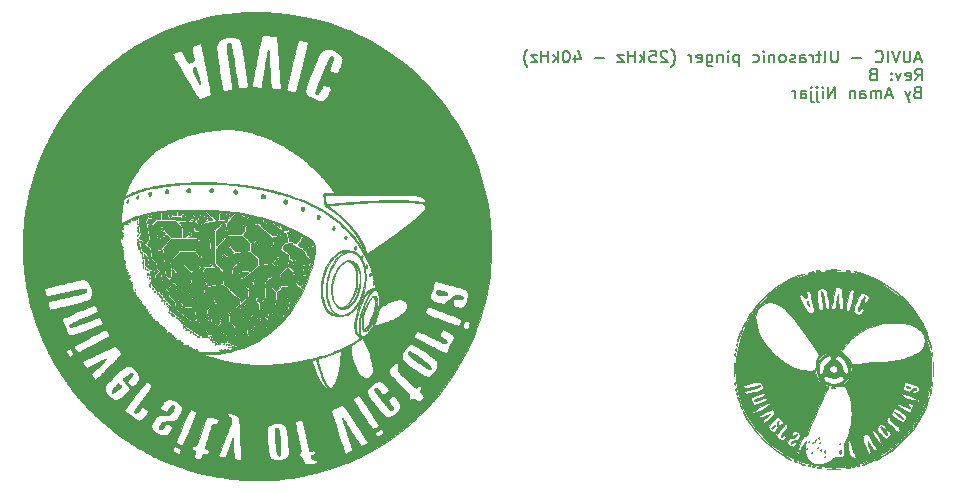
<source format=gbo>
G04 #@! TF.GenerationSoftware,KiCad,Pcbnew,(5.1.5)-3*
G04 #@! TF.CreationDate,2020-05-14T22:33:26-07:00*
G04 #@! TF.ProjectId,circuit_pj,63697263-7569-4745-9f70-6a2e6b696361,rev?*
G04 #@! TF.SameCoordinates,Original*
G04 #@! TF.FileFunction,Legend,Bot*
G04 #@! TF.FilePolarity,Positive*
%FSLAX46Y46*%
G04 Gerber Fmt 4.6, Leading zero omitted, Abs format (unit mm)*
G04 Created by KiCad (PCBNEW (5.1.5)-3) date 2020-05-14 22:33:26*
%MOMM*%
%LPD*%
G04 APERTURE LIST*
%ADD10C,0.150000*%
%ADD11C,0.010000*%
G04 APERTURE END LIST*
D10*
X183887428Y-90860571D02*
X183744571Y-90908190D01*
X183696952Y-90955809D01*
X183649333Y-91051047D01*
X183649333Y-91193904D01*
X183696952Y-91289142D01*
X183744571Y-91336761D01*
X183839809Y-91384380D01*
X184220761Y-91384380D01*
X184220761Y-90384380D01*
X183887428Y-90384380D01*
X183792190Y-90432000D01*
X183744571Y-90479619D01*
X183696952Y-90574857D01*
X183696952Y-90670095D01*
X183744571Y-90765333D01*
X183792190Y-90812952D01*
X183887428Y-90860571D01*
X184220761Y-90860571D01*
X183316000Y-90717714D02*
X183077904Y-91384380D01*
X182839809Y-90717714D02*
X183077904Y-91384380D01*
X183173142Y-91622476D01*
X183220761Y-91670095D01*
X183316000Y-91717714D01*
X181744571Y-91098666D02*
X181268380Y-91098666D01*
X181839809Y-91384380D02*
X181506476Y-90384380D01*
X181173142Y-91384380D01*
X180839809Y-91384380D02*
X180839809Y-90717714D01*
X180839809Y-90812952D02*
X180792190Y-90765333D01*
X180696952Y-90717714D01*
X180554095Y-90717714D01*
X180458857Y-90765333D01*
X180411238Y-90860571D01*
X180411238Y-91384380D01*
X180411238Y-90860571D02*
X180363619Y-90765333D01*
X180268380Y-90717714D01*
X180125523Y-90717714D01*
X180030285Y-90765333D01*
X179982666Y-90860571D01*
X179982666Y-91384380D01*
X179077904Y-91384380D02*
X179077904Y-90860571D01*
X179125523Y-90765333D01*
X179220761Y-90717714D01*
X179411238Y-90717714D01*
X179506476Y-90765333D01*
X179077904Y-91336761D02*
X179173142Y-91384380D01*
X179411238Y-91384380D01*
X179506476Y-91336761D01*
X179554095Y-91241523D01*
X179554095Y-91146285D01*
X179506476Y-91051047D01*
X179411238Y-91003428D01*
X179173142Y-91003428D01*
X179077904Y-90955809D01*
X178601714Y-90717714D02*
X178601714Y-91384380D01*
X178601714Y-90812952D02*
X178554095Y-90765333D01*
X178458857Y-90717714D01*
X178316000Y-90717714D01*
X178220761Y-90765333D01*
X178173142Y-90860571D01*
X178173142Y-91384380D01*
X176935047Y-91384380D02*
X176935047Y-90384380D01*
X176363619Y-91384380D01*
X176363619Y-90384380D01*
X175887428Y-91384380D02*
X175887428Y-90717714D01*
X175887428Y-90384380D02*
X175935047Y-90432000D01*
X175887428Y-90479619D01*
X175839809Y-90432000D01*
X175887428Y-90384380D01*
X175887428Y-90479619D01*
X175411238Y-90717714D02*
X175411238Y-91574857D01*
X175458857Y-91670095D01*
X175554095Y-91717714D01*
X175601714Y-91717714D01*
X175411238Y-90384380D02*
X175458857Y-90432000D01*
X175411238Y-90479619D01*
X175363619Y-90432000D01*
X175411238Y-90384380D01*
X175411238Y-90479619D01*
X174935047Y-90717714D02*
X174935047Y-91574857D01*
X174982666Y-91670095D01*
X175077904Y-91717714D01*
X175125523Y-91717714D01*
X174935047Y-90384380D02*
X174982666Y-90432000D01*
X174935047Y-90479619D01*
X174887428Y-90432000D01*
X174935047Y-90384380D01*
X174935047Y-90479619D01*
X174030285Y-91384380D02*
X174030285Y-90860571D01*
X174077904Y-90765333D01*
X174173142Y-90717714D01*
X174363619Y-90717714D01*
X174458857Y-90765333D01*
X174030285Y-91336761D02*
X174125523Y-91384380D01*
X174363619Y-91384380D01*
X174458857Y-91336761D01*
X174506476Y-91241523D01*
X174506476Y-91146285D01*
X174458857Y-91051047D01*
X174363619Y-91003428D01*
X174125523Y-91003428D01*
X174030285Y-90955809D01*
X173554095Y-91384380D02*
X173554095Y-90717714D01*
X173554095Y-90908190D02*
X173506476Y-90812952D01*
X173458857Y-90765333D01*
X173363619Y-90717714D01*
X173268380Y-90717714D01*
X183737047Y-89860380D02*
X184070380Y-89384190D01*
X184308476Y-89860380D02*
X184308476Y-88860380D01*
X183927523Y-88860380D01*
X183832285Y-88908000D01*
X183784666Y-88955619D01*
X183737047Y-89050857D01*
X183737047Y-89193714D01*
X183784666Y-89288952D01*
X183832285Y-89336571D01*
X183927523Y-89384190D01*
X184308476Y-89384190D01*
X182927523Y-89812761D02*
X183022761Y-89860380D01*
X183213238Y-89860380D01*
X183308476Y-89812761D01*
X183356095Y-89717523D01*
X183356095Y-89336571D01*
X183308476Y-89241333D01*
X183213238Y-89193714D01*
X183022761Y-89193714D01*
X182927523Y-89241333D01*
X182879904Y-89336571D01*
X182879904Y-89431809D01*
X183356095Y-89527047D01*
X182546571Y-89193714D02*
X182308476Y-89860380D01*
X182070380Y-89193714D01*
X181689428Y-89765142D02*
X181641809Y-89812761D01*
X181689428Y-89860380D01*
X181737047Y-89812761D01*
X181689428Y-89765142D01*
X181689428Y-89860380D01*
X181689428Y-89241333D02*
X181641809Y-89288952D01*
X181689428Y-89336571D01*
X181737047Y-89288952D01*
X181689428Y-89241333D01*
X181689428Y-89336571D01*
X180118000Y-89336571D02*
X179975142Y-89384190D01*
X179927523Y-89431809D01*
X179879904Y-89527047D01*
X179879904Y-89669904D01*
X179927523Y-89765142D01*
X179975142Y-89812761D01*
X180070380Y-89860380D01*
X180451333Y-89860380D01*
X180451333Y-88860380D01*
X180118000Y-88860380D01*
X180022761Y-88908000D01*
X179975142Y-88955619D01*
X179927523Y-89050857D01*
X179927523Y-89146095D01*
X179975142Y-89241333D01*
X180022761Y-89288952D01*
X180118000Y-89336571D01*
X180451333Y-89336571D01*
X184219333Y-88050666D02*
X183743142Y-88050666D01*
X184314571Y-88336380D02*
X183981238Y-87336380D01*
X183647904Y-88336380D01*
X183314571Y-87336380D02*
X183314571Y-88145904D01*
X183266952Y-88241142D01*
X183219333Y-88288761D01*
X183124095Y-88336380D01*
X182933619Y-88336380D01*
X182838380Y-88288761D01*
X182790761Y-88241142D01*
X182743142Y-88145904D01*
X182743142Y-87336380D01*
X182409809Y-87336380D02*
X182076476Y-88336380D01*
X181743142Y-87336380D01*
X181409809Y-88336380D02*
X181409809Y-87336380D01*
X180362190Y-88241142D02*
X180409809Y-88288761D01*
X180552666Y-88336380D01*
X180647904Y-88336380D01*
X180790761Y-88288761D01*
X180886000Y-88193523D01*
X180933619Y-88098285D01*
X180981238Y-87907809D01*
X180981238Y-87764952D01*
X180933619Y-87574476D01*
X180886000Y-87479238D01*
X180790761Y-87384000D01*
X180647904Y-87336380D01*
X180552666Y-87336380D01*
X180409809Y-87384000D01*
X180362190Y-87431619D01*
X179171714Y-87955428D02*
X178409809Y-87955428D01*
X177171714Y-87336380D02*
X177171714Y-88145904D01*
X177124095Y-88241142D01*
X177076476Y-88288761D01*
X176981238Y-88336380D01*
X176790761Y-88336380D01*
X176695523Y-88288761D01*
X176647904Y-88241142D01*
X176600285Y-88145904D01*
X176600285Y-87336380D01*
X175981238Y-88336380D02*
X176076476Y-88288761D01*
X176124095Y-88193523D01*
X176124095Y-87336380D01*
X175743142Y-87669714D02*
X175362190Y-87669714D01*
X175600285Y-87336380D02*
X175600285Y-88193523D01*
X175552666Y-88288761D01*
X175457428Y-88336380D01*
X175362190Y-88336380D01*
X175028857Y-88336380D02*
X175028857Y-87669714D01*
X175028857Y-87860190D02*
X174981238Y-87764952D01*
X174933619Y-87717333D01*
X174838380Y-87669714D01*
X174743142Y-87669714D01*
X173981238Y-88336380D02*
X173981238Y-87812571D01*
X174028857Y-87717333D01*
X174124095Y-87669714D01*
X174314571Y-87669714D01*
X174409809Y-87717333D01*
X173981238Y-88288761D02*
X174076476Y-88336380D01*
X174314571Y-88336380D01*
X174409809Y-88288761D01*
X174457428Y-88193523D01*
X174457428Y-88098285D01*
X174409809Y-88003047D01*
X174314571Y-87955428D01*
X174076476Y-87955428D01*
X173981238Y-87907809D01*
X173552666Y-88288761D02*
X173457428Y-88336380D01*
X173266952Y-88336380D01*
X173171714Y-88288761D01*
X173124095Y-88193523D01*
X173124095Y-88145904D01*
X173171714Y-88050666D01*
X173266952Y-88003047D01*
X173409809Y-88003047D01*
X173505047Y-87955428D01*
X173552666Y-87860190D01*
X173552666Y-87812571D01*
X173505047Y-87717333D01*
X173409809Y-87669714D01*
X173266952Y-87669714D01*
X173171714Y-87717333D01*
X172552666Y-88336380D02*
X172647904Y-88288761D01*
X172695523Y-88241142D01*
X172743142Y-88145904D01*
X172743142Y-87860190D01*
X172695523Y-87764952D01*
X172647904Y-87717333D01*
X172552666Y-87669714D01*
X172409809Y-87669714D01*
X172314571Y-87717333D01*
X172266952Y-87764952D01*
X172219333Y-87860190D01*
X172219333Y-88145904D01*
X172266952Y-88241142D01*
X172314571Y-88288761D01*
X172409809Y-88336380D01*
X172552666Y-88336380D01*
X171790761Y-87669714D02*
X171790761Y-88336380D01*
X171790761Y-87764952D02*
X171743142Y-87717333D01*
X171647904Y-87669714D01*
X171505047Y-87669714D01*
X171409809Y-87717333D01*
X171362190Y-87812571D01*
X171362190Y-88336380D01*
X170886000Y-88336380D02*
X170886000Y-87669714D01*
X170886000Y-87336380D02*
X170933619Y-87384000D01*
X170886000Y-87431619D01*
X170838380Y-87384000D01*
X170886000Y-87336380D01*
X170886000Y-87431619D01*
X169981238Y-88288761D02*
X170076476Y-88336380D01*
X170266952Y-88336380D01*
X170362190Y-88288761D01*
X170409809Y-88241142D01*
X170457428Y-88145904D01*
X170457428Y-87860190D01*
X170409809Y-87764952D01*
X170362190Y-87717333D01*
X170266952Y-87669714D01*
X170076476Y-87669714D01*
X169981238Y-87717333D01*
X168790761Y-87669714D02*
X168790761Y-88669714D01*
X168790761Y-87717333D02*
X168695523Y-87669714D01*
X168505047Y-87669714D01*
X168409809Y-87717333D01*
X168362190Y-87764952D01*
X168314571Y-87860190D01*
X168314571Y-88145904D01*
X168362190Y-88241142D01*
X168409809Y-88288761D01*
X168505047Y-88336380D01*
X168695523Y-88336380D01*
X168790761Y-88288761D01*
X167886000Y-88336380D02*
X167886000Y-87669714D01*
X167886000Y-87336380D02*
X167933619Y-87384000D01*
X167886000Y-87431619D01*
X167838380Y-87384000D01*
X167886000Y-87336380D01*
X167886000Y-87431619D01*
X167409809Y-87669714D02*
X167409809Y-88336380D01*
X167409809Y-87764952D02*
X167362190Y-87717333D01*
X167266952Y-87669714D01*
X167124095Y-87669714D01*
X167028857Y-87717333D01*
X166981238Y-87812571D01*
X166981238Y-88336380D01*
X166076476Y-87669714D02*
X166076476Y-88479238D01*
X166124095Y-88574476D01*
X166171714Y-88622095D01*
X166266952Y-88669714D01*
X166409809Y-88669714D01*
X166505047Y-88622095D01*
X166076476Y-88288761D02*
X166171714Y-88336380D01*
X166362190Y-88336380D01*
X166457428Y-88288761D01*
X166505047Y-88241142D01*
X166552666Y-88145904D01*
X166552666Y-87860190D01*
X166505047Y-87764952D01*
X166457428Y-87717333D01*
X166362190Y-87669714D01*
X166171714Y-87669714D01*
X166076476Y-87717333D01*
X165219333Y-88288761D02*
X165314571Y-88336380D01*
X165505047Y-88336380D01*
X165600285Y-88288761D01*
X165647904Y-88193523D01*
X165647904Y-87812571D01*
X165600285Y-87717333D01*
X165505047Y-87669714D01*
X165314571Y-87669714D01*
X165219333Y-87717333D01*
X165171714Y-87812571D01*
X165171714Y-87907809D01*
X165647904Y-88003047D01*
X164743142Y-88336380D02*
X164743142Y-87669714D01*
X164743142Y-87860190D02*
X164695523Y-87764952D01*
X164647904Y-87717333D01*
X164552666Y-87669714D01*
X164457428Y-87669714D01*
X163076476Y-88717333D02*
X163124095Y-88669714D01*
X163219333Y-88526857D01*
X163266952Y-88431619D01*
X163314571Y-88288761D01*
X163362190Y-88050666D01*
X163362190Y-87860190D01*
X163314571Y-87622095D01*
X163266952Y-87479238D01*
X163219333Y-87384000D01*
X163124095Y-87241142D01*
X163076476Y-87193523D01*
X162743142Y-87431619D02*
X162695523Y-87384000D01*
X162600285Y-87336380D01*
X162362190Y-87336380D01*
X162266952Y-87384000D01*
X162219333Y-87431619D01*
X162171714Y-87526857D01*
X162171714Y-87622095D01*
X162219333Y-87764952D01*
X162790761Y-88336380D01*
X162171714Y-88336380D01*
X161266952Y-87336380D02*
X161743142Y-87336380D01*
X161790761Y-87812571D01*
X161743142Y-87764952D01*
X161647904Y-87717333D01*
X161409809Y-87717333D01*
X161314571Y-87764952D01*
X161266952Y-87812571D01*
X161219333Y-87907809D01*
X161219333Y-88145904D01*
X161266952Y-88241142D01*
X161314571Y-88288761D01*
X161409809Y-88336380D01*
X161647904Y-88336380D01*
X161743142Y-88288761D01*
X161790761Y-88241142D01*
X160790761Y-88336380D02*
X160790761Y-87336380D01*
X160695523Y-87955428D02*
X160409809Y-88336380D01*
X160409809Y-87669714D02*
X160790761Y-88050666D01*
X159981238Y-88336380D02*
X159981238Y-87336380D01*
X159981238Y-87812571D02*
X159409809Y-87812571D01*
X159409809Y-88336380D02*
X159409809Y-87336380D01*
X159028857Y-87669714D02*
X158505047Y-87669714D01*
X159028857Y-88336380D01*
X158505047Y-88336380D01*
X157362190Y-87955428D02*
X156600285Y-87955428D01*
X154933619Y-87669714D02*
X154933619Y-88336380D01*
X155171714Y-87288761D02*
X155409809Y-88003047D01*
X154790761Y-88003047D01*
X154219333Y-87336380D02*
X154124095Y-87336380D01*
X154028857Y-87384000D01*
X153981238Y-87431619D01*
X153933619Y-87526857D01*
X153886000Y-87717333D01*
X153886000Y-87955428D01*
X153933619Y-88145904D01*
X153981238Y-88241142D01*
X154028857Y-88288761D01*
X154124095Y-88336380D01*
X154219333Y-88336380D01*
X154314571Y-88288761D01*
X154362190Y-88241142D01*
X154409809Y-88145904D01*
X154457428Y-87955428D01*
X154457428Y-87717333D01*
X154409809Y-87526857D01*
X154362190Y-87431619D01*
X154314571Y-87384000D01*
X154219333Y-87336380D01*
X153457428Y-88336380D02*
X153457428Y-87336380D01*
X153362190Y-87955428D02*
X153076476Y-88336380D01*
X153076476Y-87669714D02*
X153457428Y-88050666D01*
X152647904Y-88336380D02*
X152647904Y-87336380D01*
X152647904Y-87812571D02*
X152076476Y-87812571D01*
X152076476Y-88336380D02*
X152076476Y-87336380D01*
X151695523Y-87669714D02*
X151171714Y-87669714D01*
X151695523Y-88336380D01*
X151171714Y-88336380D01*
X150886000Y-88717333D02*
X150838380Y-88669714D01*
X150743142Y-88526857D01*
X150695523Y-88431619D01*
X150647904Y-88288761D01*
X150600285Y-88050666D01*
X150600285Y-87860190D01*
X150647904Y-87622095D01*
X150695523Y-87479238D01*
X150743142Y-87384000D01*
X150838380Y-87241142D01*
X150886000Y-87193523D01*
D11*
G36*
X177104006Y-105903596D02*
G01*
X177270834Y-105895901D01*
X177381951Y-105884445D01*
X177338007Y-105874947D01*
X177153272Y-105868303D01*
X176842015Y-105865407D01*
X176784000Y-105865351D01*
X176454603Y-105867593D01*
X176249539Y-105873721D01*
X176183078Y-105882839D01*
X176269490Y-105894053D01*
X176297167Y-105895901D01*
X176684745Y-105908057D01*
X177104006Y-105903596D01*
G37*
X177104006Y-105903596D02*
X177270834Y-105895901D01*
X177381951Y-105884445D01*
X177338007Y-105874947D01*
X177153272Y-105868303D01*
X176842015Y-105865407D01*
X176784000Y-105865351D01*
X176454603Y-105867593D01*
X176249539Y-105873721D01*
X176183078Y-105882839D01*
X176269490Y-105894053D01*
X176297167Y-105895901D01*
X176684745Y-105908057D01*
X177104006Y-105903596D01*
G36*
X175662167Y-105976363D02*
G01*
X175688517Y-105951822D01*
X175571445Y-105938462D01*
X175514000Y-105937643D01*
X175359965Y-105946470D01*
X175341811Y-105968447D01*
X175365834Y-105976363D01*
X175580567Y-105989530D01*
X175662167Y-105976363D01*
G37*
X175662167Y-105976363D02*
X175688517Y-105951822D01*
X175571445Y-105938462D01*
X175514000Y-105937643D01*
X175359965Y-105946470D01*
X175341811Y-105968447D01*
X175365834Y-105976363D01*
X175580567Y-105989530D01*
X175662167Y-105976363D01*
G36*
X178202167Y-105976363D02*
G01*
X178228517Y-105951822D01*
X178111445Y-105938462D01*
X178054000Y-105937643D01*
X177899965Y-105946470D01*
X177881811Y-105968447D01*
X177905834Y-105976363D01*
X178120567Y-105989530D01*
X178202167Y-105976363D01*
G37*
X178202167Y-105976363D02*
X178228517Y-105951822D01*
X178111445Y-105938462D01*
X178054000Y-105937643D01*
X177899965Y-105946470D01*
X177881811Y-105968447D01*
X177905834Y-105976363D01*
X178120567Y-105989530D01*
X178202167Y-105976363D01*
G36*
X174809285Y-106139072D02*
G01*
X175006000Y-106087333D01*
X175135018Y-106038748D01*
X175107089Y-106019399D01*
X175048334Y-106017057D01*
X174825947Y-106048989D01*
X174709667Y-106087333D01*
X174624183Y-106139619D01*
X174669134Y-106156865D01*
X174809285Y-106139072D01*
G37*
X174809285Y-106139072D02*
X175006000Y-106087333D01*
X175135018Y-106038748D01*
X175107089Y-106019399D01*
X175048334Y-106017057D01*
X174825947Y-106048989D01*
X174709667Y-106087333D01*
X174624183Y-106139619D01*
X174669134Y-106156865D01*
X174809285Y-106139072D01*
G36*
X177507702Y-122552981D02*
G01*
X178624916Y-122377165D01*
X179707178Y-122052674D01*
X180737423Y-121583689D01*
X181698587Y-120974388D01*
X182573604Y-120228952D01*
X182772073Y-120026904D01*
X183537571Y-119098290D01*
X184161332Y-118078620D01*
X184638626Y-116976351D01*
X184838599Y-116332000D01*
X184956324Y-115733980D01*
X185026316Y-115028216D01*
X185048545Y-114269437D01*
X185022980Y-113512374D01*
X184949593Y-112811758D01*
X184840854Y-112268000D01*
X184458941Y-111151541D01*
X183933713Y-110112084D01*
X183277187Y-109161631D01*
X182501383Y-108312183D01*
X181618319Y-107575740D01*
X180640013Y-106964304D01*
X179578482Y-106489875D01*
X178816000Y-106251844D01*
X178420713Y-106172880D01*
X177917865Y-106107171D01*
X177356983Y-106057737D01*
X176787594Y-106027598D01*
X176259224Y-106019776D01*
X175821400Y-106037291D01*
X175641000Y-106058197D01*
X175015977Y-106189248D01*
X174335697Y-106383428D01*
X173686010Y-106614438D01*
X173338785Y-106763426D01*
X172635554Y-107123485D01*
X172016819Y-107515549D01*
X171420123Y-107982345D01*
X171251006Y-108134452D01*
X173889126Y-108134452D01*
X173893160Y-108045770D01*
X173944596Y-107984593D01*
X173961252Y-107971930D01*
X174079980Y-107914350D01*
X174167980Y-107980963D01*
X174222446Y-108075616D01*
X174358411Y-108258103D01*
X174471976Y-108287954D01*
X174532447Y-108172793D01*
X174525245Y-108000422D01*
X174510531Y-107796499D01*
X174567609Y-107701678D01*
X174636401Y-107677340D01*
X174772146Y-107650903D01*
X174804831Y-107648084D01*
X174825507Y-107727660D01*
X174850522Y-107838134D01*
X175366647Y-107838134D01*
X175380397Y-107672878D01*
X175425459Y-107573786D01*
X175429053Y-107569338D01*
X175592537Y-107477154D01*
X175827341Y-107445241D01*
X176052598Y-107475940D01*
X176172145Y-107547833D01*
X176223398Y-107676653D01*
X176284553Y-107923380D01*
X176346426Y-108237667D01*
X176399834Y-108569166D01*
X176435596Y-108867530D01*
X176443590Y-109013822D01*
X176625948Y-109013822D01*
X176656208Y-108778241D01*
X176724936Y-108412220D01*
X176746164Y-108306264D01*
X176829450Y-107898522D01*
X176892718Y-107628369D01*
X176949851Y-107467489D01*
X177014734Y-107387565D01*
X177101248Y-107360283D01*
X177211426Y-107357333D01*
X177405068Y-107392879D01*
X177490749Y-107521971D01*
X177496680Y-107547833D01*
X177519655Y-107717378D01*
X177547397Y-108003826D01*
X177575052Y-108355024D01*
X177583916Y-108485180D01*
X177605485Y-108840958D01*
X177609327Y-109059377D01*
X177593413Y-109148339D01*
X177867252Y-109148339D01*
X177902527Y-108864319D01*
X177990677Y-108450428D01*
X178132410Y-107891961D01*
X178145132Y-107844166D01*
X178242710Y-107622201D01*
X178367562Y-107526460D01*
X178491518Y-107574106D01*
X178521761Y-107614722D01*
X178530545Y-107740413D01*
X178497319Y-107979744D01*
X178433332Y-108288900D01*
X178349833Y-108624067D01*
X178258070Y-108941429D01*
X178169293Y-109197171D01*
X178094751Y-109347480D01*
X178078356Y-109362149D01*
X178492293Y-109362149D01*
X178510598Y-109218842D01*
X178581913Y-108972295D01*
X178687519Y-108672660D01*
X178808698Y-108370090D01*
X178926734Y-108114735D01*
X179011433Y-107971166D01*
X179176082Y-107877497D01*
X179406589Y-107888401D01*
X179639028Y-107999682D01*
X179656658Y-108013500D01*
X179774660Y-108135919D01*
X179790606Y-108271609D01*
X179742422Y-108436833D01*
X179630866Y-108637641D01*
X179498646Y-108713842D01*
X179379396Y-108647558D01*
X179370725Y-108634438D01*
X179362601Y-108505249D01*
X179405966Y-108338105D01*
X179444302Y-108180961D01*
X179419178Y-108119333D01*
X179354146Y-108190711D01*
X179250515Y-108374369D01*
X179128705Y-108624594D01*
X179009136Y-108895671D01*
X178912225Y-109141888D01*
X178858395Y-109317530D01*
X178858236Y-109375125D01*
X178934528Y-109351818D01*
X179016298Y-109263562D01*
X179161708Y-109150985D01*
X179292692Y-109165927D01*
X179355428Y-109284840D01*
X179335440Y-109403200D01*
X179228494Y-109587249D01*
X179139818Y-109672021D01*
X178966566Y-109695505D01*
X178753122Y-109625245D01*
X178570477Y-109495212D01*
X178492293Y-109362149D01*
X178078356Y-109362149D01*
X178071573Y-109368217D01*
X177952485Y-109385584D01*
X177884141Y-109317192D01*
X177867252Y-109148339D01*
X177593413Y-109148339D01*
X177589175Y-109172025D01*
X177538762Y-109210487D01*
X177451821Y-109206352D01*
X177441123Y-109204847D01*
X177342115Y-109176134D01*
X177280157Y-109100022D01*
X177242233Y-108939644D01*
X177215328Y-108658135D01*
X177207334Y-108542666D01*
X177165000Y-107907666D01*
X177096766Y-108373333D01*
X177035520Y-108761218D01*
X176981202Y-109010249D01*
X176922594Y-109149932D01*
X176848476Y-109209769D01*
X176774822Y-109220000D01*
X176684370Y-109206494D01*
X176635040Y-109147170D01*
X176625948Y-109013822D01*
X176443590Y-109013822D01*
X176445334Y-109045718D01*
X176390985Y-109186803D01*
X176269170Y-109221299D01*
X176141734Y-109151941D01*
X176078696Y-109029500D01*
X176044718Y-108844445D01*
X176004122Y-108560028D01*
X175973701Y-108307939D01*
X175919945Y-107972245D01*
X175850024Y-107758331D01*
X175771607Y-107685066D01*
X175730134Y-107708688D01*
X175730686Y-107799996D01*
X175755619Y-108016580D01*
X175799899Y-108316954D01*
X175815948Y-108415666D01*
X175880275Y-108809157D01*
X175914878Y-109065094D01*
X175917253Y-109213055D01*
X175884898Y-109282618D01*
X175815312Y-109303358D01*
X175740738Y-109304666D01*
X175648111Y-109293371D01*
X175583028Y-109238714D01*
X175533592Y-109109544D01*
X175487909Y-108874709D01*
X175434084Y-108503054D01*
X175433757Y-108500671D01*
X175384377Y-108102936D01*
X175366647Y-107838134D01*
X174850522Y-107838134D01*
X174873274Y-107938606D01*
X174940488Y-108246562D01*
X175001542Y-108532222D01*
X175071856Y-108898903D01*
X175116377Y-109203423D01*
X175130509Y-109408581D01*
X175118044Y-109475206D01*
X174983939Y-109551045D01*
X174879000Y-109588976D01*
X174789589Y-109589795D01*
X174692766Y-109523262D01*
X174569112Y-109366477D01*
X174399206Y-109096539D01*
X174260677Y-108859806D01*
X174062960Y-108512043D01*
X173942418Y-108280067D01*
X173889126Y-108134452D01*
X171251006Y-108134452D01*
X170985576Y-108373183D01*
X170722407Y-108613791D01*
X170553268Y-108753966D01*
X170486880Y-108787244D01*
X170528372Y-108712000D01*
X170905352Y-108287348D01*
X171411204Y-107844166D01*
X172010934Y-107406599D01*
X172669545Y-106998795D01*
X173352044Y-106644898D01*
X173808667Y-106448635D01*
X174092792Y-106333374D01*
X174272811Y-106251557D01*
X174328350Y-106213092D01*
X174286334Y-106216387D01*
X173786308Y-106368821D01*
X173208771Y-106622299D01*
X172592595Y-106954868D01*
X171976652Y-107344571D01*
X171399815Y-107769456D01*
X171118728Y-108005387D01*
X170834579Y-108280463D01*
X170512317Y-108629750D01*
X170185630Y-109012683D01*
X169984924Y-109266425D01*
X170113537Y-109266425D01*
X170124831Y-109176868D01*
X170180000Y-109093000D01*
X170285664Y-109004417D01*
X170331130Y-109004241D01*
X170319836Y-109093798D01*
X170264667Y-109177666D01*
X170159003Y-109266249D01*
X170113537Y-109266425D01*
X169984924Y-109266425D01*
X169888206Y-109388699D01*
X169653733Y-109717230D01*
X169540839Y-109905381D01*
X169452165Y-110092115D01*
X169446201Y-110143724D01*
X169514578Y-110067838D01*
X169648929Y-109872088D01*
X169747264Y-109717141D01*
X169895889Y-109496488D01*
X170012006Y-109357659D01*
X170064414Y-109330192D01*
X170047470Y-109420043D01*
X169953128Y-109599798D01*
X169860884Y-109743217D01*
X169767114Y-109904576D01*
X170190530Y-109904576D01*
X170245835Y-109601227D01*
X170370500Y-109307704D01*
X170641121Y-108938380D01*
X170989521Y-108714316D01*
X171397379Y-108641350D01*
X171846378Y-108725318D01*
X172000334Y-108788406D01*
X172327971Y-108974467D01*
X172669745Y-109239608D01*
X173036709Y-109596239D01*
X173439921Y-110056772D01*
X173890434Y-110633617D01*
X174399303Y-111339185D01*
X174826255Y-111960821D01*
X175300767Y-112663111D01*
X176727556Y-112663111D01*
X176739178Y-112612777D01*
X176784000Y-112606666D01*
X176853690Y-112637645D01*
X176840445Y-112663111D01*
X176739965Y-112673244D01*
X176727556Y-112663111D01*
X175300767Y-112663111D01*
X175618959Y-113134041D01*
X175443529Y-113446176D01*
X175346655Y-113646760D01*
X175307820Y-113834333D01*
X175346376Y-113834333D01*
X175387551Y-113714376D01*
X175491558Y-113518862D01*
X175531458Y-113453333D01*
X175650187Y-113247380D01*
X175718013Y-113097138D01*
X175723542Y-113072333D01*
X175796749Y-113012685D01*
X175877073Y-113012852D01*
X175995502Y-113003218D01*
X176013314Y-112970519D01*
X176011843Y-112818581D01*
X176102091Y-112789270D01*
X176118850Y-112794459D01*
X176387635Y-112794459D01*
X176409054Y-112761208D01*
X176564761Y-112738185D01*
X176784000Y-112730844D01*
X177028614Y-112740290D01*
X177169592Y-112764884D01*
X177175560Y-112781270D01*
X177437010Y-112781270D01*
X177794311Y-112308028D01*
X178310393Y-111747094D01*
X178950266Y-111249689D01*
X179671942Y-110844827D01*
X180235300Y-110621426D01*
X180997530Y-110434990D01*
X181787796Y-110355085D01*
X182554351Y-110383418D01*
X183245447Y-110521696D01*
X183246672Y-110522070D01*
X183790276Y-110749289D01*
X184184639Y-111052951D01*
X184428458Y-111431614D01*
X184520434Y-111883839D01*
X184521231Y-111934024D01*
X184461897Y-112326771D01*
X184273098Y-112653848D01*
X183938636Y-112938489D01*
X183737590Y-113058216D01*
X183459800Y-113191532D01*
X183139215Y-113308003D01*
X182758432Y-113410526D01*
X182300050Y-113501995D01*
X181746668Y-113585307D01*
X181080886Y-113663355D01*
X180285301Y-113739035D01*
X179342512Y-113815243D01*
X179061806Y-113836186D01*
X178333945Y-113889706D01*
X178224626Y-113625786D01*
X178094265Y-113413648D01*
X177888034Y-113175957D01*
X177776158Y-113071568D01*
X177437010Y-112781270D01*
X177175560Y-112781270D01*
X177180365Y-112794459D01*
X177010361Y-112842130D01*
X176761194Y-112856046D01*
X176519638Y-112836209D01*
X176387635Y-112794459D01*
X176118850Y-112794459D01*
X176233134Y-112829844D01*
X176282848Y-112873636D01*
X177240774Y-112873636D01*
X177249667Y-112862376D01*
X177371954Y-112902586D01*
X177566094Y-113003253D01*
X177610274Y-113029542D01*
X177816634Y-113197040D01*
X178015014Y-113423452D01*
X178163862Y-113654079D01*
X178221626Y-113834222D01*
X178221624Y-113834333D01*
X178185056Y-113820181D01*
X178093208Y-113689218D01*
X178029715Y-113582059D01*
X177817824Y-113309075D01*
X177545294Y-113080519D01*
X177501941Y-113054285D01*
X177321662Y-112942946D01*
X177240774Y-112873636D01*
X176282848Y-112873636D01*
X176290893Y-112880722D01*
X176223072Y-112958941D01*
X176051285Y-113064404D01*
X175799921Y-113259273D01*
X175578969Y-113516877D01*
X175538285Y-113582059D01*
X175426947Y-113762338D01*
X175357636Y-113843226D01*
X175346376Y-113834333D01*
X175307820Y-113834333D01*
X175307244Y-113837111D01*
X175317101Y-114085176D01*
X175334554Y-114222303D01*
X175558044Y-114222303D01*
X175593053Y-113982828D01*
X175597438Y-113965895D01*
X175703853Y-113720713D01*
X175870467Y-113494364D01*
X176068935Y-113305691D01*
X176270909Y-113173539D01*
X176448040Y-113116753D01*
X176571982Y-113154176D01*
X176614667Y-113289685D01*
X176601179Y-113326333D01*
X176953334Y-113326333D01*
X177004928Y-113158038D01*
X177148536Y-113119033D01*
X177367391Y-113208835D01*
X177551017Y-113343547D01*
X177804719Y-113625503D01*
X177976416Y-113953304D01*
X178050687Y-114280802D01*
X178040327Y-114356280D01*
X178228663Y-114356280D01*
X178229702Y-114145493D01*
X178255358Y-113996073D01*
X178286834Y-113961855D01*
X178324443Y-114038440D01*
X178351486Y-114233916D01*
X178354719Y-114300000D01*
X178392667Y-114300000D01*
X178423645Y-114230310D01*
X178449111Y-114243555D01*
X178459244Y-114344035D01*
X178449111Y-114356444D01*
X178398777Y-114344822D01*
X178392667Y-114300000D01*
X178354719Y-114300000D01*
X178359194Y-114391440D01*
X178352938Y-114627446D01*
X178324277Y-114725232D01*
X178296990Y-114708418D01*
X178251380Y-114565050D01*
X178228663Y-114356280D01*
X178040327Y-114356280D01*
X178012108Y-114561850D01*
X177979384Y-114625304D01*
X177864757Y-114695296D01*
X177728694Y-114640963D01*
X177610177Y-114496165D01*
X177548188Y-114294765D01*
X177546000Y-114248846D01*
X177494139Y-114039987D01*
X177366036Y-113814562D01*
X177202916Y-113628972D01*
X177046003Y-113539620D01*
X177026455Y-113538000D01*
X176971468Y-113465477D01*
X176953334Y-113326333D01*
X176601179Y-113326333D01*
X176555843Y-113449513D01*
X176407004Y-113652504D01*
X176318334Y-113744183D01*
X176106639Y-113990469D01*
X176025178Y-114223104D01*
X176022000Y-114285851D01*
X176018185Y-114300000D01*
X176191334Y-114300000D01*
X176248847Y-114120542D01*
X176388363Y-113926177D01*
X176399152Y-113915151D01*
X176591297Y-113771999D01*
X176774531Y-113707612D01*
X176784000Y-113707333D01*
X176963458Y-113764846D01*
X177157823Y-113904363D01*
X177168849Y-113915151D01*
X177312001Y-114107296D01*
X177376388Y-114290531D01*
X177376667Y-114300000D01*
X177319154Y-114479458D01*
X177179637Y-114673822D01*
X177168849Y-114684848D01*
X176976704Y-114828001D01*
X176793469Y-114892388D01*
X176784000Y-114892666D01*
X176604542Y-114835153D01*
X176410178Y-114695637D01*
X176399152Y-114684848D01*
X176255999Y-114492703D01*
X176191612Y-114309469D01*
X176191334Y-114300000D01*
X176018185Y-114300000D01*
X175959226Y-114518617D01*
X175802760Y-114681437D01*
X175655745Y-114723333D01*
X175593726Y-114648886D01*
X175559714Y-114463099D01*
X175558044Y-114222303D01*
X175334554Y-114222303D01*
X175342427Y-114284151D01*
X175468586Y-114812683D01*
X175620219Y-115090903D01*
X175914696Y-115090903D01*
X175947999Y-115006815D01*
X176053365Y-114916922D01*
X176191690Y-114902968D01*
X176415803Y-114963581D01*
X176497824Y-114992534D01*
X176741294Y-115048171D01*
X176992096Y-115016789D01*
X177114923Y-114979889D01*
X177352913Y-114915700D01*
X177499841Y-114923636D01*
X177587724Y-114976827D01*
X177659376Y-115108437D01*
X177594882Y-115243576D01*
X177426416Y-115367302D01*
X177186155Y-115464669D01*
X176906275Y-115520734D01*
X176618950Y-115520553D01*
X176476340Y-115493010D01*
X176177905Y-115378008D01*
X175982691Y-115236610D01*
X175914696Y-115090903D01*
X175620219Y-115090903D01*
X175684290Y-115208460D01*
X176000051Y-115488488D01*
X176131026Y-115559850D01*
X176452453Y-115667539D01*
X176839099Y-115733101D01*
X177238932Y-115733101D01*
X177298534Y-115672433D01*
X177503667Y-115545288D01*
X177764561Y-115346250D01*
X177978085Y-115096435D01*
X178010364Y-115042366D01*
X178126156Y-114855077D01*
X178203544Y-114809218D01*
X178247779Y-114854689D01*
X178281091Y-115008420D01*
X178264399Y-115064051D01*
X178158960Y-115107487D01*
X178118428Y-115091825D01*
X178060161Y-115094341D01*
X178076236Y-115167156D01*
X178057584Y-115324040D01*
X177963624Y-115448167D01*
X177844080Y-115537971D01*
X177800000Y-115538615D01*
X177735308Y-115533473D01*
X177576896Y-115596685D01*
X177550205Y-115610159D01*
X177324879Y-115715209D01*
X177238932Y-115733101D01*
X176839099Y-115733101D01*
X176844059Y-115733942D01*
X177234417Y-115752129D01*
X177552098Y-115715168D01*
X177596310Y-115702035D01*
X177710636Y-115688254D01*
X177802700Y-115760601D01*
X177904628Y-115950877D01*
X177928781Y-116006012D01*
X182710667Y-116006012D01*
X182727505Y-115850474D01*
X182767252Y-115651644D01*
X182813752Y-115478702D01*
X182850854Y-115400827D01*
X182852017Y-115400666D01*
X182945952Y-115419765D01*
X183158012Y-115469827D01*
X183441412Y-115539796D01*
X183788134Y-115644328D01*
X183985495Y-115756737D01*
X184052981Y-115897701D01*
X184010079Y-116087898D01*
X183993612Y-116125732D01*
X183875048Y-116262734D01*
X183710656Y-116332635D01*
X183558268Y-116326634D01*
X183475717Y-116235932D01*
X183472667Y-116205000D01*
X183543253Y-116101572D01*
X183642000Y-116078000D01*
X183779581Y-116042544D01*
X183811334Y-115993333D01*
X183750958Y-115915507D01*
X183604490Y-115926000D01*
X183423918Y-116015112D01*
X183342729Y-116080760D01*
X183173565Y-116197297D01*
X182998075Y-116189288D01*
X182935105Y-116167522D01*
X182772498Y-116081895D01*
X182710667Y-116006012D01*
X177928781Y-116006012D01*
X177948231Y-116050408D01*
X178075795Y-116375470D01*
X182555316Y-116375470D01*
X182619250Y-116341907D01*
X182775038Y-116369263D01*
X183049625Y-116459382D01*
X183194324Y-116511789D01*
X183533943Y-116644967D01*
X183729808Y-116747309D01*
X183801374Y-116833109D01*
X183768097Y-116916662D01*
X183758723Y-116926477D01*
X183634376Y-116947156D01*
X183412702Y-116904200D01*
X183144064Y-116816809D01*
X182878826Y-116704179D01*
X182667351Y-116585511D01*
X182560003Y-116480003D01*
X182556292Y-116468108D01*
X182555316Y-116375470D01*
X178075795Y-116375470D01*
X178078102Y-116381347D01*
X178197157Y-116727872D01*
X178230969Y-116840000D01*
X178267519Y-117042426D01*
X183821725Y-117042426D01*
X183842744Y-116925332D01*
X183867778Y-116896444D01*
X183991702Y-116842513D01*
X184062494Y-116930635D01*
X184065334Y-116967000D01*
X183997561Y-117079248D01*
X183938334Y-117094000D01*
X183821725Y-117042426D01*
X178267519Y-117042426D01*
X178288641Y-117159399D01*
X178301895Y-117327170D01*
X182118000Y-117327170D01*
X182182864Y-117227760D01*
X182358221Y-117222101D01*
X182615216Y-117307735D01*
X182761734Y-117382016D01*
X183010827Y-117509618D01*
X183193289Y-117582106D01*
X183285249Y-117594180D01*
X183262834Y-117540544D01*
X183186881Y-117476375D01*
X183076514Y-117335067D01*
X183076979Y-117206680D01*
X183169115Y-117143400D01*
X183297362Y-117175471D01*
X183450779Y-117278150D01*
X183508926Y-117338171D01*
X183502343Y-117445025D01*
X183442994Y-117624578D01*
X183359702Y-117808062D01*
X183281289Y-117926708D01*
X183256402Y-117940666D01*
X183145183Y-117903656D01*
X182942711Y-117808929D01*
X182694375Y-117680948D01*
X182445562Y-117544171D01*
X182241661Y-117423059D01*
X182128059Y-117342071D01*
X182118000Y-117327170D01*
X178301895Y-117327170D01*
X178322687Y-117590354D01*
X178333178Y-118076750D01*
X178332371Y-118106933D01*
X181714223Y-118106933D01*
X181733025Y-117948041D01*
X181826468Y-117790172D01*
X181929388Y-117663705D01*
X182032181Y-117618948D01*
X182173133Y-117662121D01*
X182390528Y-117799444D01*
X182541138Y-117906275D01*
X182818545Y-118136723D01*
X182943552Y-118330182D01*
X182923110Y-118506941D01*
X182798487Y-118657479D01*
X182680581Y-118744747D01*
X182563313Y-118761870D01*
X182407480Y-118698282D01*
X182173879Y-118543413D01*
X182054500Y-118456919D01*
X181816675Y-118262799D01*
X181714223Y-118106933D01*
X178332371Y-118106933D01*
X178320184Y-118562477D01*
X178317771Y-118590909D01*
X181277151Y-118590909D01*
X181342166Y-118414240D01*
X181369554Y-118384313D01*
X181497043Y-118321493D01*
X181570806Y-118382508D01*
X181559116Y-118482753D01*
X181595740Y-118591911D01*
X181729668Y-118747948D01*
X181913669Y-118910828D01*
X182100512Y-119040513D01*
X182242968Y-119096967D01*
X182276150Y-119090578D01*
X182340225Y-119123659D01*
X182392178Y-119257290D01*
X182416300Y-119422729D01*
X182396878Y-119551231D01*
X182385194Y-119567727D01*
X182258704Y-119601261D01*
X182091624Y-119558794D01*
X181967962Y-119469439D01*
X181948667Y-119416448D01*
X181887122Y-119302154D01*
X181729928Y-119134898D01*
X181610000Y-119031153D01*
X181364901Y-118792437D01*
X181277151Y-118590909D01*
X178317771Y-118590909D01*
X178283775Y-118991421D01*
X178232325Y-119270071D01*
X180484853Y-119270071D01*
X180590829Y-119110476D01*
X180757144Y-118989660D01*
X180892156Y-118956666D01*
X181090860Y-119021584D01*
X181183917Y-119120862D01*
X181223105Y-119283063D01*
X181149340Y-119350939D01*
X181001464Y-119305220D01*
X180927332Y-119248172D01*
X180799519Y-119157028D01*
X180758147Y-119181015D01*
X180795238Y-119294695D01*
X180902817Y-119472632D01*
X181061586Y-119676333D01*
X181242365Y-119865948D01*
X181337286Y-119914441D01*
X181354741Y-119871830D01*
X181310799Y-119718229D01*
X181269952Y-119675480D01*
X181221111Y-119574011D01*
X181232616Y-119543483D01*
X181354550Y-119467070D01*
X181505014Y-119532848D01*
X181595958Y-119642978D01*
X181657527Y-119784659D01*
X181614221Y-119910119D01*
X181516899Y-120023978D01*
X181358683Y-120164283D01*
X181236295Y-120226489D01*
X181232171Y-120226666D01*
X181137213Y-120166496D01*
X180976993Y-120013611D01*
X180789576Y-119809451D01*
X180613028Y-119595453D01*
X180486546Y-119414964D01*
X180484853Y-119270071D01*
X178232325Y-119270071D01*
X178227915Y-119293953D01*
X178158232Y-119523287D01*
X180040159Y-119523287D01*
X180092463Y-119460702D01*
X180095304Y-119458916D01*
X180196508Y-119485605D01*
X180342831Y-119623951D01*
X180506179Y-119832925D01*
X180658455Y-120071498D01*
X180771563Y-120298640D01*
X180817407Y-120473323D01*
X180814056Y-120508521D01*
X180818781Y-120620668D01*
X180896511Y-120617012D01*
X181001371Y-120634575D01*
X181017334Y-120689994D01*
X180982747Y-120830880D01*
X180880390Y-120818711D01*
X180712363Y-120654677D01*
X180532390Y-120415363D01*
X180282587Y-120048976D01*
X180124457Y-119793871D01*
X180047236Y-119626492D01*
X180040159Y-119523287D01*
X178158232Y-119523287D01*
X178115657Y-119663401D01*
X178011095Y-119963398D01*
X179247738Y-119963398D01*
X179250503Y-119938706D01*
X179334969Y-119885632D01*
X179479489Y-119802448D01*
X179603346Y-119735003D01*
X179633348Y-119721241D01*
X179681409Y-119786305D01*
X179799845Y-119963213D01*
X179968093Y-120220965D01*
X180077848Y-120391315D01*
X180264570Y-120686160D01*
X180410604Y-120923915D01*
X180495761Y-121071331D01*
X180509334Y-121101923D01*
X180442895Y-121160587D01*
X180380378Y-121189368D01*
X180262352Y-121161379D01*
X180106994Y-120990979D01*
X179989507Y-120813186D01*
X179845967Y-120592151D01*
X179738892Y-120449927D01*
X179697138Y-120417973D01*
X179708153Y-120506738D01*
X179768160Y-120704823D01*
X179838705Y-120901147D01*
X179932010Y-121172136D01*
X179956081Y-121329730D01*
X179915505Y-121412928D01*
X179900196Y-121423971D01*
X179772172Y-121487861D01*
X179739512Y-121495370D01*
X179695918Y-121421531D01*
X179620877Y-121227535D01*
X179527924Y-120956473D01*
X179430597Y-120651437D01*
X179342433Y-120355518D01*
X179276968Y-120111808D01*
X179247738Y-119963398D01*
X178011095Y-119963398D01*
X177996445Y-120005430D01*
X177883728Y-120286601D01*
X177805920Y-120443332D01*
X177981996Y-120443332D01*
X178002959Y-120337239D01*
X178083899Y-120311333D01*
X178204295Y-120386853D01*
X178272544Y-120544166D01*
X178366767Y-120943821D01*
X178439202Y-121199557D01*
X178498249Y-121334077D01*
X178552308Y-121370084D01*
X178575022Y-121361618D01*
X178628533Y-121373676D01*
X178607699Y-121486064D01*
X178595249Y-121630464D01*
X178640961Y-121666000D01*
X178727737Y-121727061D01*
X178731334Y-121750666D01*
X178666347Y-121823983D01*
X178514432Y-121829680D01*
X178340152Y-121775790D01*
X178220983Y-121687166D01*
X178126117Y-121494017D01*
X178088260Y-121285000D01*
X178067040Y-121033258D01*
X178024823Y-120733089D01*
X178013939Y-120671166D01*
X177981996Y-120443332D01*
X177805920Y-120443332D01*
X177790956Y-120473473D01*
X177731580Y-120532604D01*
X177730041Y-120531809D01*
X177705464Y-120590468D01*
X177694725Y-120778277D01*
X177699973Y-121055454D01*
X177700808Y-121073324D01*
X177710704Y-121382184D01*
X177696786Y-121563082D01*
X177649508Y-121656787D01*
X177559326Y-121704069D01*
X177552642Y-121706225D01*
X177328198Y-121728734D01*
X177209024Y-121708870D01*
X177034369Y-121721901D01*
X176784175Y-121857479D01*
X176646485Y-121957187D01*
X176200196Y-122241585D01*
X175794085Y-122374559D01*
X175405038Y-122361743D01*
X175217771Y-122305540D01*
X175018849Y-122208048D01*
X174815565Y-122076009D01*
X174642035Y-121937700D01*
X174532375Y-121821398D01*
X174520702Y-121755378D01*
X174546742Y-121749370D01*
X174557640Y-121713956D01*
X174503827Y-121671392D01*
X174444200Y-121551377D01*
X174406711Y-121313536D01*
X174393255Y-121008164D01*
X174405723Y-120685553D01*
X174446011Y-120395999D01*
X174454422Y-120359133D01*
X174440247Y-120349920D01*
X174374358Y-120451769D01*
X174279010Y-120623416D01*
X174176457Y-120823600D01*
X174088956Y-121011060D01*
X174049575Y-121109732D01*
X173961333Y-121151191D01*
X173882217Y-121134756D01*
X173818368Y-121090861D01*
X173807409Y-121004135D01*
X173855776Y-120840537D01*
X173969904Y-120566027D01*
X174004725Y-120486807D01*
X174148234Y-120180667D01*
X174253359Y-120010233D01*
X174338145Y-119951554D01*
X174397489Y-119965482D01*
X174475043Y-119974737D01*
X174550602Y-119891482D01*
X174640238Y-119690062D01*
X174730396Y-119434032D01*
X174832076Y-119166006D01*
X174993677Y-118782118D01*
X175199408Y-118317970D01*
X175433480Y-117809165D01*
X175680101Y-117291305D01*
X175687677Y-117275696D01*
X175940458Y-116752937D01*
X176124806Y-116363474D01*
X176247413Y-116088846D01*
X176314968Y-115910592D01*
X176334162Y-115810251D01*
X176311685Y-115769362D01*
X176254227Y-115769464D01*
X176231681Y-115774600D01*
X176088960Y-115781930D01*
X175938138Y-115712162D01*
X175738011Y-115542405D01*
X175638772Y-115445228D01*
X175425924Y-115218069D01*
X175319366Y-115054938D01*
X175295246Y-114911521D01*
X175307445Y-114829658D01*
X175330522Y-114683311D01*
X175297975Y-114684088D01*
X175267421Y-114723333D01*
X175214368Y-114763152D01*
X175197171Y-114668707D01*
X175207667Y-114469333D01*
X175218729Y-114286462D01*
X175212879Y-114235846D01*
X175201470Y-114278833D01*
X175132519Y-114403158D01*
X174974155Y-114462416D01*
X174706557Y-114457676D01*
X174309905Y-114390007D01*
X174083397Y-114339163D01*
X173308194Y-114080100D01*
X172576945Y-113674748D01*
X171872803Y-113113155D01*
X171658574Y-112906969D01*
X171109285Y-112293629D01*
X170702794Y-111687583D01*
X170417873Y-111054069D01*
X170309641Y-110698148D01*
X170212593Y-110252079D01*
X170190530Y-109904576D01*
X169767114Y-109904576D01*
X169370922Y-110586333D01*
X168973473Y-111539741D01*
X168684492Y-112562694D01*
X168610938Y-112935257D01*
X168494682Y-114072204D01*
X168539332Y-115195146D01*
X168633288Y-115716973D01*
X169175721Y-115716973D01*
X169193046Y-115682065D01*
X169298662Y-115636790D01*
X169519343Y-115571249D01*
X169803981Y-115497728D01*
X170101468Y-115428511D01*
X170360693Y-115375885D01*
X170530549Y-115352136D01*
X170561000Y-115353231D01*
X170659187Y-115433862D01*
X170772667Y-115597224D01*
X170847538Y-115799691D01*
X170804709Y-115959904D01*
X170629396Y-116092566D01*
X170306813Y-116212382D01*
X170096936Y-116269241D01*
X169697969Y-116356892D01*
X169436610Y-116380435D01*
X169293351Y-116338922D01*
X169248689Y-116231406D01*
X169248667Y-116228054D01*
X169329108Y-116152355D01*
X169556179Y-116063757D01*
X169908506Y-115970511D01*
X169926000Y-115966554D01*
X170237860Y-115887437D01*
X170473880Y-115810380D01*
X170595131Y-115748722D01*
X170603334Y-115734490D01*
X170586185Y-115658462D01*
X170582167Y-115657558D01*
X170495920Y-115677016D01*
X170285493Y-115726156D01*
X169991447Y-115795491D01*
X169898568Y-115817488D01*
X169562804Y-115892605D01*
X169356058Y-115923934D01*
X169244246Y-115913197D01*
X169193283Y-115862114D01*
X169189608Y-115853278D01*
X169175721Y-115716973D01*
X168633288Y-115716973D01*
X168736461Y-116289985D01*
X168893906Y-116775747D01*
X169765904Y-116775747D01*
X169766750Y-116717937D01*
X169874047Y-116657555D01*
X170083475Y-116565318D01*
X170342746Y-116461458D01*
X170599575Y-116366207D01*
X170801673Y-116299801D01*
X170894375Y-116281587D01*
X170992563Y-116368350D01*
X171007666Y-116401996D01*
X170958852Y-116493958D01*
X170795859Y-116602870D01*
X170716624Y-116639600D01*
X170450640Y-116750663D01*
X170213305Y-116849544D01*
X170180000Y-116863388D01*
X170050673Y-116933324D01*
X170077786Y-116976901D01*
X170101664Y-116983676D01*
X170251891Y-116970440D01*
X170489339Y-116901057D01*
X170644789Y-116840376D01*
X170936521Y-116736734D01*
X171106878Y-116730489D01*
X171142226Y-116752359D01*
X171179645Y-116869551D01*
X171149434Y-116910441D01*
X171030176Y-116978861D01*
X170811895Y-117079460D01*
X170551218Y-117188894D01*
X170304773Y-117283818D01*
X170129189Y-117340887D01*
X170088015Y-117348000D01*
X170015459Y-117280932D01*
X169916308Y-117121465D01*
X169822482Y-116932203D01*
X169765904Y-116775747D01*
X168893906Y-116775747D01*
X169077642Y-117342624D01*
X169341054Y-117893054D01*
X169939081Y-117893054D01*
X169960015Y-117789214D01*
X170023748Y-117789805D01*
X170058946Y-117821412D01*
X170191227Y-117821412D01*
X170223703Y-117728788D01*
X170377024Y-117602541D01*
X170666844Y-117425201D01*
X170709167Y-117401006D01*
X171011207Y-117231313D01*
X171198800Y-117137518D01*
X171304186Y-117110923D01*
X171359606Y-117142831D01*
X171394118Y-117216224D01*
X171348695Y-117310734D01*
X171191831Y-117448153D01*
X170966735Y-117602419D01*
X170716617Y-117747469D01*
X170484688Y-117857244D01*
X170314155Y-117905680D01*
X170263942Y-117897885D01*
X170191227Y-117821412D01*
X170058946Y-117821412D01*
X170127853Y-117883288D01*
X170137667Y-117926555D01*
X170092147Y-118021829D01*
X170002147Y-118003963D01*
X169939081Y-117893054D01*
X169341054Y-117893054D01*
X169547512Y-118324471D01*
X170526831Y-118324471D01*
X170535596Y-118270879D01*
X170616366Y-118204016D01*
X170802733Y-118091655D01*
X171046464Y-117959083D01*
X171299326Y-117831587D01*
X171513089Y-117734454D01*
X171637521Y-117693158D01*
X171721162Y-117752542D01*
X171781238Y-117842120D01*
X171804123Y-117943661D01*
X171752295Y-118067733D01*
X171606577Y-118245350D01*
X171403892Y-118452394D01*
X171157525Y-118684968D01*
X170995591Y-118806090D01*
X170891474Y-118832144D01*
X170837291Y-118801157D01*
X170799095Y-118715586D01*
X170860390Y-118600976D01*
X171039716Y-118425209D01*
X171069449Y-118399006D01*
X171407667Y-118102913D01*
X171044930Y-118278992D01*
X170777350Y-118381915D01*
X170596523Y-118396945D01*
X170526831Y-118324471D01*
X169547512Y-118324471D01*
X169554448Y-118338963D01*
X170137694Y-119233086D01*
X171280667Y-119233086D01*
X171338335Y-119098651D01*
X171483937Y-118902663D01*
X171676371Y-118688908D01*
X171874534Y-118501173D01*
X172037323Y-118383244D01*
X172096483Y-118364000D01*
X172215213Y-118425173D01*
X172364614Y-118573925D01*
X172376485Y-118588733D01*
X172489440Y-118749987D01*
X172497493Y-118854954D01*
X172412112Y-118969434D01*
X172277845Y-119071470D01*
X172158767Y-119032262D01*
X172155771Y-119029801D01*
X172085963Y-118916487D01*
X172138355Y-118816387D01*
X172201133Y-118697523D01*
X172193797Y-118656241D01*
X172113987Y-118675357D01*
X172048857Y-118737542D01*
X171988926Y-118879396D01*
X172045440Y-119046515D01*
X172094752Y-119191499D01*
X172042687Y-119322038D01*
X171930058Y-119446427D01*
X171778602Y-119583783D01*
X171668964Y-119610004D01*
X171527109Y-119537449D01*
X171498076Y-119518548D01*
X171342878Y-119373750D01*
X171280667Y-119233086D01*
X170137694Y-119233086D01*
X170158451Y-119264906D01*
X170720795Y-119919582D01*
X171958153Y-119919582D01*
X172317910Y-119442199D01*
X172516277Y-119182116D01*
X172643123Y-119034852D01*
X172728610Y-118977822D01*
X172802903Y-118988439D01*
X172870894Y-119028145D01*
X172902787Y-119104616D01*
X172837682Y-119251637D01*
X172664810Y-119491823D01*
X172627796Y-119538695D01*
X172458610Y-119769636D01*
X172353672Y-119949798D01*
X172335658Y-120039880D01*
X172424326Y-120030240D01*
X172501269Y-119954313D01*
X172623062Y-119867666D01*
X172720179Y-119909452D01*
X172750411Y-120039682D01*
X172713059Y-120154970D01*
X172565537Y-120291120D01*
X172367807Y-120279659D01*
X172148947Y-120122600D01*
X172142168Y-120115457D01*
X171958153Y-119919582D01*
X170720795Y-119919582D01*
X170881225Y-120106353D01*
X171364208Y-120537008D01*
X172889334Y-120537008D01*
X172964664Y-120326042D01*
X173153645Y-120160417D01*
X173352411Y-120095763D01*
X173550706Y-120040721D01*
X173659134Y-119960046D01*
X173698541Y-119833499D01*
X173638221Y-119810261D01*
X173533704Y-119903200D01*
X173402108Y-120002693D01*
X173298267Y-119969673D01*
X173268854Y-119839902D01*
X173306904Y-119729434D01*
X173462193Y-119576451D01*
X173660762Y-119574610D01*
X173863311Y-119719010D01*
X173962996Y-119927935D01*
X173922296Y-120128699D01*
X173765018Y-120271731D01*
X173578849Y-120311333D01*
X173380018Y-120347252D01*
X173232565Y-120432808D01*
X173176604Y-120534702D01*
X173224487Y-120605495D01*
X173325442Y-120590462D01*
X173362605Y-120533712D01*
X173465212Y-120446764D01*
X173531340Y-120452738D01*
X173641522Y-120543328D01*
X173597492Y-120680922D01*
X173518914Y-120770324D01*
X173409314Y-120852811D01*
X173288004Y-120843925D01*
X173137914Y-120774197D01*
X172967203Y-120656068D01*
X172889750Y-120543527D01*
X172889334Y-120537008D01*
X171364208Y-120537008D01*
X171714342Y-120849207D01*
X172410342Y-121318275D01*
X173651334Y-121318275D01*
X173714303Y-121252818D01*
X173841939Y-121252719D01*
X173940368Y-121315524D01*
X173946369Y-121424682D01*
X173937088Y-121436690D01*
X173824042Y-121454311D01*
X173695717Y-121393581D01*
X173651334Y-121318275D01*
X172410342Y-121318275D01*
X172649375Y-121479370D01*
X173677897Y-121982743D01*
X174117000Y-122146595D01*
X175236680Y-122441876D01*
X176372602Y-122575945D01*
X177507702Y-122552981D01*
G37*
X177507702Y-122552981D02*
X178624916Y-122377165D01*
X179707178Y-122052674D01*
X180737423Y-121583689D01*
X181698587Y-120974388D01*
X182573604Y-120228952D01*
X182772073Y-120026904D01*
X183537571Y-119098290D01*
X184161332Y-118078620D01*
X184638626Y-116976351D01*
X184838599Y-116332000D01*
X184956324Y-115733980D01*
X185026316Y-115028216D01*
X185048545Y-114269437D01*
X185022980Y-113512374D01*
X184949593Y-112811758D01*
X184840854Y-112268000D01*
X184458941Y-111151541D01*
X183933713Y-110112084D01*
X183277187Y-109161631D01*
X182501383Y-108312183D01*
X181618319Y-107575740D01*
X180640013Y-106964304D01*
X179578482Y-106489875D01*
X178816000Y-106251844D01*
X178420713Y-106172880D01*
X177917865Y-106107171D01*
X177356983Y-106057737D01*
X176787594Y-106027598D01*
X176259224Y-106019776D01*
X175821400Y-106037291D01*
X175641000Y-106058197D01*
X175015977Y-106189248D01*
X174335697Y-106383428D01*
X173686010Y-106614438D01*
X173338785Y-106763426D01*
X172635554Y-107123485D01*
X172016819Y-107515549D01*
X171420123Y-107982345D01*
X171251006Y-108134452D01*
X173889126Y-108134452D01*
X173893160Y-108045770D01*
X173944596Y-107984593D01*
X173961252Y-107971930D01*
X174079980Y-107914350D01*
X174167980Y-107980963D01*
X174222446Y-108075616D01*
X174358411Y-108258103D01*
X174471976Y-108287954D01*
X174532447Y-108172793D01*
X174525245Y-108000422D01*
X174510531Y-107796499D01*
X174567609Y-107701678D01*
X174636401Y-107677340D01*
X174772146Y-107650903D01*
X174804831Y-107648084D01*
X174825507Y-107727660D01*
X174850522Y-107838134D01*
X175366647Y-107838134D01*
X175380397Y-107672878D01*
X175425459Y-107573786D01*
X175429053Y-107569338D01*
X175592537Y-107477154D01*
X175827341Y-107445241D01*
X176052598Y-107475940D01*
X176172145Y-107547833D01*
X176223398Y-107676653D01*
X176284553Y-107923380D01*
X176346426Y-108237667D01*
X176399834Y-108569166D01*
X176435596Y-108867530D01*
X176443590Y-109013822D01*
X176625948Y-109013822D01*
X176656208Y-108778241D01*
X176724936Y-108412220D01*
X176746164Y-108306264D01*
X176829450Y-107898522D01*
X176892718Y-107628369D01*
X176949851Y-107467489D01*
X177014734Y-107387565D01*
X177101248Y-107360283D01*
X177211426Y-107357333D01*
X177405068Y-107392879D01*
X177490749Y-107521971D01*
X177496680Y-107547833D01*
X177519655Y-107717378D01*
X177547397Y-108003826D01*
X177575052Y-108355024D01*
X177583916Y-108485180D01*
X177605485Y-108840958D01*
X177609327Y-109059377D01*
X177593413Y-109148339D01*
X177867252Y-109148339D01*
X177902527Y-108864319D01*
X177990677Y-108450428D01*
X178132410Y-107891961D01*
X178145132Y-107844166D01*
X178242710Y-107622201D01*
X178367562Y-107526460D01*
X178491518Y-107574106D01*
X178521761Y-107614722D01*
X178530545Y-107740413D01*
X178497319Y-107979744D01*
X178433332Y-108288900D01*
X178349833Y-108624067D01*
X178258070Y-108941429D01*
X178169293Y-109197171D01*
X178094751Y-109347480D01*
X178078356Y-109362149D01*
X178492293Y-109362149D01*
X178510598Y-109218842D01*
X178581913Y-108972295D01*
X178687519Y-108672660D01*
X178808698Y-108370090D01*
X178926734Y-108114735D01*
X179011433Y-107971166D01*
X179176082Y-107877497D01*
X179406589Y-107888401D01*
X179639028Y-107999682D01*
X179656658Y-108013500D01*
X179774660Y-108135919D01*
X179790606Y-108271609D01*
X179742422Y-108436833D01*
X179630866Y-108637641D01*
X179498646Y-108713842D01*
X179379396Y-108647558D01*
X179370725Y-108634438D01*
X179362601Y-108505249D01*
X179405966Y-108338105D01*
X179444302Y-108180961D01*
X179419178Y-108119333D01*
X179354146Y-108190711D01*
X179250515Y-108374369D01*
X179128705Y-108624594D01*
X179009136Y-108895671D01*
X178912225Y-109141888D01*
X178858395Y-109317530D01*
X178858236Y-109375125D01*
X178934528Y-109351818D01*
X179016298Y-109263562D01*
X179161708Y-109150985D01*
X179292692Y-109165927D01*
X179355428Y-109284840D01*
X179335440Y-109403200D01*
X179228494Y-109587249D01*
X179139818Y-109672021D01*
X178966566Y-109695505D01*
X178753122Y-109625245D01*
X178570477Y-109495212D01*
X178492293Y-109362149D01*
X178078356Y-109362149D01*
X178071573Y-109368217D01*
X177952485Y-109385584D01*
X177884141Y-109317192D01*
X177867252Y-109148339D01*
X177593413Y-109148339D01*
X177589175Y-109172025D01*
X177538762Y-109210487D01*
X177451821Y-109206352D01*
X177441123Y-109204847D01*
X177342115Y-109176134D01*
X177280157Y-109100022D01*
X177242233Y-108939644D01*
X177215328Y-108658135D01*
X177207334Y-108542666D01*
X177165000Y-107907666D01*
X177096766Y-108373333D01*
X177035520Y-108761218D01*
X176981202Y-109010249D01*
X176922594Y-109149932D01*
X176848476Y-109209769D01*
X176774822Y-109220000D01*
X176684370Y-109206494D01*
X176635040Y-109147170D01*
X176625948Y-109013822D01*
X176443590Y-109013822D01*
X176445334Y-109045718D01*
X176390985Y-109186803D01*
X176269170Y-109221299D01*
X176141734Y-109151941D01*
X176078696Y-109029500D01*
X176044718Y-108844445D01*
X176004122Y-108560028D01*
X175973701Y-108307939D01*
X175919945Y-107972245D01*
X175850024Y-107758331D01*
X175771607Y-107685066D01*
X175730134Y-107708688D01*
X175730686Y-107799996D01*
X175755619Y-108016580D01*
X175799899Y-108316954D01*
X175815948Y-108415666D01*
X175880275Y-108809157D01*
X175914878Y-109065094D01*
X175917253Y-109213055D01*
X175884898Y-109282618D01*
X175815312Y-109303358D01*
X175740738Y-109304666D01*
X175648111Y-109293371D01*
X175583028Y-109238714D01*
X175533592Y-109109544D01*
X175487909Y-108874709D01*
X175434084Y-108503054D01*
X175433757Y-108500671D01*
X175384377Y-108102936D01*
X175366647Y-107838134D01*
X174850522Y-107838134D01*
X174873274Y-107938606D01*
X174940488Y-108246562D01*
X175001542Y-108532222D01*
X175071856Y-108898903D01*
X175116377Y-109203423D01*
X175130509Y-109408581D01*
X175118044Y-109475206D01*
X174983939Y-109551045D01*
X174879000Y-109588976D01*
X174789589Y-109589795D01*
X174692766Y-109523262D01*
X174569112Y-109366477D01*
X174399206Y-109096539D01*
X174260677Y-108859806D01*
X174062960Y-108512043D01*
X173942418Y-108280067D01*
X173889126Y-108134452D01*
X171251006Y-108134452D01*
X170985576Y-108373183D01*
X170722407Y-108613791D01*
X170553268Y-108753966D01*
X170486880Y-108787244D01*
X170528372Y-108712000D01*
X170905352Y-108287348D01*
X171411204Y-107844166D01*
X172010934Y-107406599D01*
X172669545Y-106998795D01*
X173352044Y-106644898D01*
X173808667Y-106448635D01*
X174092792Y-106333374D01*
X174272811Y-106251557D01*
X174328350Y-106213092D01*
X174286334Y-106216387D01*
X173786308Y-106368821D01*
X173208771Y-106622299D01*
X172592595Y-106954868D01*
X171976652Y-107344571D01*
X171399815Y-107769456D01*
X171118728Y-108005387D01*
X170834579Y-108280463D01*
X170512317Y-108629750D01*
X170185630Y-109012683D01*
X169984924Y-109266425D01*
X170113537Y-109266425D01*
X170124831Y-109176868D01*
X170180000Y-109093000D01*
X170285664Y-109004417D01*
X170331130Y-109004241D01*
X170319836Y-109093798D01*
X170264667Y-109177666D01*
X170159003Y-109266249D01*
X170113537Y-109266425D01*
X169984924Y-109266425D01*
X169888206Y-109388699D01*
X169653733Y-109717230D01*
X169540839Y-109905381D01*
X169452165Y-110092115D01*
X169446201Y-110143724D01*
X169514578Y-110067838D01*
X169648929Y-109872088D01*
X169747264Y-109717141D01*
X169895889Y-109496488D01*
X170012006Y-109357659D01*
X170064414Y-109330192D01*
X170047470Y-109420043D01*
X169953128Y-109599798D01*
X169860884Y-109743217D01*
X169767114Y-109904576D01*
X170190530Y-109904576D01*
X170245835Y-109601227D01*
X170370500Y-109307704D01*
X170641121Y-108938380D01*
X170989521Y-108714316D01*
X171397379Y-108641350D01*
X171846378Y-108725318D01*
X172000334Y-108788406D01*
X172327971Y-108974467D01*
X172669745Y-109239608D01*
X173036709Y-109596239D01*
X173439921Y-110056772D01*
X173890434Y-110633617D01*
X174399303Y-111339185D01*
X174826255Y-111960821D01*
X175300767Y-112663111D01*
X176727556Y-112663111D01*
X176739178Y-112612777D01*
X176784000Y-112606666D01*
X176853690Y-112637645D01*
X176840445Y-112663111D01*
X176739965Y-112673244D01*
X176727556Y-112663111D01*
X175300767Y-112663111D01*
X175618959Y-113134041D01*
X175443529Y-113446176D01*
X175346655Y-113646760D01*
X175307820Y-113834333D01*
X175346376Y-113834333D01*
X175387551Y-113714376D01*
X175491558Y-113518862D01*
X175531458Y-113453333D01*
X175650187Y-113247380D01*
X175718013Y-113097138D01*
X175723542Y-113072333D01*
X175796749Y-113012685D01*
X175877073Y-113012852D01*
X175995502Y-113003218D01*
X176013314Y-112970519D01*
X176011843Y-112818581D01*
X176102091Y-112789270D01*
X176118850Y-112794459D01*
X176387635Y-112794459D01*
X176409054Y-112761208D01*
X176564761Y-112738185D01*
X176784000Y-112730844D01*
X177028614Y-112740290D01*
X177169592Y-112764884D01*
X177175560Y-112781270D01*
X177437010Y-112781270D01*
X177794311Y-112308028D01*
X178310393Y-111747094D01*
X178950266Y-111249689D01*
X179671942Y-110844827D01*
X180235300Y-110621426D01*
X180997530Y-110434990D01*
X181787796Y-110355085D01*
X182554351Y-110383418D01*
X183245447Y-110521696D01*
X183246672Y-110522070D01*
X183790276Y-110749289D01*
X184184639Y-111052951D01*
X184428458Y-111431614D01*
X184520434Y-111883839D01*
X184521231Y-111934024D01*
X184461897Y-112326771D01*
X184273098Y-112653848D01*
X183938636Y-112938489D01*
X183737590Y-113058216D01*
X183459800Y-113191532D01*
X183139215Y-113308003D01*
X182758432Y-113410526D01*
X182300050Y-113501995D01*
X181746668Y-113585307D01*
X181080886Y-113663355D01*
X180285301Y-113739035D01*
X179342512Y-113815243D01*
X179061806Y-113836186D01*
X178333945Y-113889706D01*
X178224626Y-113625786D01*
X178094265Y-113413648D01*
X177888034Y-113175957D01*
X177776158Y-113071568D01*
X177437010Y-112781270D01*
X177175560Y-112781270D01*
X177180365Y-112794459D01*
X177010361Y-112842130D01*
X176761194Y-112856046D01*
X176519638Y-112836209D01*
X176387635Y-112794459D01*
X176118850Y-112794459D01*
X176233134Y-112829844D01*
X176282848Y-112873636D01*
X177240774Y-112873636D01*
X177249667Y-112862376D01*
X177371954Y-112902586D01*
X177566094Y-113003253D01*
X177610274Y-113029542D01*
X177816634Y-113197040D01*
X178015014Y-113423452D01*
X178163862Y-113654079D01*
X178221626Y-113834222D01*
X178221624Y-113834333D01*
X178185056Y-113820181D01*
X178093208Y-113689218D01*
X178029715Y-113582059D01*
X177817824Y-113309075D01*
X177545294Y-113080519D01*
X177501941Y-113054285D01*
X177321662Y-112942946D01*
X177240774Y-112873636D01*
X176282848Y-112873636D01*
X176290893Y-112880722D01*
X176223072Y-112958941D01*
X176051285Y-113064404D01*
X175799921Y-113259273D01*
X175578969Y-113516877D01*
X175538285Y-113582059D01*
X175426947Y-113762338D01*
X175357636Y-113843226D01*
X175346376Y-113834333D01*
X175307820Y-113834333D01*
X175307244Y-113837111D01*
X175317101Y-114085176D01*
X175334554Y-114222303D01*
X175558044Y-114222303D01*
X175593053Y-113982828D01*
X175597438Y-113965895D01*
X175703853Y-113720713D01*
X175870467Y-113494364D01*
X176068935Y-113305691D01*
X176270909Y-113173539D01*
X176448040Y-113116753D01*
X176571982Y-113154176D01*
X176614667Y-113289685D01*
X176601179Y-113326333D01*
X176953334Y-113326333D01*
X177004928Y-113158038D01*
X177148536Y-113119033D01*
X177367391Y-113208835D01*
X177551017Y-113343547D01*
X177804719Y-113625503D01*
X177976416Y-113953304D01*
X178050687Y-114280802D01*
X178040327Y-114356280D01*
X178228663Y-114356280D01*
X178229702Y-114145493D01*
X178255358Y-113996073D01*
X178286834Y-113961855D01*
X178324443Y-114038440D01*
X178351486Y-114233916D01*
X178354719Y-114300000D01*
X178392667Y-114300000D01*
X178423645Y-114230310D01*
X178449111Y-114243555D01*
X178459244Y-114344035D01*
X178449111Y-114356444D01*
X178398777Y-114344822D01*
X178392667Y-114300000D01*
X178354719Y-114300000D01*
X178359194Y-114391440D01*
X178352938Y-114627446D01*
X178324277Y-114725232D01*
X178296990Y-114708418D01*
X178251380Y-114565050D01*
X178228663Y-114356280D01*
X178040327Y-114356280D01*
X178012108Y-114561850D01*
X177979384Y-114625304D01*
X177864757Y-114695296D01*
X177728694Y-114640963D01*
X177610177Y-114496165D01*
X177548188Y-114294765D01*
X177546000Y-114248846D01*
X177494139Y-114039987D01*
X177366036Y-113814562D01*
X177202916Y-113628972D01*
X177046003Y-113539620D01*
X177026455Y-113538000D01*
X176971468Y-113465477D01*
X176953334Y-113326333D01*
X176601179Y-113326333D01*
X176555843Y-113449513D01*
X176407004Y-113652504D01*
X176318334Y-113744183D01*
X176106639Y-113990469D01*
X176025178Y-114223104D01*
X176022000Y-114285851D01*
X176018185Y-114300000D01*
X176191334Y-114300000D01*
X176248847Y-114120542D01*
X176388363Y-113926177D01*
X176399152Y-113915151D01*
X176591297Y-113771999D01*
X176774531Y-113707612D01*
X176784000Y-113707333D01*
X176963458Y-113764846D01*
X177157823Y-113904363D01*
X177168849Y-113915151D01*
X177312001Y-114107296D01*
X177376388Y-114290531D01*
X177376667Y-114300000D01*
X177319154Y-114479458D01*
X177179637Y-114673822D01*
X177168849Y-114684848D01*
X176976704Y-114828001D01*
X176793469Y-114892388D01*
X176784000Y-114892666D01*
X176604542Y-114835153D01*
X176410178Y-114695637D01*
X176399152Y-114684848D01*
X176255999Y-114492703D01*
X176191612Y-114309469D01*
X176191334Y-114300000D01*
X176018185Y-114300000D01*
X175959226Y-114518617D01*
X175802760Y-114681437D01*
X175655745Y-114723333D01*
X175593726Y-114648886D01*
X175559714Y-114463099D01*
X175558044Y-114222303D01*
X175334554Y-114222303D01*
X175342427Y-114284151D01*
X175468586Y-114812683D01*
X175620219Y-115090903D01*
X175914696Y-115090903D01*
X175947999Y-115006815D01*
X176053365Y-114916922D01*
X176191690Y-114902968D01*
X176415803Y-114963581D01*
X176497824Y-114992534D01*
X176741294Y-115048171D01*
X176992096Y-115016789D01*
X177114923Y-114979889D01*
X177352913Y-114915700D01*
X177499841Y-114923636D01*
X177587724Y-114976827D01*
X177659376Y-115108437D01*
X177594882Y-115243576D01*
X177426416Y-115367302D01*
X177186155Y-115464669D01*
X176906275Y-115520734D01*
X176618950Y-115520553D01*
X176476340Y-115493010D01*
X176177905Y-115378008D01*
X175982691Y-115236610D01*
X175914696Y-115090903D01*
X175620219Y-115090903D01*
X175684290Y-115208460D01*
X176000051Y-115488488D01*
X176131026Y-115559850D01*
X176452453Y-115667539D01*
X176839099Y-115733101D01*
X177238932Y-115733101D01*
X177298534Y-115672433D01*
X177503667Y-115545288D01*
X177764561Y-115346250D01*
X177978085Y-115096435D01*
X178010364Y-115042366D01*
X178126156Y-114855077D01*
X178203544Y-114809218D01*
X178247779Y-114854689D01*
X178281091Y-115008420D01*
X178264399Y-115064051D01*
X178158960Y-115107487D01*
X178118428Y-115091825D01*
X178060161Y-115094341D01*
X178076236Y-115167156D01*
X178057584Y-115324040D01*
X177963624Y-115448167D01*
X177844080Y-115537971D01*
X177800000Y-115538615D01*
X177735308Y-115533473D01*
X177576896Y-115596685D01*
X177550205Y-115610159D01*
X177324879Y-115715209D01*
X177238932Y-115733101D01*
X176839099Y-115733101D01*
X176844059Y-115733942D01*
X177234417Y-115752129D01*
X177552098Y-115715168D01*
X177596310Y-115702035D01*
X177710636Y-115688254D01*
X177802700Y-115760601D01*
X177904628Y-115950877D01*
X177928781Y-116006012D01*
X182710667Y-116006012D01*
X182727505Y-115850474D01*
X182767252Y-115651644D01*
X182813752Y-115478702D01*
X182850854Y-115400827D01*
X182852017Y-115400666D01*
X182945952Y-115419765D01*
X183158012Y-115469827D01*
X183441412Y-115539796D01*
X183788134Y-115644328D01*
X183985495Y-115756737D01*
X184052981Y-115897701D01*
X184010079Y-116087898D01*
X183993612Y-116125732D01*
X183875048Y-116262734D01*
X183710656Y-116332635D01*
X183558268Y-116326634D01*
X183475717Y-116235932D01*
X183472667Y-116205000D01*
X183543253Y-116101572D01*
X183642000Y-116078000D01*
X183779581Y-116042544D01*
X183811334Y-115993333D01*
X183750958Y-115915507D01*
X183604490Y-115926000D01*
X183423918Y-116015112D01*
X183342729Y-116080760D01*
X183173565Y-116197297D01*
X182998075Y-116189288D01*
X182935105Y-116167522D01*
X182772498Y-116081895D01*
X182710667Y-116006012D01*
X177928781Y-116006012D01*
X177948231Y-116050408D01*
X178075795Y-116375470D01*
X182555316Y-116375470D01*
X182619250Y-116341907D01*
X182775038Y-116369263D01*
X183049625Y-116459382D01*
X183194324Y-116511789D01*
X183533943Y-116644967D01*
X183729808Y-116747309D01*
X183801374Y-116833109D01*
X183768097Y-116916662D01*
X183758723Y-116926477D01*
X183634376Y-116947156D01*
X183412702Y-116904200D01*
X183144064Y-116816809D01*
X182878826Y-116704179D01*
X182667351Y-116585511D01*
X182560003Y-116480003D01*
X182556292Y-116468108D01*
X182555316Y-116375470D01*
X178075795Y-116375470D01*
X178078102Y-116381347D01*
X178197157Y-116727872D01*
X178230969Y-116840000D01*
X178267519Y-117042426D01*
X183821725Y-117042426D01*
X183842744Y-116925332D01*
X183867778Y-116896444D01*
X183991702Y-116842513D01*
X184062494Y-116930635D01*
X184065334Y-116967000D01*
X183997561Y-117079248D01*
X183938334Y-117094000D01*
X183821725Y-117042426D01*
X178267519Y-117042426D01*
X178288641Y-117159399D01*
X178301895Y-117327170D01*
X182118000Y-117327170D01*
X182182864Y-117227760D01*
X182358221Y-117222101D01*
X182615216Y-117307735D01*
X182761734Y-117382016D01*
X183010827Y-117509618D01*
X183193289Y-117582106D01*
X183285249Y-117594180D01*
X183262834Y-117540544D01*
X183186881Y-117476375D01*
X183076514Y-117335067D01*
X183076979Y-117206680D01*
X183169115Y-117143400D01*
X183297362Y-117175471D01*
X183450779Y-117278150D01*
X183508926Y-117338171D01*
X183502343Y-117445025D01*
X183442994Y-117624578D01*
X183359702Y-117808062D01*
X183281289Y-117926708D01*
X183256402Y-117940666D01*
X183145183Y-117903656D01*
X182942711Y-117808929D01*
X182694375Y-117680948D01*
X182445562Y-117544171D01*
X182241661Y-117423059D01*
X182128059Y-117342071D01*
X182118000Y-117327170D01*
X178301895Y-117327170D01*
X178322687Y-117590354D01*
X178333178Y-118076750D01*
X178332371Y-118106933D01*
X181714223Y-118106933D01*
X181733025Y-117948041D01*
X181826468Y-117790172D01*
X181929388Y-117663705D01*
X182032181Y-117618948D01*
X182173133Y-117662121D01*
X182390528Y-117799444D01*
X182541138Y-117906275D01*
X182818545Y-118136723D01*
X182943552Y-118330182D01*
X182923110Y-118506941D01*
X182798487Y-118657479D01*
X182680581Y-118744747D01*
X182563313Y-118761870D01*
X182407480Y-118698282D01*
X182173879Y-118543413D01*
X182054500Y-118456919D01*
X181816675Y-118262799D01*
X181714223Y-118106933D01*
X178332371Y-118106933D01*
X178320184Y-118562477D01*
X178317771Y-118590909D01*
X181277151Y-118590909D01*
X181342166Y-118414240D01*
X181369554Y-118384313D01*
X181497043Y-118321493D01*
X181570806Y-118382508D01*
X181559116Y-118482753D01*
X181595740Y-118591911D01*
X181729668Y-118747948D01*
X181913669Y-118910828D01*
X182100512Y-119040513D01*
X182242968Y-119096967D01*
X182276150Y-119090578D01*
X182340225Y-119123659D01*
X182392178Y-119257290D01*
X182416300Y-119422729D01*
X182396878Y-119551231D01*
X182385194Y-119567727D01*
X182258704Y-119601261D01*
X182091624Y-119558794D01*
X181967962Y-119469439D01*
X181948667Y-119416448D01*
X181887122Y-119302154D01*
X181729928Y-119134898D01*
X181610000Y-119031153D01*
X181364901Y-118792437D01*
X181277151Y-118590909D01*
X178317771Y-118590909D01*
X178283775Y-118991421D01*
X178232325Y-119270071D01*
X180484853Y-119270071D01*
X180590829Y-119110476D01*
X180757144Y-118989660D01*
X180892156Y-118956666D01*
X181090860Y-119021584D01*
X181183917Y-119120862D01*
X181223105Y-119283063D01*
X181149340Y-119350939D01*
X181001464Y-119305220D01*
X180927332Y-119248172D01*
X180799519Y-119157028D01*
X180758147Y-119181015D01*
X180795238Y-119294695D01*
X180902817Y-119472632D01*
X181061586Y-119676333D01*
X181242365Y-119865948D01*
X181337286Y-119914441D01*
X181354741Y-119871830D01*
X181310799Y-119718229D01*
X181269952Y-119675480D01*
X181221111Y-119574011D01*
X181232616Y-119543483D01*
X181354550Y-119467070D01*
X181505014Y-119532848D01*
X181595958Y-119642978D01*
X181657527Y-119784659D01*
X181614221Y-119910119D01*
X181516899Y-120023978D01*
X181358683Y-120164283D01*
X181236295Y-120226489D01*
X181232171Y-120226666D01*
X181137213Y-120166496D01*
X180976993Y-120013611D01*
X180789576Y-119809451D01*
X180613028Y-119595453D01*
X180486546Y-119414964D01*
X180484853Y-119270071D01*
X178232325Y-119270071D01*
X178227915Y-119293953D01*
X178158232Y-119523287D01*
X180040159Y-119523287D01*
X180092463Y-119460702D01*
X180095304Y-119458916D01*
X180196508Y-119485605D01*
X180342831Y-119623951D01*
X180506179Y-119832925D01*
X180658455Y-120071498D01*
X180771563Y-120298640D01*
X180817407Y-120473323D01*
X180814056Y-120508521D01*
X180818781Y-120620668D01*
X180896511Y-120617012D01*
X181001371Y-120634575D01*
X181017334Y-120689994D01*
X180982747Y-120830880D01*
X180880390Y-120818711D01*
X180712363Y-120654677D01*
X180532390Y-120415363D01*
X180282587Y-120048976D01*
X180124457Y-119793871D01*
X180047236Y-119626492D01*
X180040159Y-119523287D01*
X178158232Y-119523287D01*
X178115657Y-119663401D01*
X178011095Y-119963398D01*
X179247738Y-119963398D01*
X179250503Y-119938706D01*
X179334969Y-119885632D01*
X179479489Y-119802448D01*
X179603346Y-119735003D01*
X179633348Y-119721241D01*
X179681409Y-119786305D01*
X179799845Y-119963213D01*
X179968093Y-120220965D01*
X180077848Y-120391315D01*
X180264570Y-120686160D01*
X180410604Y-120923915D01*
X180495761Y-121071331D01*
X180509334Y-121101923D01*
X180442895Y-121160587D01*
X180380378Y-121189368D01*
X180262352Y-121161379D01*
X180106994Y-120990979D01*
X179989507Y-120813186D01*
X179845967Y-120592151D01*
X179738892Y-120449927D01*
X179697138Y-120417973D01*
X179708153Y-120506738D01*
X179768160Y-120704823D01*
X179838705Y-120901147D01*
X179932010Y-121172136D01*
X179956081Y-121329730D01*
X179915505Y-121412928D01*
X179900196Y-121423971D01*
X179772172Y-121487861D01*
X179739512Y-121495370D01*
X179695918Y-121421531D01*
X179620877Y-121227535D01*
X179527924Y-120956473D01*
X179430597Y-120651437D01*
X179342433Y-120355518D01*
X179276968Y-120111808D01*
X179247738Y-119963398D01*
X178011095Y-119963398D01*
X177996445Y-120005430D01*
X177883728Y-120286601D01*
X177805920Y-120443332D01*
X177981996Y-120443332D01*
X178002959Y-120337239D01*
X178083899Y-120311333D01*
X178204295Y-120386853D01*
X178272544Y-120544166D01*
X178366767Y-120943821D01*
X178439202Y-121199557D01*
X178498249Y-121334077D01*
X178552308Y-121370084D01*
X178575022Y-121361618D01*
X178628533Y-121373676D01*
X178607699Y-121486064D01*
X178595249Y-121630464D01*
X178640961Y-121666000D01*
X178727737Y-121727061D01*
X178731334Y-121750666D01*
X178666347Y-121823983D01*
X178514432Y-121829680D01*
X178340152Y-121775790D01*
X178220983Y-121687166D01*
X178126117Y-121494017D01*
X178088260Y-121285000D01*
X178067040Y-121033258D01*
X178024823Y-120733089D01*
X178013939Y-120671166D01*
X177981996Y-120443332D01*
X177805920Y-120443332D01*
X177790956Y-120473473D01*
X177731580Y-120532604D01*
X177730041Y-120531809D01*
X177705464Y-120590468D01*
X177694725Y-120778277D01*
X177699973Y-121055454D01*
X177700808Y-121073324D01*
X177710704Y-121382184D01*
X177696786Y-121563082D01*
X177649508Y-121656787D01*
X177559326Y-121704069D01*
X177552642Y-121706225D01*
X177328198Y-121728734D01*
X177209024Y-121708870D01*
X177034369Y-121721901D01*
X176784175Y-121857479D01*
X176646485Y-121957187D01*
X176200196Y-122241585D01*
X175794085Y-122374559D01*
X175405038Y-122361743D01*
X175217771Y-122305540D01*
X175018849Y-122208048D01*
X174815565Y-122076009D01*
X174642035Y-121937700D01*
X174532375Y-121821398D01*
X174520702Y-121755378D01*
X174546742Y-121749370D01*
X174557640Y-121713956D01*
X174503827Y-121671392D01*
X174444200Y-121551377D01*
X174406711Y-121313536D01*
X174393255Y-121008164D01*
X174405723Y-120685553D01*
X174446011Y-120395999D01*
X174454422Y-120359133D01*
X174440247Y-120349920D01*
X174374358Y-120451769D01*
X174279010Y-120623416D01*
X174176457Y-120823600D01*
X174088956Y-121011060D01*
X174049575Y-121109732D01*
X173961333Y-121151191D01*
X173882217Y-121134756D01*
X173818368Y-121090861D01*
X173807409Y-121004135D01*
X173855776Y-120840537D01*
X173969904Y-120566027D01*
X174004725Y-120486807D01*
X174148234Y-120180667D01*
X174253359Y-120010233D01*
X174338145Y-119951554D01*
X174397489Y-119965482D01*
X174475043Y-119974737D01*
X174550602Y-119891482D01*
X174640238Y-119690062D01*
X174730396Y-119434032D01*
X174832076Y-119166006D01*
X174993677Y-118782118D01*
X175199408Y-118317970D01*
X175433480Y-117809165D01*
X175680101Y-117291305D01*
X175687677Y-117275696D01*
X175940458Y-116752937D01*
X176124806Y-116363474D01*
X176247413Y-116088846D01*
X176314968Y-115910592D01*
X176334162Y-115810251D01*
X176311685Y-115769362D01*
X176254227Y-115769464D01*
X176231681Y-115774600D01*
X176088960Y-115781930D01*
X175938138Y-115712162D01*
X175738011Y-115542405D01*
X175638772Y-115445228D01*
X175425924Y-115218069D01*
X175319366Y-115054938D01*
X175295246Y-114911521D01*
X175307445Y-114829658D01*
X175330522Y-114683311D01*
X175297975Y-114684088D01*
X175267421Y-114723333D01*
X175214368Y-114763152D01*
X175197171Y-114668707D01*
X175207667Y-114469333D01*
X175218729Y-114286462D01*
X175212879Y-114235846D01*
X175201470Y-114278833D01*
X175132519Y-114403158D01*
X174974155Y-114462416D01*
X174706557Y-114457676D01*
X174309905Y-114390007D01*
X174083397Y-114339163D01*
X173308194Y-114080100D01*
X172576945Y-113674748D01*
X171872803Y-113113155D01*
X171658574Y-112906969D01*
X171109285Y-112293629D01*
X170702794Y-111687583D01*
X170417873Y-111054069D01*
X170309641Y-110698148D01*
X170212593Y-110252079D01*
X170190530Y-109904576D01*
X169767114Y-109904576D01*
X169370922Y-110586333D01*
X168973473Y-111539741D01*
X168684492Y-112562694D01*
X168610938Y-112935257D01*
X168494682Y-114072204D01*
X168539332Y-115195146D01*
X168633288Y-115716973D01*
X169175721Y-115716973D01*
X169193046Y-115682065D01*
X169298662Y-115636790D01*
X169519343Y-115571249D01*
X169803981Y-115497728D01*
X170101468Y-115428511D01*
X170360693Y-115375885D01*
X170530549Y-115352136D01*
X170561000Y-115353231D01*
X170659187Y-115433862D01*
X170772667Y-115597224D01*
X170847538Y-115799691D01*
X170804709Y-115959904D01*
X170629396Y-116092566D01*
X170306813Y-116212382D01*
X170096936Y-116269241D01*
X169697969Y-116356892D01*
X169436610Y-116380435D01*
X169293351Y-116338922D01*
X169248689Y-116231406D01*
X169248667Y-116228054D01*
X169329108Y-116152355D01*
X169556179Y-116063757D01*
X169908506Y-115970511D01*
X169926000Y-115966554D01*
X170237860Y-115887437D01*
X170473880Y-115810380D01*
X170595131Y-115748722D01*
X170603334Y-115734490D01*
X170586185Y-115658462D01*
X170582167Y-115657558D01*
X170495920Y-115677016D01*
X170285493Y-115726156D01*
X169991447Y-115795491D01*
X169898568Y-115817488D01*
X169562804Y-115892605D01*
X169356058Y-115923934D01*
X169244246Y-115913197D01*
X169193283Y-115862114D01*
X169189608Y-115853278D01*
X169175721Y-115716973D01*
X168633288Y-115716973D01*
X168736461Y-116289985D01*
X168893906Y-116775747D01*
X169765904Y-116775747D01*
X169766750Y-116717937D01*
X169874047Y-116657555D01*
X170083475Y-116565318D01*
X170342746Y-116461458D01*
X170599575Y-116366207D01*
X170801673Y-116299801D01*
X170894375Y-116281587D01*
X170992563Y-116368350D01*
X171007666Y-116401996D01*
X170958852Y-116493958D01*
X170795859Y-116602870D01*
X170716624Y-116639600D01*
X170450640Y-116750663D01*
X170213305Y-116849544D01*
X170180000Y-116863388D01*
X170050673Y-116933324D01*
X170077786Y-116976901D01*
X170101664Y-116983676D01*
X170251891Y-116970440D01*
X170489339Y-116901057D01*
X170644789Y-116840376D01*
X170936521Y-116736734D01*
X171106878Y-116730489D01*
X171142226Y-116752359D01*
X171179645Y-116869551D01*
X171149434Y-116910441D01*
X171030176Y-116978861D01*
X170811895Y-117079460D01*
X170551218Y-117188894D01*
X170304773Y-117283818D01*
X170129189Y-117340887D01*
X170088015Y-117348000D01*
X170015459Y-117280932D01*
X169916308Y-117121465D01*
X169822482Y-116932203D01*
X169765904Y-116775747D01*
X168893906Y-116775747D01*
X169077642Y-117342624D01*
X169341054Y-117893054D01*
X169939081Y-117893054D01*
X169960015Y-117789214D01*
X170023748Y-117789805D01*
X170058946Y-117821412D01*
X170191227Y-117821412D01*
X170223703Y-117728788D01*
X170377024Y-117602541D01*
X170666844Y-117425201D01*
X170709167Y-117401006D01*
X171011207Y-117231313D01*
X171198800Y-117137518D01*
X171304186Y-117110923D01*
X171359606Y-117142831D01*
X171394118Y-117216224D01*
X171348695Y-117310734D01*
X171191831Y-117448153D01*
X170966735Y-117602419D01*
X170716617Y-117747469D01*
X170484688Y-117857244D01*
X170314155Y-117905680D01*
X170263942Y-117897885D01*
X170191227Y-117821412D01*
X170058946Y-117821412D01*
X170127853Y-117883288D01*
X170137667Y-117926555D01*
X170092147Y-118021829D01*
X170002147Y-118003963D01*
X169939081Y-117893054D01*
X169341054Y-117893054D01*
X169547512Y-118324471D01*
X170526831Y-118324471D01*
X170535596Y-118270879D01*
X170616366Y-118204016D01*
X170802733Y-118091655D01*
X171046464Y-117959083D01*
X171299326Y-117831587D01*
X171513089Y-117734454D01*
X171637521Y-117693158D01*
X171721162Y-117752542D01*
X171781238Y-117842120D01*
X171804123Y-117943661D01*
X171752295Y-118067733D01*
X171606577Y-118245350D01*
X171403892Y-118452394D01*
X171157525Y-118684968D01*
X170995591Y-118806090D01*
X170891474Y-118832144D01*
X170837291Y-118801157D01*
X170799095Y-118715586D01*
X170860390Y-118600976D01*
X171039716Y-118425209D01*
X171069449Y-118399006D01*
X171407667Y-118102913D01*
X171044930Y-118278992D01*
X170777350Y-118381915D01*
X170596523Y-118396945D01*
X170526831Y-118324471D01*
X169547512Y-118324471D01*
X169554448Y-118338963D01*
X170137694Y-119233086D01*
X171280667Y-119233086D01*
X171338335Y-119098651D01*
X171483937Y-118902663D01*
X171676371Y-118688908D01*
X171874534Y-118501173D01*
X172037323Y-118383244D01*
X172096483Y-118364000D01*
X172215213Y-118425173D01*
X172364614Y-118573925D01*
X172376485Y-118588733D01*
X172489440Y-118749987D01*
X172497493Y-118854954D01*
X172412112Y-118969434D01*
X172277845Y-119071470D01*
X172158767Y-119032262D01*
X172155771Y-119029801D01*
X172085963Y-118916487D01*
X172138355Y-118816387D01*
X172201133Y-118697523D01*
X172193797Y-118656241D01*
X172113987Y-118675357D01*
X172048857Y-118737542D01*
X171988926Y-118879396D01*
X172045440Y-119046515D01*
X172094752Y-119191499D01*
X172042687Y-119322038D01*
X171930058Y-119446427D01*
X171778602Y-119583783D01*
X171668964Y-119610004D01*
X171527109Y-119537449D01*
X171498076Y-119518548D01*
X171342878Y-119373750D01*
X171280667Y-119233086D01*
X170137694Y-119233086D01*
X170158451Y-119264906D01*
X170720795Y-119919582D01*
X171958153Y-119919582D01*
X172317910Y-119442199D01*
X172516277Y-119182116D01*
X172643123Y-119034852D01*
X172728610Y-118977822D01*
X172802903Y-118988439D01*
X172870894Y-119028145D01*
X172902787Y-119104616D01*
X172837682Y-119251637D01*
X172664810Y-119491823D01*
X172627796Y-119538695D01*
X172458610Y-119769636D01*
X172353672Y-119949798D01*
X172335658Y-120039880D01*
X172424326Y-120030240D01*
X172501269Y-119954313D01*
X172623062Y-119867666D01*
X172720179Y-119909452D01*
X172750411Y-120039682D01*
X172713059Y-120154970D01*
X172565537Y-120291120D01*
X172367807Y-120279659D01*
X172148947Y-120122600D01*
X172142168Y-120115457D01*
X171958153Y-119919582D01*
X170720795Y-119919582D01*
X170881225Y-120106353D01*
X171364208Y-120537008D01*
X172889334Y-120537008D01*
X172964664Y-120326042D01*
X173153645Y-120160417D01*
X173352411Y-120095763D01*
X173550706Y-120040721D01*
X173659134Y-119960046D01*
X173698541Y-119833499D01*
X173638221Y-119810261D01*
X173533704Y-119903200D01*
X173402108Y-120002693D01*
X173298267Y-119969673D01*
X173268854Y-119839902D01*
X173306904Y-119729434D01*
X173462193Y-119576451D01*
X173660762Y-119574610D01*
X173863311Y-119719010D01*
X173962996Y-119927935D01*
X173922296Y-120128699D01*
X173765018Y-120271731D01*
X173578849Y-120311333D01*
X173380018Y-120347252D01*
X173232565Y-120432808D01*
X173176604Y-120534702D01*
X173224487Y-120605495D01*
X173325442Y-120590462D01*
X173362605Y-120533712D01*
X173465212Y-120446764D01*
X173531340Y-120452738D01*
X173641522Y-120543328D01*
X173597492Y-120680922D01*
X173518914Y-120770324D01*
X173409314Y-120852811D01*
X173288004Y-120843925D01*
X173137914Y-120774197D01*
X172967203Y-120656068D01*
X172889750Y-120543527D01*
X172889334Y-120537008D01*
X171364208Y-120537008D01*
X171714342Y-120849207D01*
X172410342Y-121318275D01*
X173651334Y-121318275D01*
X173714303Y-121252818D01*
X173841939Y-121252719D01*
X173940368Y-121315524D01*
X173946369Y-121424682D01*
X173937088Y-121436690D01*
X173824042Y-121454311D01*
X173695717Y-121393581D01*
X173651334Y-121318275D01*
X172410342Y-121318275D01*
X172649375Y-121479370D01*
X173677897Y-121982743D01*
X174117000Y-122146595D01*
X175236680Y-122441876D01*
X176372602Y-122575945D01*
X177507702Y-122552981D01*
G36*
X185076827Y-112576822D02*
G01*
X185047772Y-112383301D01*
X184963211Y-112075857D01*
X184837662Y-111694742D01*
X184685646Y-111280207D01*
X184521681Y-110872506D01*
X184360287Y-110511889D01*
X184263015Y-110320666D01*
X183604808Y-109287520D01*
X182824625Y-108371601D01*
X181925036Y-107575478D01*
X180908613Y-106901724D01*
X180763334Y-106820692D01*
X180455209Y-106668905D01*
X180073718Y-106505053D01*
X179659101Y-106343645D01*
X179251598Y-106199191D01*
X178891452Y-106086203D01*
X178618904Y-106019188D01*
X178507178Y-106007173D01*
X178511058Y-106030199D01*
X178651319Y-106088255D01*
X178901170Y-106171116D01*
X179070000Y-106221927D01*
X180187602Y-106634314D01*
X181222715Y-107189020D01*
X182163996Y-107874701D01*
X183000099Y-108680011D01*
X183719681Y-109593606D01*
X184311396Y-110604141D01*
X184763901Y-111700273D01*
X184862073Y-112014000D01*
X184953985Y-112311347D01*
X185026543Y-112513396D01*
X185069526Y-112593354D01*
X185076827Y-112576822D01*
G37*
X185076827Y-112576822D02*
X185047772Y-112383301D01*
X184963211Y-112075857D01*
X184837662Y-111694742D01*
X184685646Y-111280207D01*
X184521681Y-110872506D01*
X184360287Y-110511889D01*
X184263015Y-110320666D01*
X183604808Y-109287520D01*
X182824625Y-108371601D01*
X181925036Y-107575478D01*
X180908613Y-106901724D01*
X180763334Y-106820692D01*
X180455209Y-106668905D01*
X180073718Y-106505053D01*
X179659101Y-106343645D01*
X179251598Y-106199191D01*
X178891452Y-106086203D01*
X178618904Y-106019188D01*
X178507178Y-106007173D01*
X178511058Y-106030199D01*
X178651319Y-106088255D01*
X178901170Y-106171116D01*
X179070000Y-106221927D01*
X180187602Y-106634314D01*
X181222715Y-107189020D01*
X182163996Y-107874701D01*
X183000099Y-108680011D01*
X183719681Y-109593606D01*
X184311396Y-110604141D01*
X184763901Y-111700273D01*
X184862073Y-112014000D01*
X184953985Y-112311347D01*
X185026543Y-112513396D01*
X185069526Y-112593354D01*
X185076827Y-112576822D01*
G36*
X169153355Y-110747225D02*
G01*
X169244539Y-110591757D01*
X169274456Y-110531270D01*
X169365016Y-110314546D01*
X169370673Y-110242295D01*
X169303184Y-110319959D01*
X169202265Y-110497868D01*
X169120659Y-110680693D01*
X169097246Y-110787346D01*
X169100250Y-110793138D01*
X169153355Y-110747225D01*
G37*
X169153355Y-110747225D02*
X169244539Y-110591757D01*
X169274456Y-110531270D01*
X169365016Y-110314546D01*
X169370673Y-110242295D01*
X169303184Y-110319959D01*
X169202265Y-110497868D01*
X169120659Y-110680693D01*
X169097246Y-110787346D01*
X169100250Y-110793138D01*
X169153355Y-110747225D01*
G36*
X168688629Y-111933612D02*
G01*
X168758893Y-111785126D01*
X168856651Y-111539388D01*
X168868004Y-111508981D01*
X168965122Y-111232561D01*
X169027369Y-111026009D01*
X169041811Y-110932439D01*
X169041195Y-110931639D01*
X168998648Y-110987389D01*
X168918190Y-111162533D01*
X168833603Y-111376334D01*
X168738777Y-111647864D01*
X168676109Y-111862183D01*
X168660412Y-111953676D01*
X168688629Y-111933612D01*
G37*
X168688629Y-111933612D02*
X168758893Y-111785126D01*
X168856651Y-111539388D01*
X168868004Y-111508981D01*
X168965122Y-111232561D01*
X169027369Y-111026009D01*
X169041811Y-110932439D01*
X169041195Y-110931639D01*
X168998648Y-110987389D01*
X168918190Y-111162533D01*
X168833603Y-111376334D01*
X168738777Y-111647864D01*
X168676109Y-111862183D01*
X168660412Y-111953676D01*
X168688629Y-111933612D01*
G36*
X168629170Y-112283875D02*
G01*
X168639264Y-112151551D01*
X168622486Y-112121597D01*
X168584004Y-112146848D01*
X168578018Y-112232722D01*
X168598695Y-112323064D01*
X168629170Y-112283875D01*
G37*
X168629170Y-112283875D02*
X168639264Y-112151551D01*
X168622486Y-112121597D01*
X168584004Y-112146848D01*
X168578018Y-112232722D01*
X168598695Y-112323064D01*
X168629170Y-112283875D01*
G36*
X168542740Y-112712500D02*
G01*
X168553923Y-112539158D01*
X168542740Y-112500833D01*
X168511837Y-112490197D01*
X168500035Y-112606666D01*
X168513341Y-112726862D01*
X168542740Y-112712500D01*
G37*
X168542740Y-112712500D02*
X168553923Y-112539158D01*
X168542740Y-112500833D01*
X168511837Y-112490197D01*
X168500035Y-112606666D01*
X168513341Y-112726862D01*
X168542740Y-112712500D01*
G36*
X185139696Y-113178166D02*
G01*
X185152864Y-112963433D01*
X185139696Y-112881833D01*
X185115156Y-112855483D01*
X185101795Y-112972555D01*
X185100976Y-113030000D01*
X185109804Y-113184035D01*
X185131781Y-113202189D01*
X185139696Y-113178166D01*
G37*
X185139696Y-113178166D02*
X185152864Y-112963433D01*
X185139696Y-112881833D01*
X185115156Y-112855483D01*
X185101795Y-112972555D01*
X185100976Y-113030000D01*
X185109804Y-113184035D01*
X185131781Y-113202189D01*
X185139696Y-113178166D01*
G36*
X168456484Y-113191112D02*
G01*
X168460673Y-113176555D01*
X168473068Y-112992125D01*
X168457536Y-112922555D01*
X168429741Y-112919741D01*
X168418390Y-113052283D01*
X168418506Y-113072333D01*
X168430714Y-113203647D01*
X168456484Y-113191112D01*
G37*
X168456484Y-113191112D02*
X168460673Y-113176555D01*
X168473068Y-112992125D01*
X168457536Y-112922555D01*
X168429741Y-112919741D01*
X168418390Y-113052283D01*
X168418506Y-113072333D01*
X168430714Y-113203647D01*
X168456484Y-113191112D01*
G36*
X185226720Y-114814510D02*
G01*
X185228568Y-114786833D01*
X185240724Y-114399255D01*
X185236263Y-113979994D01*
X185228568Y-113813166D01*
X185217112Y-113702049D01*
X185207614Y-113745993D01*
X185200970Y-113930728D01*
X185198074Y-114241985D01*
X185198018Y-114300000D01*
X185200260Y-114629397D01*
X185206388Y-114834461D01*
X185215506Y-114900922D01*
X185226720Y-114814510D01*
G37*
X185226720Y-114814510D02*
X185228568Y-114786833D01*
X185240724Y-114399255D01*
X185236263Y-113979994D01*
X185228568Y-113813166D01*
X185217112Y-113702049D01*
X185207614Y-113745993D01*
X185200970Y-113930728D01*
X185198074Y-114241985D01*
X185198018Y-114300000D01*
X185200260Y-114629397D01*
X185206388Y-114834461D01*
X185215506Y-114900922D01*
X185226720Y-114814510D01*
G36*
X168379753Y-114744500D02*
G01*
X168392289Y-114372723D01*
X168386321Y-113975578D01*
X168379753Y-113855500D01*
X168367591Y-113752872D01*
X168357659Y-113804640D01*
X168351000Y-113995871D01*
X168348657Y-114300000D01*
X168351148Y-114612086D01*
X168357926Y-114799175D01*
X168367944Y-114846333D01*
X168379753Y-114744500D01*
G37*
X168379753Y-114744500D02*
X168392289Y-114372723D01*
X168386321Y-113975578D01*
X168379753Y-113855500D01*
X168367591Y-113752872D01*
X168357659Y-113804640D01*
X168351000Y-113995871D01*
X168348657Y-114300000D01*
X168351148Y-114612086D01*
X168357926Y-114799175D01*
X168367944Y-114846333D01*
X168379753Y-114744500D01*
G36*
X168456484Y-115646446D02*
G01*
X168460673Y-115631888D01*
X168473068Y-115447458D01*
X168457536Y-115377888D01*
X168429741Y-115375074D01*
X168418390Y-115507616D01*
X168418506Y-115527666D01*
X168430714Y-115658981D01*
X168456484Y-115646446D01*
G37*
X168456484Y-115646446D02*
X168460673Y-115631888D01*
X168473068Y-115447458D01*
X168457536Y-115377888D01*
X168429741Y-115375074D01*
X168418390Y-115507616D01*
X168418506Y-115527666D01*
X168430714Y-115658981D01*
X168456484Y-115646446D01*
G36*
X185139696Y-115718166D02*
G01*
X185152864Y-115503433D01*
X185139696Y-115421833D01*
X185115156Y-115395483D01*
X185101795Y-115512555D01*
X185100976Y-115570000D01*
X185109804Y-115724035D01*
X185131781Y-115742189D01*
X185139696Y-115718166D01*
G37*
X185139696Y-115718166D02*
X185152864Y-115503433D01*
X185139696Y-115421833D01*
X185115156Y-115395483D01*
X185101795Y-115512555D01*
X185100976Y-115570000D01*
X185109804Y-115724035D01*
X185131781Y-115742189D01*
X185139696Y-115718166D01*
G36*
X168542740Y-116099166D02*
G01*
X168553923Y-115925824D01*
X168542740Y-115887500D01*
X168511837Y-115876864D01*
X168500035Y-115993333D01*
X168513341Y-116113529D01*
X168542740Y-116099166D01*
G37*
X168542740Y-116099166D02*
X168553923Y-115925824D01*
X168542740Y-115887500D01*
X168511837Y-115876864D01*
X168500035Y-115993333D01*
X168513341Y-116113529D01*
X168542740Y-116099166D01*
G36*
X184991537Y-116416693D02*
G01*
X185039000Y-116247333D01*
X185068439Y-116052708D01*
X185060022Y-115944163D01*
X185058228Y-115942006D01*
X185017583Y-115986653D01*
X184970232Y-116147737D01*
X184964917Y-116173250D01*
X184935732Y-116388845D01*
X184949244Y-116474632D01*
X184991537Y-116416693D01*
G37*
X184991537Y-116416693D02*
X185039000Y-116247333D01*
X185068439Y-116052708D01*
X185060022Y-115944163D01*
X185058228Y-115942006D01*
X185017583Y-115986653D01*
X184970232Y-116147737D01*
X184964917Y-116173250D01*
X184935732Y-116388845D01*
X184949244Y-116474632D01*
X184991537Y-116416693D01*
G36*
X168629170Y-116432541D02*
G01*
X168639264Y-116300218D01*
X168622486Y-116270264D01*
X168584004Y-116295515D01*
X168578018Y-116381389D01*
X168598695Y-116471731D01*
X168629170Y-116432541D01*
G37*
X168629170Y-116432541D02*
X168639264Y-116300218D01*
X168622486Y-116270264D01*
X168584004Y-116295515D01*
X168578018Y-116381389D01*
X168598695Y-116471731D01*
X168629170Y-116432541D01*
G36*
X168874146Y-117109920D02*
G01*
X168804555Y-116897165D01*
X168783000Y-116840000D01*
X168711365Y-116683283D01*
X168670024Y-116649241D01*
X168666260Y-116670666D01*
X168698162Y-116833594D01*
X168778666Y-117048870D01*
X168779942Y-117051666D01*
X168861557Y-117206777D01*
X168893052Y-117219660D01*
X168874146Y-117109920D01*
G37*
X168874146Y-117109920D02*
X168804555Y-116897165D01*
X168783000Y-116840000D01*
X168711365Y-116683283D01*
X168670024Y-116649241D01*
X168666260Y-116670666D01*
X168698162Y-116833594D01*
X168778666Y-117048870D01*
X168779942Y-117051666D01*
X168861557Y-117206777D01*
X168893052Y-117219660D01*
X168874146Y-117109920D01*
G36*
X181111030Y-121573373D02*
G01*
X181251158Y-121497833D01*
X181805236Y-121128358D01*
X182387972Y-120637331D01*
X182964713Y-120060253D01*
X183500809Y-119432627D01*
X183961607Y-118789952D01*
X184079872Y-118599709D01*
X184255827Y-118281271D01*
X184435749Y-117915175D01*
X184604568Y-117537617D01*
X184747212Y-117184793D01*
X184848612Y-116892901D01*
X184893697Y-116698135D01*
X184891293Y-116650878D01*
X184853623Y-116668740D01*
X184791107Y-116814327D01*
X184753168Y-116933565D01*
X184567658Y-117443332D01*
X184295999Y-118023427D01*
X183966796Y-118619659D01*
X183608652Y-119177834D01*
X183460555Y-119382485D01*
X183073390Y-119846838D01*
X182610183Y-120325156D01*
X182115446Y-120776314D01*
X181633687Y-121159183D01*
X181292500Y-121385760D01*
X181059701Y-121532218D01*
X180949052Y-121619910D01*
X180964759Y-121637430D01*
X181111030Y-121573373D01*
G37*
X181111030Y-121573373D02*
X181251158Y-121497833D01*
X181805236Y-121128358D01*
X182387972Y-120637331D01*
X182964713Y-120060253D01*
X183500809Y-119432627D01*
X183961607Y-118789952D01*
X184079872Y-118599709D01*
X184255827Y-118281271D01*
X184435749Y-117915175D01*
X184604568Y-117537617D01*
X184747212Y-117184793D01*
X184848612Y-116892901D01*
X184893697Y-116698135D01*
X184891293Y-116650878D01*
X184853623Y-116668740D01*
X184791107Y-116814327D01*
X184753168Y-116933565D01*
X184567658Y-117443332D01*
X184295999Y-118023427D01*
X183966796Y-118619659D01*
X183608652Y-119177834D01*
X183460555Y-119382485D01*
X183073390Y-119846838D01*
X182610183Y-120325156D01*
X182115446Y-120776314D01*
X181633687Y-121159183D01*
X181292500Y-121385760D01*
X181059701Y-121532218D01*
X180949052Y-121619910D01*
X180964759Y-121637430D01*
X181111030Y-121573373D01*
G36*
X169076741Y-117644333D02*
G01*
X169034584Y-117505194D01*
X168994667Y-117432666D01*
X168927579Y-117364897D01*
X168912593Y-117390333D01*
X168954749Y-117529472D01*
X168994667Y-117602000D01*
X169061754Y-117669769D01*
X169076741Y-117644333D01*
G37*
X169076741Y-117644333D02*
X169034584Y-117505194D01*
X168994667Y-117432666D01*
X168927579Y-117364897D01*
X168912593Y-117390333D01*
X168954749Y-117529472D01*
X168994667Y-117602000D01*
X169061754Y-117669769D01*
X169076741Y-117644333D01*
G36*
X173190101Y-121953763D02*
G01*
X173071209Y-121865773D01*
X172850753Y-121720690D01*
X172612956Y-121571871D01*
X171800394Y-121032641D01*
X171117281Y-120484066D01*
X170526078Y-119888695D01*
X169989250Y-119209076D01*
X169510798Y-118476685D01*
X169332012Y-118188125D01*
X169197546Y-117983637D01*
X169122348Y-117885080D01*
X169115293Y-117898333D01*
X169262030Y-118217875D01*
X169503892Y-118620618D01*
X169815276Y-119071026D01*
X170170578Y-119533563D01*
X170544194Y-119972694D01*
X170819859Y-120264141D01*
X171220023Y-120636230D01*
X171670380Y-121009021D01*
X172135137Y-121356714D01*
X172578504Y-121653508D01*
X172964688Y-121873602D01*
X173185667Y-121969551D01*
X173190101Y-121953763D01*
G37*
X173190101Y-121953763D02*
X173071209Y-121865773D01*
X172850753Y-121720690D01*
X172612956Y-121571871D01*
X171800394Y-121032641D01*
X171117281Y-120484066D01*
X170526078Y-119888695D01*
X169989250Y-119209076D01*
X169510798Y-118476685D01*
X169332012Y-118188125D01*
X169197546Y-117983637D01*
X169122348Y-117885080D01*
X169115293Y-117898333D01*
X169262030Y-118217875D01*
X169503892Y-118620618D01*
X169815276Y-119071026D01*
X170170578Y-119533563D01*
X170544194Y-119972694D01*
X170819859Y-120264141D01*
X171220023Y-120636230D01*
X171670380Y-121009021D01*
X172135137Y-121356714D01*
X172578504Y-121653508D01*
X172964688Y-121873602D01*
X173185667Y-121969551D01*
X173190101Y-121953763D01*
G36*
X180396133Y-121968694D02*
G01*
X180572391Y-121887810D01*
X180743172Y-121792941D01*
X180842173Y-121718560D01*
X180848000Y-121706159D01*
X180840202Y-121676043D01*
X180790087Y-121687078D01*
X180657576Y-121754550D01*
X180509334Y-121835333D01*
X180340867Y-121936294D01*
X180273181Y-121995239D01*
X180280705Y-122001118D01*
X180396133Y-121968694D01*
G37*
X180396133Y-121968694D02*
X180572391Y-121887810D01*
X180743172Y-121792941D01*
X180842173Y-121718560D01*
X180848000Y-121706159D01*
X180840202Y-121676043D01*
X180790087Y-121687078D01*
X180657576Y-121754550D01*
X180509334Y-121835333D01*
X180340867Y-121936294D01*
X180273181Y-121995239D01*
X180280705Y-122001118D01*
X180396133Y-121968694D01*
G36*
X173708812Y-122136469D02*
G01*
X173651334Y-122089333D01*
X173496985Y-122017689D01*
X173439667Y-122007259D01*
X173424522Y-122042197D01*
X173482000Y-122089333D01*
X173636349Y-122160977D01*
X173693667Y-122171407D01*
X173708812Y-122136469D01*
G37*
X173708812Y-122136469D02*
X173651334Y-122089333D01*
X173496985Y-122017689D01*
X173439667Y-122007259D01*
X173424522Y-122042197D01*
X173482000Y-122089333D01*
X173636349Y-122160977D01*
X173693667Y-122171407D01*
X173708812Y-122136469D01*
G36*
X179281667Y-122381422D02*
G01*
X179453970Y-122333527D01*
X179668779Y-122256933D01*
X179883713Y-122169652D01*
X180056394Y-122089694D01*
X180144441Y-122035071D01*
X180128334Y-122021594D01*
X180010548Y-122052681D01*
X179787107Y-122131133D01*
X179535667Y-122228384D01*
X179319998Y-122321593D01*
X179224996Y-122377021D01*
X179268500Y-122383918D01*
X179281667Y-122381422D01*
G37*
X179281667Y-122381422D02*
X179453970Y-122333527D01*
X179668779Y-122256933D01*
X179883713Y-122169652D01*
X180056394Y-122089694D01*
X180144441Y-122035071D01*
X180128334Y-122021594D01*
X180010548Y-122052681D01*
X179787107Y-122131133D01*
X179535667Y-122228384D01*
X179319998Y-122321593D01*
X179224996Y-122377021D01*
X179268500Y-122383918D01*
X179281667Y-122381422D01*
G36*
X174413334Y-122417740D02*
G01*
X174427527Y-122391118D01*
X174309586Y-122327680D01*
X174244000Y-122301000D01*
X174011703Y-122220501D01*
X173878217Y-122190747D01*
X173863147Y-122211456D01*
X173986100Y-122282345D01*
X174032334Y-122304058D01*
X174247646Y-122385014D01*
X174411924Y-122417762D01*
X174413334Y-122417740D01*
G37*
X174413334Y-122417740D02*
X174427527Y-122391118D01*
X174309586Y-122327680D01*
X174244000Y-122301000D01*
X174011703Y-122220501D01*
X173878217Y-122190747D01*
X173863147Y-122211456D01*
X173986100Y-122282345D01*
X174032334Y-122304058D01*
X174247646Y-122385014D01*
X174411924Y-122417762D01*
X174413334Y-122417740D01*
G36*
X174813736Y-122479153D02*
G01*
X174788485Y-122440671D01*
X174702611Y-122434684D01*
X174612269Y-122455361D01*
X174651459Y-122485837D01*
X174783782Y-122495930D01*
X174813736Y-122479153D01*
G37*
X174813736Y-122479153D02*
X174788485Y-122440671D01*
X174702611Y-122434684D01*
X174612269Y-122455361D01*
X174651459Y-122485837D01*
X174783782Y-122495930D01*
X174813736Y-122479153D01*
G36*
X178962403Y-122479153D02*
G01*
X178937152Y-122440671D01*
X178851278Y-122434684D01*
X178760936Y-122455361D01*
X178800125Y-122485837D01*
X178932449Y-122495930D01*
X178962403Y-122479153D01*
G37*
X178962403Y-122479153D02*
X178937152Y-122440671D01*
X178851278Y-122434684D01*
X178760936Y-122455361D01*
X178800125Y-122485837D01*
X178932449Y-122495930D01*
X178962403Y-122479153D01*
G36*
X175196500Y-122568740D02*
G01*
X175207136Y-122537837D01*
X175090667Y-122526035D01*
X174970471Y-122539340D01*
X174984834Y-122568740D01*
X175158176Y-122579922D01*
X175196500Y-122568740D01*
G37*
X175196500Y-122568740D02*
X175207136Y-122537837D01*
X175090667Y-122526035D01*
X174970471Y-122539340D01*
X174984834Y-122568740D01*
X175158176Y-122579922D01*
X175196500Y-122568740D01*
G36*
X178583167Y-122568740D02*
G01*
X178593803Y-122537837D01*
X178477334Y-122526035D01*
X178357138Y-122539340D01*
X178371500Y-122568740D01*
X178544842Y-122579922D01*
X178583167Y-122568740D01*
G37*
X178583167Y-122568740D02*
X178593803Y-122537837D01*
X178477334Y-122526035D01*
X178357138Y-122539340D01*
X178371500Y-122568740D01*
X178544842Y-122579922D01*
X178583167Y-122568740D01*
G36*
X175706112Y-122652869D02*
G01*
X175708926Y-122625074D01*
X175576384Y-122613723D01*
X175556334Y-122613839D01*
X175425019Y-122626047D01*
X175437554Y-122651817D01*
X175452112Y-122656006D01*
X175636542Y-122668401D01*
X175706112Y-122652869D01*
G37*
X175706112Y-122652869D02*
X175708926Y-122625074D01*
X175576384Y-122613723D01*
X175556334Y-122613839D01*
X175425019Y-122626047D01*
X175437554Y-122651817D01*
X175452112Y-122656006D01*
X175636542Y-122668401D01*
X175706112Y-122652869D01*
G36*
X178161445Y-122652869D02*
G01*
X178164259Y-122625074D01*
X178031717Y-122613723D01*
X178011667Y-122613839D01*
X177880353Y-122626047D01*
X177892888Y-122651817D01*
X177907445Y-122656006D01*
X178091875Y-122668401D01*
X178161445Y-122652869D01*
G37*
X178161445Y-122652869D02*
X178164259Y-122625074D01*
X178031717Y-122613723D01*
X178011667Y-122613839D01*
X177880353Y-122626047D01*
X177892888Y-122651817D01*
X177907445Y-122656006D01*
X178091875Y-122668401D01*
X178161445Y-122652869D01*
G36*
X177108422Y-122750987D02*
G01*
X177228500Y-122744420D01*
X177331128Y-122732258D01*
X177279360Y-122722325D01*
X177088129Y-122715666D01*
X176784000Y-122713324D01*
X176471914Y-122715815D01*
X176284825Y-122722592D01*
X176237667Y-122732610D01*
X176339500Y-122744420D01*
X176711277Y-122756955D01*
X177108422Y-122750987D01*
G37*
X177108422Y-122750987D02*
X177228500Y-122744420D01*
X177331128Y-122732258D01*
X177279360Y-122722325D01*
X177088129Y-122715666D01*
X176784000Y-122713324D01*
X176471914Y-122715815D01*
X176284825Y-122722592D01*
X176237667Y-122732610D01*
X176339500Y-122744420D01*
X176711277Y-122756955D01*
X177108422Y-122750987D01*
G36*
X174726284Y-108841156D02*
G01*
X174678722Y-108686119D01*
X174609345Y-108564037D01*
X174574607Y-108542666D01*
X174551745Y-108607508D01*
X174598235Y-108754691D01*
X174675927Y-108900151D01*
X174720062Y-108941494D01*
X174726284Y-108841156D01*
G37*
X174726284Y-108841156D02*
X174678722Y-108686119D01*
X174609345Y-108564037D01*
X174574607Y-108542666D01*
X174551745Y-108607508D01*
X174598235Y-108754691D01*
X174675927Y-108900151D01*
X174720062Y-108941494D01*
X174726284Y-108841156D01*
G36*
X176136509Y-115699877D02*
G01*
X176026452Y-115603928D01*
X175979667Y-115572016D01*
X175754569Y-115383869D01*
X175548966Y-115149929D01*
X175535167Y-115130463D01*
X175417958Y-114983090D01*
X175350835Y-114941398D01*
X175344667Y-114958556D01*
X175403867Y-115079189D01*
X175552062Y-115260463D01*
X175745144Y-115458439D01*
X175939008Y-115629174D01*
X176089545Y-115728728D01*
X176127834Y-115738775D01*
X176136509Y-115699877D01*
G37*
X176136509Y-115699877D02*
X176026452Y-115603928D01*
X175979667Y-115572016D01*
X175754569Y-115383869D01*
X175548966Y-115149929D01*
X175535167Y-115130463D01*
X175417958Y-114983090D01*
X175350835Y-114941398D01*
X175344667Y-114958556D01*
X175403867Y-115079189D01*
X175552062Y-115260463D01*
X175745144Y-115458439D01*
X175939008Y-115629174D01*
X176089545Y-115728728D01*
X176127834Y-115738775D01*
X176136509Y-115699877D01*
G36*
X176932167Y-115882363D02*
G01*
X176958517Y-115857822D01*
X176841445Y-115844462D01*
X176784000Y-115843643D01*
X176629965Y-115852470D01*
X176611811Y-115874447D01*
X176635834Y-115882363D01*
X176850567Y-115895530D01*
X176932167Y-115882363D01*
G37*
X176932167Y-115882363D02*
X176958517Y-115857822D01*
X176841445Y-115844462D01*
X176784000Y-115843643D01*
X176629965Y-115852470D01*
X176611811Y-115874447D01*
X176635834Y-115882363D01*
X176850567Y-115895530D01*
X176932167Y-115882363D01*
G36*
X175570445Y-120198444D02*
G01*
X175580578Y-120097965D01*
X175570445Y-120085555D01*
X175520110Y-120097178D01*
X175514000Y-120142000D01*
X175544978Y-120211690D01*
X175570445Y-120198444D01*
G37*
X175570445Y-120198444D02*
X175580578Y-120097965D01*
X175570445Y-120085555D01*
X175520110Y-120097178D01*
X175514000Y-120142000D01*
X175544978Y-120211690D01*
X175570445Y-120198444D01*
G36*
X175344667Y-120269000D02*
G01*
X175302334Y-120226666D01*
X175260000Y-120269000D01*
X175302334Y-120311333D01*
X175344667Y-120269000D01*
G37*
X175344667Y-120269000D02*
X175302334Y-120226666D01*
X175260000Y-120269000D01*
X175302334Y-120311333D01*
X175344667Y-120269000D01*
G36*
X174752000Y-120438333D02*
G01*
X174709667Y-120396000D01*
X174667334Y-120438333D01*
X174709667Y-120480666D01*
X174752000Y-120438333D01*
G37*
X174752000Y-120438333D02*
X174709667Y-120396000D01*
X174667334Y-120438333D01*
X174709667Y-120480666D01*
X174752000Y-120438333D01*
G36*
X175260000Y-120438333D02*
G01*
X175217667Y-120396000D01*
X175175334Y-120438333D01*
X175217667Y-120480666D01*
X175260000Y-120438333D01*
G37*
X175260000Y-120438333D02*
X175217667Y-120396000D01*
X175175334Y-120438333D01*
X175217667Y-120480666D01*
X175260000Y-120438333D01*
G36*
X175090667Y-120523000D02*
G01*
X175048334Y-120480666D01*
X175006000Y-120523000D01*
X175048334Y-120565333D01*
X175090667Y-120523000D01*
G37*
X175090667Y-120523000D02*
X175048334Y-120480666D01*
X175006000Y-120523000D01*
X175048334Y-120565333D01*
X175090667Y-120523000D01*
G36*
X175683334Y-120523000D02*
G01*
X175641000Y-120480666D01*
X175598667Y-120523000D01*
X175641000Y-120565333D01*
X175683334Y-120523000D01*
G37*
X175683334Y-120523000D02*
X175641000Y-120480666D01*
X175598667Y-120523000D01*
X175641000Y-120565333D01*
X175683334Y-120523000D01*
G36*
X177376667Y-120607666D02*
G01*
X177334334Y-120565333D01*
X177292000Y-120607666D01*
X177334334Y-120650000D01*
X177376667Y-120607666D01*
G37*
X177376667Y-120607666D02*
X177334334Y-120565333D01*
X177292000Y-120607666D01*
X177334334Y-120650000D01*
X177376667Y-120607666D01*
G36*
X175514000Y-120946333D02*
G01*
X175471667Y-120904000D01*
X175429334Y-120946333D01*
X175471667Y-120988666D01*
X175514000Y-120946333D01*
G37*
X175514000Y-120946333D02*
X175471667Y-120904000D01*
X175429334Y-120946333D01*
X175471667Y-120988666D01*
X175514000Y-120946333D01*
G36*
X174582667Y-121031000D02*
G01*
X174540334Y-120988666D01*
X174498000Y-121031000D01*
X174540334Y-121073333D01*
X174582667Y-121031000D01*
G37*
X174582667Y-121031000D02*
X174540334Y-120988666D01*
X174498000Y-121031000D01*
X174540334Y-121073333D01*
X174582667Y-121031000D01*
G36*
X175739778Y-121214444D02*
G01*
X175749911Y-121113965D01*
X175739778Y-121101555D01*
X175689444Y-121113178D01*
X175683334Y-121158000D01*
X175714312Y-121227690D01*
X175739778Y-121214444D01*
G37*
X175739778Y-121214444D02*
X175749911Y-121113965D01*
X175739778Y-121101555D01*
X175689444Y-121113178D01*
X175683334Y-121158000D01*
X175714312Y-121227690D01*
X175739778Y-121214444D01*
G36*
X176079837Y-121343208D02*
G01*
X176089931Y-121210884D01*
X176073153Y-121180930D01*
X176034671Y-121206181D01*
X176028684Y-121292055D01*
X176049362Y-121382398D01*
X176079837Y-121343208D01*
G37*
X176079837Y-121343208D02*
X176089931Y-121210884D01*
X176073153Y-121180930D01*
X176034671Y-121206181D01*
X176028684Y-121292055D01*
X176049362Y-121382398D01*
X176079837Y-121343208D01*
G36*
X177445457Y-121425754D02*
G01*
X177461334Y-121327333D01*
X177425877Y-121189753D01*
X177376667Y-121158000D01*
X177307877Y-121228912D01*
X177292000Y-121327333D01*
X177327456Y-121464914D01*
X177376667Y-121496666D01*
X177445457Y-121425754D01*
G37*
X177445457Y-121425754D02*
X177461334Y-121327333D01*
X177425877Y-121189753D01*
X177376667Y-121158000D01*
X177307877Y-121228912D01*
X177292000Y-121327333D01*
X177327456Y-121464914D01*
X177376667Y-121496666D01*
X177445457Y-121425754D01*
G36*
X175006000Y-121369666D02*
G01*
X174963667Y-121327333D01*
X174921334Y-121369666D01*
X174963667Y-121412000D01*
X175006000Y-121369666D01*
G37*
X175006000Y-121369666D02*
X174963667Y-121327333D01*
X174921334Y-121369666D01*
X174963667Y-121412000D01*
X175006000Y-121369666D01*
G36*
X176106667Y-121708333D02*
G01*
X176064334Y-121666000D01*
X176022000Y-121708333D01*
X176064334Y-121750666D01*
X176106667Y-121708333D01*
G37*
X176106667Y-121708333D02*
X176064334Y-121666000D01*
X176022000Y-121708333D01*
X176064334Y-121750666D01*
X176106667Y-121708333D01*
G36*
X176163111Y-112917111D02*
G01*
X176151489Y-112866777D01*
X176106667Y-112860666D01*
X176036977Y-112891645D01*
X176050222Y-112917111D01*
X176150702Y-112927244D01*
X176163111Y-112917111D01*
G37*
X176163111Y-112917111D02*
X176151489Y-112866777D01*
X176106667Y-112860666D01*
X176036977Y-112891645D01*
X176050222Y-112917111D01*
X176150702Y-112927244D01*
X176163111Y-112917111D01*
G36*
X175852667Y-113072333D02*
G01*
X175810334Y-113030000D01*
X175768000Y-113072333D01*
X175810334Y-113114666D01*
X175852667Y-113072333D01*
G37*
X175852667Y-113072333D02*
X175810334Y-113030000D01*
X175768000Y-113072333D01*
X175810334Y-113114666D01*
X175852667Y-113072333D01*
G36*
X176968314Y-114750537D02*
G01*
X177122667Y-114638666D01*
X177249517Y-114454353D01*
X177292000Y-114300000D01*
X177234537Y-114115686D01*
X177122667Y-113961333D01*
X176938353Y-113834483D01*
X176784000Y-113792000D01*
X176599686Y-113849463D01*
X176445334Y-113961333D01*
X176318483Y-114145647D01*
X176276000Y-114300000D01*
X176307075Y-114399676D01*
X176459805Y-114399676D01*
X176459999Y-114137586D01*
X176563813Y-114001935D01*
X176785371Y-113975413D01*
X176804585Y-113977092D01*
X176990351Y-114011776D01*
X177066153Y-114104051D01*
X177080334Y-114300000D01*
X177067227Y-114498612D01*
X176993281Y-114580064D01*
X176806556Y-114596296D01*
X176784000Y-114596333D01*
X176576849Y-114576228D01*
X176483552Y-114494524D01*
X176459805Y-114399676D01*
X176307075Y-114399676D01*
X176333463Y-114484314D01*
X176445334Y-114638666D01*
X176629647Y-114765517D01*
X176784000Y-114808000D01*
X176968314Y-114750537D01*
G37*
X176968314Y-114750537D02*
X177122667Y-114638666D01*
X177249517Y-114454353D01*
X177292000Y-114300000D01*
X177234537Y-114115686D01*
X177122667Y-113961333D01*
X176938353Y-113834483D01*
X176784000Y-113792000D01*
X176599686Y-113849463D01*
X176445334Y-113961333D01*
X176318483Y-114145647D01*
X176276000Y-114300000D01*
X176307075Y-114399676D01*
X176459805Y-114399676D01*
X176459999Y-114137586D01*
X176563813Y-114001935D01*
X176785371Y-113975413D01*
X176804585Y-113977092D01*
X176990351Y-114011776D01*
X177066153Y-114104051D01*
X177080334Y-114300000D01*
X177067227Y-114498612D01*
X176993281Y-114580064D01*
X176806556Y-114596296D01*
X176784000Y-114596333D01*
X176576849Y-114576228D01*
X176483552Y-114494524D01*
X176459805Y-114399676D01*
X176307075Y-114399676D01*
X176333463Y-114484314D01*
X176445334Y-114638666D01*
X176629647Y-114765517D01*
X176784000Y-114808000D01*
X176968314Y-114750537D01*
G36*
X178195111Y-115033778D02*
G01*
X178205244Y-114933298D01*
X178195111Y-114920889D01*
X178144777Y-114932511D01*
X178138667Y-114977333D01*
X178169645Y-115047023D01*
X178195111Y-115033778D01*
G37*
X178195111Y-115033778D02*
X178205244Y-114933298D01*
X178195111Y-114920889D01*
X178144777Y-114932511D01*
X178138667Y-114977333D01*
X178169645Y-115047023D01*
X178195111Y-115033778D01*
G36*
X177844488Y-115458763D02*
G01*
X177905834Y-115411466D01*
X178037463Y-115287886D01*
X178036891Y-115232723D01*
X178022034Y-115231333D01*
X177951359Y-115289192D01*
X177873867Y-115379500D01*
X177800643Y-115479787D01*
X177844488Y-115458763D01*
G37*
X177844488Y-115458763D02*
X177905834Y-115411466D01*
X178037463Y-115287886D01*
X178036891Y-115232723D01*
X178022034Y-115231333D01*
X177951359Y-115289192D01*
X177873867Y-115379500D01*
X177800643Y-115479787D01*
X177844488Y-115458763D01*
G36*
X183280944Y-115893910D02*
G01*
X183247152Y-115843204D01*
X183218667Y-115824000D01*
X183061328Y-115754194D01*
X182941390Y-115748655D01*
X182913755Y-115807384D01*
X182922334Y-115824000D01*
X183040268Y-115891636D01*
X183160164Y-115907370D01*
X183280944Y-115893910D01*
G37*
X183280944Y-115893910D02*
X183247152Y-115843204D01*
X183218667Y-115824000D01*
X183061328Y-115754194D01*
X182941390Y-115748655D01*
X182913755Y-115807384D01*
X182922334Y-115824000D01*
X183040268Y-115891636D01*
X183160164Y-115907370D01*
X183280944Y-115893910D01*
G36*
X182710667Y-118468016D02*
G01*
X182647190Y-118380935D01*
X182483653Y-118236139D01*
X182329667Y-118119092D01*
X182123740Y-117984882D01*
X181985395Y-117920903D01*
X181948667Y-117931097D01*
X182011061Y-118031374D01*
X182166509Y-118175927D01*
X182223834Y-118220200D01*
X182483814Y-118405740D01*
X182635866Y-118494592D01*
X182702403Y-118498167D01*
X182710667Y-118468016D01*
G37*
X182710667Y-118468016D02*
X182647190Y-118380935D01*
X182483653Y-118236139D01*
X182329667Y-118119092D01*
X182123740Y-117984882D01*
X181985395Y-117920903D01*
X181948667Y-117931097D01*
X182011061Y-118031374D01*
X182166509Y-118175927D01*
X182223834Y-118220200D01*
X182483814Y-118405740D01*
X182635866Y-118494592D01*
X182702403Y-118498167D01*
X182710667Y-118468016D01*
G36*
X171689098Y-119268010D02*
G01*
X171745864Y-119211186D01*
X171829343Y-119089667D01*
X171812156Y-119041333D01*
X171690473Y-119099854D01*
X171617635Y-119170379D01*
X171540299Y-119301462D01*
X171575598Y-119337659D01*
X171689098Y-119268010D01*
G37*
X171689098Y-119268010D02*
X171745864Y-119211186D01*
X171829343Y-119089667D01*
X171812156Y-119041333D01*
X171690473Y-119099854D01*
X171617635Y-119170379D01*
X171540299Y-119301462D01*
X171575598Y-119337659D01*
X171689098Y-119268010D01*
G36*
X135245565Y-109212736D02*
G01*
X135337935Y-109198696D01*
X135510297Y-109158931D01*
X135659086Y-109099321D01*
X135797743Y-109012356D01*
X135939709Y-108890526D01*
X136004300Y-108826392D01*
X136212571Y-108577008D01*
X136390397Y-108287702D01*
X136537245Y-107959610D01*
X136652584Y-107593867D01*
X136716752Y-107302825D01*
X136733235Y-107198801D01*
X136744066Y-107090166D01*
X136749734Y-106965664D01*
X136750728Y-106814038D01*
X136747535Y-106624030D01*
X136747050Y-106604325D01*
X136741841Y-106449432D01*
X136734606Y-106307414D01*
X136726032Y-106187968D01*
X136716803Y-106100796D01*
X136708417Y-106057700D01*
X136685407Y-105989529D01*
X136655797Y-105898218D01*
X136637969Y-105841800D01*
X136550632Y-105625473D01*
X136436122Y-105441045D01*
X136298996Y-105291343D01*
X136143809Y-105179200D01*
X135975117Y-105107442D01*
X135797477Y-105078902D01*
X135615445Y-105096407D01*
X135497554Y-105133563D01*
X135308936Y-105235199D01*
X135125705Y-105382499D01*
X134951388Y-105570363D01*
X134789516Y-105793690D01*
X134643616Y-106047378D01*
X134517218Y-106326327D01*
X134413850Y-106625434D01*
X134379815Y-106749293D01*
X134353525Y-106870382D01*
X134327231Y-107022236D01*
X134303059Y-107188823D01*
X134283136Y-107354110D01*
X134269589Y-107502063D01*
X134264546Y-107616648D01*
X134264546Y-107618186D01*
X134270051Y-107709753D01*
X134360570Y-107709753D01*
X134364127Y-107434959D01*
X134386084Y-107156544D01*
X134425386Y-106887254D01*
X134480982Y-106639837D01*
X134551819Y-106427039D01*
X134560775Y-106405644D01*
X134625464Y-106255508D01*
X134675396Y-106142161D01*
X134715589Y-106055602D01*
X134751057Y-105985826D01*
X134786820Y-105922830D01*
X134827893Y-105856611D01*
X134864819Y-105799401D01*
X134974313Y-105649520D01*
X135100123Y-105507775D01*
X135233533Y-105381871D01*
X135365828Y-105279513D01*
X135488292Y-105208407D01*
X135564056Y-105181221D01*
X135663709Y-105162905D01*
X135739523Y-105167033D01*
X135814954Y-105197496D01*
X135873949Y-105232670D01*
X136002547Y-105331430D01*
X136111096Y-105454719D01*
X136204162Y-105609678D01*
X136286314Y-105803451D01*
X136336990Y-105956783D01*
X136361079Y-106039245D01*
X136378830Y-106111294D01*
X136391217Y-106183039D01*
X136399212Y-106264587D01*
X136403789Y-106366049D01*
X136405919Y-106497533D01*
X136406576Y-106669147D01*
X136406588Y-106680000D01*
X136405033Y-106862736D01*
X136400277Y-107032434D01*
X136392803Y-107178714D01*
X136383091Y-107291196D01*
X136375971Y-107340400D01*
X136312678Y-107598848D01*
X136222305Y-107857961D01*
X136109441Y-108109839D01*
X135978675Y-108346581D01*
X135834595Y-108560288D01*
X135681789Y-108743060D01*
X135524847Y-108886995D01*
X135445500Y-108942403D01*
X135311264Y-109020552D01*
X135205554Y-109067851D01*
X135132623Y-109083412D01*
X135393125Y-109083412D01*
X135418100Y-109061283D01*
X135481857Y-109018210D01*
X135483600Y-109017056D01*
X135697719Y-108846200D01*
X135890144Y-108631485D01*
X136061213Y-108372334D01*
X136211260Y-108068168D01*
X136340623Y-107718409D01*
X136436131Y-107378500D01*
X136464905Y-107222887D01*
X136484835Y-107034378D01*
X136495876Y-106826118D01*
X136497983Y-106611252D01*
X136491110Y-106402926D01*
X136475211Y-106214284D01*
X136450242Y-106058473D01*
X136440842Y-106019600D01*
X136351501Y-105749841D01*
X136238487Y-105515292D01*
X136104722Y-105321927D01*
X136092608Y-105307718D01*
X136053218Y-105259448D01*
X136047618Y-105237861D01*
X136075132Y-105232324D01*
X136087804Y-105232200D01*
X136127933Y-105249611D01*
X136187933Y-105295057D01*
X136248970Y-105352850D01*
X136406791Y-105553055D01*
X136531236Y-105786648D01*
X136622213Y-106048638D01*
X136679628Y-106334037D01*
X136703391Y-106637855D01*
X136693410Y-106955104D01*
X136649592Y-107280793D01*
X136571845Y-107609933D01*
X136460077Y-107937535D01*
X136314196Y-108258609D01*
X136302972Y-108280200D01*
X136195379Y-108462835D01*
X136072778Y-108632674D01*
X135941118Y-108784080D01*
X135806349Y-108911416D01*
X135674419Y-109009046D01*
X135551278Y-109071334D01*
X135445500Y-109092653D01*
X135403426Y-109091550D01*
X135393125Y-109083412D01*
X135132623Y-109083412D01*
X135118290Y-109086470D01*
X135039390Y-109078577D01*
X134959861Y-109046900D01*
X134803911Y-108939275D01*
X134666709Y-108787834D01*
X134551111Y-108597014D01*
X134459972Y-108371247D01*
X134412858Y-108197491D01*
X134376462Y-107968179D01*
X134360570Y-107709753D01*
X134270051Y-107709753D01*
X134276430Y-107815842D01*
X134309269Y-108032184D01*
X134359411Y-108253331D01*
X134423206Y-108465406D01*
X134497003Y-108654530D01*
X134577152Y-108806824D01*
X134577270Y-108807010D01*
X134659165Y-108908022D01*
X134772718Y-109011708D01*
X134901357Y-109104788D01*
X135028510Y-109173981D01*
X135042623Y-109179943D01*
X135113243Y-109205505D01*
X135174121Y-109216006D01*
X135245565Y-109212736D01*
G37*
X135245565Y-109212736D02*
X135337935Y-109198696D01*
X135510297Y-109158931D01*
X135659086Y-109099321D01*
X135797743Y-109012356D01*
X135939709Y-108890526D01*
X136004300Y-108826392D01*
X136212571Y-108577008D01*
X136390397Y-108287702D01*
X136537245Y-107959610D01*
X136652584Y-107593867D01*
X136716752Y-107302825D01*
X136733235Y-107198801D01*
X136744066Y-107090166D01*
X136749734Y-106965664D01*
X136750728Y-106814038D01*
X136747535Y-106624030D01*
X136747050Y-106604325D01*
X136741841Y-106449432D01*
X136734606Y-106307414D01*
X136726032Y-106187968D01*
X136716803Y-106100796D01*
X136708417Y-106057700D01*
X136685407Y-105989529D01*
X136655797Y-105898218D01*
X136637969Y-105841800D01*
X136550632Y-105625473D01*
X136436122Y-105441045D01*
X136298996Y-105291343D01*
X136143809Y-105179200D01*
X135975117Y-105107442D01*
X135797477Y-105078902D01*
X135615445Y-105096407D01*
X135497554Y-105133563D01*
X135308936Y-105235199D01*
X135125705Y-105382499D01*
X134951388Y-105570363D01*
X134789516Y-105793690D01*
X134643616Y-106047378D01*
X134517218Y-106326327D01*
X134413850Y-106625434D01*
X134379815Y-106749293D01*
X134353525Y-106870382D01*
X134327231Y-107022236D01*
X134303059Y-107188823D01*
X134283136Y-107354110D01*
X134269589Y-107502063D01*
X134264546Y-107616648D01*
X134264546Y-107618186D01*
X134270051Y-107709753D01*
X134360570Y-107709753D01*
X134364127Y-107434959D01*
X134386084Y-107156544D01*
X134425386Y-106887254D01*
X134480982Y-106639837D01*
X134551819Y-106427039D01*
X134560775Y-106405644D01*
X134625464Y-106255508D01*
X134675396Y-106142161D01*
X134715589Y-106055602D01*
X134751057Y-105985826D01*
X134786820Y-105922830D01*
X134827893Y-105856611D01*
X134864819Y-105799401D01*
X134974313Y-105649520D01*
X135100123Y-105507775D01*
X135233533Y-105381871D01*
X135365828Y-105279513D01*
X135488292Y-105208407D01*
X135564056Y-105181221D01*
X135663709Y-105162905D01*
X135739523Y-105167033D01*
X135814954Y-105197496D01*
X135873949Y-105232670D01*
X136002547Y-105331430D01*
X136111096Y-105454719D01*
X136204162Y-105609678D01*
X136286314Y-105803451D01*
X136336990Y-105956783D01*
X136361079Y-106039245D01*
X136378830Y-106111294D01*
X136391217Y-106183039D01*
X136399212Y-106264587D01*
X136403789Y-106366049D01*
X136405919Y-106497533D01*
X136406576Y-106669147D01*
X136406588Y-106680000D01*
X136405033Y-106862736D01*
X136400277Y-107032434D01*
X136392803Y-107178714D01*
X136383091Y-107291196D01*
X136375971Y-107340400D01*
X136312678Y-107598848D01*
X136222305Y-107857961D01*
X136109441Y-108109839D01*
X135978675Y-108346581D01*
X135834595Y-108560288D01*
X135681789Y-108743060D01*
X135524847Y-108886995D01*
X135445500Y-108942403D01*
X135311264Y-109020552D01*
X135205554Y-109067851D01*
X135132623Y-109083412D01*
X135393125Y-109083412D01*
X135418100Y-109061283D01*
X135481857Y-109018210D01*
X135483600Y-109017056D01*
X135697719Y-108846200D01*
X135890144Y-108631485D01*
X136061213Y-108372334D01*
X136211260Y-108068168D01*
X136340623Y-107718409D01*
X136436131Y-107378500D01*
X136464905Y-107222887D01*
X136484835Y-107034378D01*
X136495876Y-106826118D01*
X136497983Y-106611252D01*
X136491110Y-106402926D01*
X136475211Y-106214284D01*
X136450242Y-106058473D01*
X136440842Y-106019600D01*
X136351501Y-105749841D01*
X136238487Y-105515292D01*
X136104722Y-105321927D01*
X136092608Y-105307718D01*
X136053218Y-105259448D01*
X136047618Y-105237861D01*
X136075132Y-105232324D01*
X136087804Y-105232200D01*
X136127933Y-105249611D01*
X136187933Y-105295057D01*
X136248970Y-105352850D01*
X136406791Y-105553055D01*
X136531236Y-105786648D01*
X136622213Y-106048638D01*
X136679628Y-106334037D01*
X136703391Y-106637855D01*
X136693410Y-106955104D01*
X136649592Y-107280793D01*
X136571845Y-107609933D01*
X136460077Y-107937535D01*
X136314196Y-108258609D01*
X136302972Y-108280200D01*
X136195379Y-108462835D01*
X136072778Y-108632674D01*
X135941118Y-108784080D01*
X135806349Y-108911416D01*
X135674419Y-109009046D01*
X135551278Y-109071334D01*
X135445500Y-109092653D01*
X135403426Y-109091550D01*
X135393125Y-109083412D01*
X135132623Y-109083412D01*
X135118290Y-109086470D01*
X135039390Y-109078577D01*
X134959861Y-109046900D01*
X134803911Y-108939275D01*
X134666709Y-108787834D01*
X134551111Y-108597014D01*
X134459972Y-108371247D01*
X134412858Y-108197491D01*
X134376462Y-107968179D01*
X134360570Y-107709753D01*
X134270051Y-107709753D01*
X134276430Y-107815842D01*
X134309269Y-108032184D01*
X134359411Y-108253331D01*
X134423206Y-108465406D01*
X134497003Y-108654530D01*
X134577152Y-108806824D01*
X134577270Y-108807010D01*
X134659165Y-108908022D01*
X134772718Y-109011708D01*
X134901357Y-109104788D01*
X135028510Y-109173981D01*
X135042623Y-109179943D01*
X135113243Y-109205505D01*
X135174121Y-109216006D01*
X135245565Y-109212736D01*
G36*
X120793933Y-121327334D02*
G01*
X120796973Y-121297190D01*
X120793933Y-121293467D01*
X120778833Y-121296954D01*
X120777000Y-121310400D01*
X120786293Y-121331308D01*
X120793933Y-121327334D01*
G37*
X120793933Y-121327334D02*
X120796973Y-121297190D01*
X120793933Y-121293467D01*
X120778833Y-121296954D01*
X120777000Y-121310400D01*
X120786293Y-121331308D01*
X120793933Y-121327334D01*
G36*
X129899640Y-121617288D02*
G01*
X129923112Y-121600588D01*
X129942366Y-121573159D01*
X129956765Y-121527294D01*
X129966353Y-121458730D01*
X129971170Y-121363205D01*
X129971258Y-121236457D01*
X129966659Y-121074222D01*
X129957414Y-120872237D01*
X129943564Y-120626241D01*
X129934097Y-120472200D01*
X129918410Y-120226493D01*
X129904955Y-120025890D01*
X129893228Y-119864770D01*
X129882725Y-119737510D01*
X129872943Y-119638489D01*
X129863379Y-119562085D01*
X129853530Y-119502676D01*
X129843009Y-119455109D01*
X129803053Y-119358294D01*
X129744619Y-119290401D01*
X129676801Y-119256496D01*
X129608691Y-119261641D01*
X129559953Y-119297450D01*
X129525542Y-119357033D01*
X129518446Y-119380000D01*
X129641600Y-119380000D01*
X129650893Y-119359093D01*
X129658533Y-119363067D01*
X129661573Y-119393211D01*
X129658533Y-119396934D01*
X129643433Y-119393447D01*
X129641600Y-119380000D01*
X129518446Y-119380000D01*
X129510597Y-119405400D01*
X129590800Y-119405400D01*
X129600093Y-119384493D01*
X129607733Y-119388467D01*
X129610773Y-119418611D01*
X129607733Y-119422334D01*
X129592633Y-119418847D01*
X129590800Y-119405400D01*
X129510597Y-119405400D01*
X129508906Y-119410871D01*
X129505209Y-119468900D01*
X129667000Y-119468900D01*
X129679700Y-119456200D01*
X129717800Y-119456200D01*
X129727093Y-119435293D01*
X129734733Y-119439267D01*
X129737773Y-119469411D01*
X129734733Y-119473134D01*
X129719633Y-119469647D01*
X129717800Y-119456200D01*
X129679700Y-119456200D01*
X129692400Y-119468900D01*
X129679700Y-119481600D01*
X129667000Y-119468900D01*
X129505209Y-119468900D01*
X129505128Y-119470156D01*
X129505676Y-119532400D01*
X129594810Y-119532400D01*
X129598802Y-119496342D01*
X129607621Y-119500650D01*
X129608850Y-119519700D01*
X129641600Y-119519700D01*
X129654300Y-119507000D01*
X129667000Y-119519700D01*
X129654300Y-119532400D01*
X129641600Y-119519700D01*
X129608850Y-119519700D01*
X129610976Y-119552653D01*
X129609475Y-119557800D01*
X129743200Y-119557800D01*
X129752493Y-119536893D01*
X129760133Y-119540867D01*
X129763173Y-119571011D01*
X129760133Y-119574734D01*
X129745033Y-119571247D01*
X129743200Y-119557800D01*
X129609475Y-119557800D01*
X129607621Y-119564150D01*
X129598351Y-119567341D01*
X129594810Y-119532400D01*
X129505676Y-119532400D01*
X129506028Y-119572219D01*
X129511028Y-119709309D01*
X129513049Y-119748300D01*
X129667000Y-119748300D01*
X129679700Y-119735600D01*
X129692400Y-119748300D01*
X129679700Y-119761000D01*
X129667000Y-119748300D01*
X129513049Y-119748300D01*
X129515682Y-119799100D01*
X129768600Y-119799100D01*
X129781300Y-119786400D01*
X129794000Y-119799100D01*
X129781300Y-119811800D01*
X129768600Y-119799100D01*
X129515682Y-119799100D01*
X129519548Y-119873677D01*
X129522815Y-119926100D01*
X129794000Y-119926100D01*
X129806700Y-119913400D01*
X129819400Y-119926100D01*
X129806700Y-119938800D01*
X129794000Y-119926100D01*
X129522815Y-119926100D01*
X129531010Y-120057574D01*
X129535180Y-120116600D01*
X129616200Y-120116600D01*
X129625493Y-120095693D01*
X129633133Y-120099667D01*
X129634840Y-120116600D01*
X129794000Y-120116600D01*
X129803293Y-120095693D01*
X129810933Y-120099667D01*
X129813973Y-120129811D01*
X129810933Y-120133534D01*
X129795833Y-120130047D01*
X129794000Y-120116600D01*
X129634840Y-120116600D01*
X129636173Y-120129811D01*
X129633133Y-120133534D01*
X129618033Y-120130047D01*
X129616200Y-120116600D01*
X129535180Y-120116600D01*
X129544835Y-120253249D01*
X129551028Y-120332500D01*
X129819400Y-120332500D01*
X129832100Y-120319800D01*
X129844800Y-120332500D01*
X129832100Y-120345200D01*
X129819400Y-120332500D01*
X129551028Y-120332500D01*
X129560442Y-120452953D01*
X129577254Y-120648937D01*
X129584555Y-120726200D01*
X129692400Y-120726200D01*
X129701693Y-120705293D01*
X129709333Y-120709267D01*
X129712373Y-120739411D01*
X129709333Y-120743134D01*
X129694233Y-120739647D01*
X129692400Y-120726200D01*
X129584555Y-120726200D01*
X129589356Y-120777000D01*
X129844800Y-120777000D01*
X129854093Y-120756093D01*
X129861733Y-120760067D01*
X129864773Y-120790211D01*
X129861733Y-120793934D01*
X129846633Y-120790447D01*
X129844800Y-120777000D01*
X129589356Y-120777000D01*
X129594691Y-120833450D01*
X129595660Y-120842617D01*
X129694405Y-120842617D01*
X129699075Y-120809673D01*
X129707745Y-120809280D01*
X129713809Y-120843275D01*
X129709751Y-120857963D01*
X129698472Y-120867584D01*
X129694405Y-120842617D01*
X129595660Y-120842617D01*
X129606182Y-120942100D01*
X129743200Y-120942100D01*
X129755900Y-120929400D01*
X129768600Y-120942100D01*
X129755900Y-120954800D01*
X129743200Y-120942100D01*
X129606182Y-120942100D01*
X129612174Y-120998743D01*
X129627020Y-121119900D01*
X129717800Y-121119900D01*
X129730500Y-121107200D01*
X129743200Y-121119900D01*
X129730500Y-121132600D01*
X129717800Y-121119900D01*
X129627020Y-121119900D01*
X129629124Y-121137066D01*
X129634265Y-121170700D01*
X129794000Y-121170700D01*
X129806700Y-121158000D01*
X129819400Y-121170700D01*
X129806700Y-121183400D01*
X129794000Y-121170700D01*
X129634265Y-121170700D01*
X129644962Y-121240669D01*
X129646103Y-121246900D01*
X129652931Y-121274417D01*
X129770605Y-121274417D01*
X129775275Y-121241473D01*
X129783945Y-121241080D01*
X129790009Y-121275075D01*
X129785951Y-121289763D01*
X129774672Y-121299384D01*
X129770605Y-121274417D01*
X129652931Y-121274417D01*
X129682384Y-121393098D01*
X129695321Y-121424700D01*
X129875151Y-121424700D01*
X129877897Y-121381322D01*
X129885848Y-121377503D01*
X129886860Y-121379767D01*
X129891885Y-121430191D01*
X129887801Y-121455967D01*
X129879716Y-121466325D01*
X129875319Y-121432588D01*
X129875151Y-121424700D01*
X129695321Y-121424700D01*
X129726518Y-121500900D01*
X129819400Y-121500900D01*
X129832100Y-121488200D01*
X129844800Y-121500900D01*
X129832100Y-121513600D01*
X129819400Y-121500900D01*
X129726518Y-121500900D01*
X129729222Y-121507504D01*
X129783272Y-121585850D01*
X129841193Y-121623868D01*
X129899640Y-121617288D01*
G37*
X129899640Y-121617288D02*
X129923112Y-121600588D01*
X129942366Y-121573159D01*
X129956765Y-121527294D01*
X129966353Y-121458730D01*
X129971170Y-121363205D01*
X129971258Y-121236457D01*
X129966659Y-121074222D01*
X129957414Y-120872237D01*
X129943564Y-120626241D01*
X129934097Y-120472200D01*
X129918410Y-120226493D01*
X129904955Y-120025890D01*
X129893228Y-119864770D01*
X129882725Y-119737510D01*
X129872943Y-119638489D01*
X129863379Y-119562085D01*
X129853530Y-119502676D01*
X129843009Y-119455109D01*
X129803053Y-119358294D01*
X129744619Y-119290401D01*
X129676801Y-119256496D01*
X129608691Y-119261641D01*
X129559953Y-119297450D01*
X129525542Y-119357033D01*
X129518446Y-119380000D01*
X129641600Y-119380000D01*
X129650893Y-119359093D01*
X129658533Y-119363067D01*
X129661573Y-119393211D01*
X129658533Y-119396934D01*
X129643433Y-119393447D01*
X129641600Y-119380000D01*
X129518446Y-119380000D01*
X129510597Y-119405400D01*
X129590800Y-119405400D01*
X129600093Y-119384493D01*
X129607733Y-119388467D01*
X129610773Y-119418611D01*
X129607733Y-119422334D01*
X129592633Y-119418847D01*
X129590800Y-119405400D01*
X129510597Y-119405400D01*
X129508906Y-119410871D01*
X129505209Y-119468900D01*
X129667000Y-119468900D01*
X129679700Y-119456200D01*
X129717800Y-119456200D01*
X129727093Y-119435293D01*
X129734733Y-119439267D01*
X129737773Y-119469411D01*
X129734733Y-119473134D01*
X129719633Y-119469647D01*
X129717800Y-119456200D01*
X129679700Y-119456200D01*
X129692400Y-119468900D01*
X129679700Y-119481600D01*
X129667000Y-119468900D01*
X129505209Y-119468900D01*
X129505128Y-119470156D01*
X129505676Y-119532400D01*
X129594810Y-119532400D01*
X129598802Y-119496342D01*
X129607621Y-119500650D01*
X129608850Y-119519700D01*
X129641600Y-119519700D01*
X129654300Y-119507000D01*
X129667000Y-119519700D01*
X129654300Y-119532400D01*
X129641600Y-119519700D01*
X129608850Y-119519700D01*
X129610976Y-119552653D01*
X129609475Y-119557800D01*
X129743200Y-119557800D01*
X129752493Y-119536893D01*
X129760133Y-119540867D01*
X129763173Y-119571011D01*
X129760133Y-119574734D01*
X129745033Y-119571247D01*
X129743200Y-119557800D01*
X129609475Y-119557800D01*
X129607621Y-119564150D01*
X129598351Y-119567341D01*
X129594810Y-119532400D01*
X129505676Y-119532400D01*
X129506028Y-119572219D01*
X129511028Y-119709309D01*
X129513049Y-119748300D01*
X129667000Y-119748300D01*
X129679700Y-119735600D01*
X129692400Y-119748300D01*
X129679700Y-119761000D01*
X129667000Y-119748300D01*
X129513049Y-119748300D01*
X129515682Y-119799100D01*
X129768600Y-119799100D01*
X129781300Y-119786400D01*
X129794000Y-119799100D01*
X129781300Y-119811800D01*
X129768600Y-119799100D01*
X129515682Y-119799100D01*
X129519548Y-119873677D01*
X129522815Y-119926100D01*
X129794000Y-119926100D01*
X129806700Y-119913400D01*
X129819400Y-119926100D01*
X129806700Y-119938800D01*
X129794000Y-119926100D01*
X129522815Y-119926100D01*
X129531010Y-120057574D01*
X129535180Y-120116600D01*
X129616200Y-120116600D01*
X129625493Y-120095693D01*
X129633133Y-120099667D01*
X129634840Y-120116600D01*
X129794000Y-120116600D01*
X129803293Y-120095693D01*
X129810933Y-120099667D01*
X129813973Y-120129811D01*
X129810933Y-120133534D01*
X129795833Y-120130047D01*
X129794000Y-120116600D01*
X129634840Y-120116600D01*
X129636173Y-120129811D01*
X129633133Y-120133534D01*
X129618033Y-120130047D01*
X129616200Y-120116600D01*
X129535180Y-120116600D01*
X129544835Y-120253249D01*
X129551028Y-120332500D01*
X129819400Y-120332500D01*
X129832100Y-120319800D01*
X129844800Y-120332500D01*
X129832100Y-120345200D01*
X129819400Y-120332500D01*
X129551028Y-120332500D01*
X129560442Y-120452953D01*
X129577254Y-120648937D01*
X129584555Y-120726200D01*
X129692400Y-120726200D01*
X129701693Y-120705293D01*
X129709333Y-120709267D01*
X129712373Y-120739411D01*
X129709333Y-120743134D01*
X129694233Y-120739647D01*
X129692400Y-120726200D01*
X129584555Y-120726200D01*
X129589356Y-120777000D01*
X129844800Y-120777000D01*
X129854093Y-120756093D01*
X129861733Y-120760067D01*
X129864773Y-120790211D01*
X129861733Y-120793934D01*
X129846633Y-120790447D01*
X129844800Y-120777000D01*
X129589356Y-120777000D01*
X129594691Y-120833450D01*
X129595660Y-120842617D01*
X129694405Y-120842617D01*
X129699075Y-120809673D01*
X129707745Y-120809280D01*
X129713809Y-120843275D01*
X129709751Y-120857963D01*
X129698472Y-120867584D01*
X129694405Y-120842617D01*
X129595660Y-120842617D01*
X129606182Y-120942100D01*
X129743200Y-120942100D01*
X129755900Y-120929400D01*
X129768600Y-120942100D01*
X129755900Y-120954800D01*
X129743200Y-120942100D01*
X129606182Y-120942100D01*
X129612174Y-120998743D01*
X129627020Y-121119900D01*
X129717800Y-121119900D01*
X129730500Y-121107200D01*
X129743200Y-121119900D01*
X129730500Y-121132600D01*
X129717800Y-121119900D01*
X129627020Y-121119900D01*
X129629124Y-121137066D01*
X129634265Y-121170700D01*
X129794000Y-121170700D01*
X129806700Y-121158000D01*
X129819400Y-121170700D01*
X129806700Y-121183400D01*
X129794000Y-121170700D01*
X129634265Y-121170700D01*
X129644962Y-121240669D01*
X129646103Y-121246900D01*
X129652931Y-121274417D01*
X129770605Y-121274417D01*
X129775275Y-121241473D01*
X129783945Y-121241080D01*
X129790009Y-121275075D01*
X129785951Y-121289763D01*
X129774672Y-121299384D01*
X129770605Y-121274417D01*
X129652931Y-121274417D01*
X129682384Y-121393098D01*
X129695321Y-121424700D01*
X129875151Y-121424700D01*
X129877897Y-121381322D01*
X129885848Y-121377503D01*
X129886860Y-121379767D01*
X129891885Y-121430191D01*
X129887801Y-121455967D01*
X129879716Y-121466325D01*
X129875319Y-121432588D01*
X129875151Y-121424700D01*
X129695321Y-121424700D01*
X129726518Y-121500900D01*
X129819400Y-121500900D01*
X129832100Y-121488200D01*
X129844800Y-121500900D01*
X129832100Y-121513600D01*
X129819400Y-121500900D01*
X129726518Y-121500900D01*
X129729222Y-121507504D01*
X129783272Y-121585850D01*
X129841193Y-121623868D01*
X129899640Y-121617288D01*
G36*
X115925475Y-116272827D02*
G01*
X115930806Y-116270354D01*
X115985421Y-116236711D01*
X116063172Y-116179056D01*
X116154782Y-116105418D01*
X116250974Y-116023826D01*
X116342473Y-115942311D01*
X116420003Y-115868903D01*
X116474286Y-115811630D01*
X116495133Y-115781865D01*
X116491802Y-115742398D01*
X116454170Y-115685253D01*
X116388784Y-115614690D01*
X116265566Y-115491472D01*
X116068844Y-115684300D01*
X116255800Y-115684300D01*
X116268500Y-115671600D01*
X116281200Y-115684300D01*
X116268500Y-115697000D01*
X116255800Y-115684300D01*
X116068844Y-115684300D01*
X116035843Y-115716647D01*
X116030277Y-115722400D01*
X116179600Y-115722400D01*
X116188893Y-115701493D01*
X116196533Y-115705467D01*
X116199573Y-115735611D01*
X116196533Y-115739334D01*
X116181433Y-115735847D01*
X116179600Y-115722400D01*
X116030277Y-115722400D01*
X115968838Y-115785900D01*
X116103400Y-115785900D01*
X116116100Y-115773200D01*
X116128800Y-115785900D01*
X116116100Y-115798600D01*
X116103400Y-115785900D01*
X115968838Y-115785900D01*
X115944262Y-115811300D01*
X116255800Y-115811300D01*
X116268500Y-115798600D01*
X116276758Y-115806858D01*
X116333881Y-115806858D01*
X116347837Y-115761482D01*
X116366663Y-115732230D01*
X116375566Y-115732100D01*
X116374159Y-115760507D01*
X116360500Y-115790345D01*
X116338041Y-115820185D01*
X116333881Y-115806858D01*
X116276758Y-115806858D01*
X116281200Y-115811300D01*
X116268500Y-115824000D01*
X116255800Y-115811300D01*
X115944262Y-115811300D01*
X115919686Y-115836700D01*
X116052600Y-115836700D01*
X116065300Y-115824000D01*
X116078000Y-115836700D01*
X116065300Y-115849400D01*
X116052600Y-115836700D01*
X115919686Y-115836700D01*
X115884347Y-115873224D01*
X115851416Y-115912900D01*
X116052600Y-115912900D01*
X116065300Y-115900200D01*
X116078000Y-115912900D01*
X116065300Y-115925600D01*
X116052600Y-115912900D01*
X115851416Y-115912900D01*
X115830333Y-115938300D01*
X115976400Y-115938300D01*
X115989100Y-115925600D01*
X116001800Y-115938300D01*
X115996380Y-115943720D01*
X116183694Y-115943720D01*
X116189874Y-115929525D01*
X116215449Y-115902257D01*
X116230152Y-115907851D01*
X116230400Y-115911401D01*
X116212358Y-115932885D01*
X116201075Y-115940726D01*
X116183694Y-115943720D01*
X115996380Y-115943720D01*
X115989100Y-115951000D01*
X115976400Y-115938300D01*
X115830333Y-115938300D01*
X115777626Y-116001800D01*
X115951000Y-116001800D01*
X115960293Y-115980893D01*
X115967933Y-115984867D01*
X115968359Y-115989100D01*
X116027200Y-115989100D01*
X116039900Y-115976400D01*
X116052600Y-115989100D01*
X116048366Y-115993334D01*
X116086466Y-115993334D01*
X116089953Y-115978234D01*
X116103400Y-115976400D01*
X116124307Y-115985694D01*
X116120333Y-115993334D01*
X116090189Y-115996374D01*
X116086466Y-115993334D01*
X116048366Y-115993334D01*
X116039900Y-116001800D01*
X116027200Y-115989100D01*
X115968359Y-115989100D01*
X115970973Y-116015011D01*
X115967933Y-116018734D01*
X115952833Y-116015247D01*
X115951000Y-116001800D01*
X115777626Y-116001800D01*
X115775970Y-116003795D01*
X115758831Y-116031251D01*
X115855887Y-116031251D01*
X115870875Y-116037475D01*
X115896882Y-116036756D01*
X115900200Y-116024466D01*
X115910350Y-116006311D01*
X115917556Y-116010691D01*
X115918345Y-116040626D01*
X115907723Y-116055237D01*
X115876619Y-116067121D01*
X115861042Y-116050889D01*
X115855887Y-116031251D01*
X115758831Y-116031251D01*
X115712758Y-116105054D01*
X115804827Y-116105054D01*
X115808301Y-116103400D01*
X115824763Y-116116100D01*
X115874800Y-116116100D01*
X115887500Y-116103400D01*
X115900200Y-116116100D01*
X115887500Y-116128800D01*
X115874800Y-116116100D01*
X115824763Y-116116100D01*
X115831481Y-116121282D01*
X115836700Y-116128800D01*
X115840161Y-116141500D01*
X115951000Y-116141500D01*
X115963700Y-116128800D01*
X115976400Y-116141500D01*
X115963700Y-116154200D01*
X115951000Y-116141500D01*
X115840161Y-116141500D01*
X115843172Y-116152547D01*
X115839698Y-116154200D01*
X115816518Y-116136319D01*
X115811300Y-116128800D01*
X115804827Y-116105054D01*
X115712758Y-116105054D01*
X115710439Y-116108768D01*
X115689584Y-116181254D01*
X115804827Y-116181254D01*
X115808301Y-116179600D01*
X115831481Y-116197482D01*
X115836700Y-116205000D01*
X115843172Y-116228747D01*
X115839698Y-116230400D01*
X115816518Y-116212519D01*
X115811300Y-116205000D01*
X115804827Y-116181254D01*
X115689584Y-116181254D01*
X115687483Y-116188554D01*
X115696114Y-116228745D01*
X115750571Y-116281960D01*
X115830466Y-116297263D01*
X115925475Y-116272827D01*
G37*
X115925475Y-116272827D02*
X115930806Y-116270354D01*
X115985421Y-116236711D01*
X116063172Y-116179056D01*
X116154782Y-116105418D01*
X116250974Y-116023826D01*
X116342473Y-115942311D01*
X116420003Y-115868903D01*
X116474286Y-115811630D01*
X116495133Y-115781865D01*
X116491802Y-115742398D01*
X116454170Y-115685253D01*
X116388784Y-115614690D01*
X116265566Y-115491472D01*
X116068844Y-115684300D01*
X116255800Y-115684300D01*
X116268500Y-115671600D01*
X116281200Y-115684300D01*
X116268500Y-115697000D01*
X116255800Y-115684300D01*
X116068844Y-115684300D01*
X116035843Y-115716647D01*
X116030277Y-115722400D01*
X116179600Y-115722400D01*
X116188893Y-115701493D01*
X116196533Y-115705467D01*
X116199573Y-115735611D01*
X116196533Y-115739334D01*
X116181433Y-115735847D01*
X116179600Y-115722400D01*
X116030277Y-115722400D01*
X115968838Y-115785900D01*
X116103400Y-115785900D01*
X116116100Y-115773200D01*
X116128800Y-115785900D01*
X116116100Y-115798600D01*
X116103400Y-115785900D01*
X115968838Y-115785900D01*
X115944262Y-115811300D01*
X116255800Y-115811300D01*
X116268500Y-115798600D01*
X116276758Y-115806858D01*
X116333881Y-115806858D01*
X116347837Y-115761482D01*
X116366663Y-115732230D01*
X116375566Y-115732100D01*
X116374159Y-115760507D01*
X116360500Y-115790345D01*
X116338041Y-115820185D01*
X116333881Y-115806858D01*
X116276758Y-115806858D01*
X116281200Y-115811300D01*
X116268500Y-115824000D01*
X116255800Y-115811300D01*
X115944262Y-115811300D01*
X115919686Y-115836700D01*
X116052600Y-115836700D01*
X116065300Y-115824000D01*
X116078000Y-115836700D01*
X116065300Y-115849400D01*
X116052600Y-115836700D01*
X115919686Y-115836700D01*
X115884347Y-115873224D01*
X115851416Y-115912900D01*
X116052600Y-115912900D01*
X116065300Y-115900200D01*
X116078000Y-115912900D01*
X116065300Y-115925600D01*
X116052600Y-115912900D01*
X115851416Y-115912900D01*
X115830333Y-115938300D01*
X115976400Y-115938300D01*
X115989100Y-115925600D01*
X116001800Y-115938300D01*
X115996380Y-115943720D01*
X116183694Y-115943720D01*
X116189874Y-115929525D01*
X116215449Y-115902257D01*
X116230152Y-115907851D01*
X116230400Y-115911401D01*
X116212358Y-115932885D01*
X116201075Y-115940726D01*
X116183694Y-115943720D01*
X115996380Y-115943720D01*
X115989100Y-115951000D01*
X115976400Y-115938300D01*
X115830333Y-115938300D01*
X115777626Y-116001800D01*
X115951000Y-116001800D01*
X115960293Y-115980893D01*
X115967933Y-115984867D01*
X115968359Y-115989100D01*
X116027200Y-115989100D01*
X116039900Y-115976400D01*
X116052600Y-115989100D01*
X116048366Y-115993334D01*
X116086466Y-115993334D01*
X116089953Y-115978234D01*
X116103400Y-115976400D01*
X116124307Y-115985694D01*
X116120333Y-115993334D01*
X116090189Y-115996374D01*
X116086466Y-115993334D01*
X116048366Y-115993334D01*
X116039900Y-116001800D01*
X116027200Y-115989100D01*
X115968359Y-115989100D01*
X115970973Y-116015011D01*
X115967933Y-116018734D01*
X115952833Y-116015247D01*
X115951000Y-116001800D01*
X115777626Y-116001800D01*
X115775970Y-116003795D01*
X115758831Y-116031251D01*
X115855887Y-116031251D01*
X115870875Y-116037475D01*
X115896882Y-116036756D01*
X115900200Y-116024466D01*
X115910350Y-116006311D01*
X115917556Y-116010691D01*
X115918345Y-116040626D01*
X115907723Y-116055237D01*
X115876619Y-116067121D01*
X115861042Y-116050889D01*
X115855887Y-116031251D01*
X115758831Y-116031251D01*
X115712758Y-116105054D01*
X115804827Y-116105054D01*
X115808301Y-116103400D01*
X115824763Y-116116100D01*
X115874800Y-116116100D01*
X115887500Y-116103400D01*
X115900200Y-116116100D01*
X115887500Y-116128800D01*
X115874800Y-116116100D01*
X115824763Y-116116100D01*
X115831481Y-116121282D01*
X115836700Y-116128800D01*
X115840161Y-116141500D01*
X115951000Y-116141500D01*
X115963700Y-116128800D01*
X115976400Y-116141500D01*
X115963700Y-116154200D01*
X115951000Y-116141500D01*
X115840161Y-116141500D01*
X115843172Y-116152547D01*
X115839698Y-116154200D01*
X115816518Y-116136319D01*
X115811300Y-116128800D01*
X115804827Y-116105054D01*
X115712758Y-116105054D01*
X115710439Y-116108768D01*
X115689584Y-116181254D01*
X115804827Y-116181254D01*
X115808301Y-116179600D01*
X115831481Y-116197482D01*
X115836700Y-116205000D01*
X115843172Y-116228747D01*
X115839698Y-116230400D01*
X115816518Y-116212519D01*
X115811300Y-116205000D01*
X115804827Y-116181254D01*
X115689584Y-116181254D01*
X115687483Y-116188554D01*
X115696114Y-116228745D01*
X115750571Y-116281960D01*
X115830466Y-116297263D01*
X115925475Y-116272827D01*
G36*
X137901256Y-114762704D02*
G01*
X137920663Y-114730373D01*
X137918189Y-114719524D01*
X137891652Y-114720310D01*
X137888133Y-114723334D01*
X137871386Y-114762437D01*
X137871200Y-114766514D01*
X137884086Y-114775958D01*
X137901256Y-114762704D01*
G37*
X137901256Y-114762704D02*
X137920663Y-114730373D01*
X137918189Y-114719524D01*
X137891652Y-114720310D01*
X137888133Y-114723334D01*
X137871386Y-114762437D01*
X137871200Y-114766514D01*
X137884086Y-114775958D01*
X137901256Y-114762704D01*
G36*
X137964751Y-114584163D02*
G01*
X137967779Y-114544466D01*
X137962745Y-114535480D01*
X137951201Y-114543055D01*
X137949405Y-114568817D01*
X137955608Y-114595920D01*
X137964751Y-114584163D01*
G37*
X137964751Y-114584163D02*
X137967779Y-114544466D01*
X137962745Y-114535480D01*
X137951201Y-114543055D01*
X137949405Y-114568817D01*
X137955608Y-114595920D01*
X137964751Y-114584163D01*
G36*
X137994139Y-114313469D02*
G01*
X137995600Y-114255550D01*
X137994917Y-114166633D01*
X137988585Y-114126760D01*
X137976800Y-114136493D01*
X137965906Y-114171219D01*
X137962674Y-114229836D01*
X137972693Y-114303075D01*
X137973043Y-114304569D01*
X137984524Y-114348291D01*
X137990911Y-114352658D01*
X137994139Y-114313469D01*
G37*
X137994139Y-114313469D02*
X137995600Y-114255550D01*
X137994917Y-114166633D01*
X137988585Y-114126760D01*
X137976800Y-114136493D01*
X137965906Y-114171219D01*
X137962674Y-114229836D01*
X137972693Y-114303075D01*
X137973043Y-114304569D01*
X137984524Y-114348291D01*
X137990911Y-114352658D01*
X137994139Y-114313469D01*
G36*
X137975883Y-114073063D02*
G01*
X137978306Y-114067180D01*
X137979082Y-114022975D01*
X137965613Y-113954230D01*
X137959104Y-113931700D01*
X137927326Y-113830100D01*
X137925052Y-113931700D01*
X137928838Y-114005913D01*
X137934992Y-114033300D01*
X137947400Y-114033300D01*
X137960100Y-114020600D01*
X137972800Y-114033300D01*
X137960100Y-114046000D01*
X137947400Y-114033300D01*
X137934992Y-114033300D01*
X137941186Y-114060863D01*
X137958176Y-114086572D01*
X137975883Y-114073063D01*
G37*
X137975883Y-114073063D02*
X137978306Y-114067180D01*
X137979082Y-114022975D01*
X137965613Y-113954230D01*
X137959104Y-113931700D01*
X137927326Y-113830100D01*
X137925052Y-113931700D01*
X137928838Y-114005913D01*
X137934992Y-114033300D01*
X137947400Y-114033300D01*
X137960100Y-114020600D01*
X137972800Y-114033300D01*
X137960100Y-114046000D01*
X137947400Y-114033300D01*
X137934992Y-114033300D01*
X137941186Y-114060863D01*
X137958176Y-114086572D01*
X137975883Y-114073063D01*
G36*
X137837333Y-113478734D02*
G01*
X137840373Y-113448590D01*
X137837333Y-113444867D01*
X137822233Y-113448354D01*
X137820400Y-113461800D01*
X137829693Y-113482708D01*
X137837333Y-113478734D01*
G37*
X137837333Y-113478734D02*
X137840373Y-113448590D01*
X137837333Y-113444867D01*
X137822233Y-113448354D01*
X137820400Y-113461800D01*
X137829693Y-113482708D01*
X137837333Y-113478734D01*
G36*
X142709254Y-114270750D02*
G01*
X142713436Y-114261844D01*
X142717249Y-114186641D01*
X142682917Y-114096381D01*
X142632630Y-114023961D01*
X142586520Y-113979123D01*
X142504571Y-113909833D01*
X142392744Y-113820510D01*
X142256998Y-113715572D01*
X142103295Y-113599435D01*
X141937594Y-113476518D01*
X141765858Y-113351238D01*
X141594045Y-113228013D01*
X141428118Y-113111260D01*
X141274036Y-113005397D01*
X141137760Y-112914843D01*
X141124812Y-112906457D01*
X140996024Y-112834567D01*
X140896542Y-112804150D01*
X140826375Y-112815207D01*
X140793093Y-112850531D01*
X140771246Y-112909900D01*
X140769659Y-112921120D01*
X140872494Y-112921120D01*
X140878674Y-112906925D01*
X140904249Y-112879657D01*
X140918952Y-112885251D01*
X140919200Y-112888801D01*
X140901158Y-112910285D01*
X140889875Y-112918126D01*
X140872494Y-112921120D01*
X140769659Y-112921120D01*
X140766800Y-112941316D01*
X140768434Y-112945334D01*
X140953066Y-112945334D01*
X140956553Y-112930234D01*
X140970000Y-112928400D01*
X140990907Y-112937694D01*
X140986933Y-112945334D01*
X140956789Y-112948374D01*
X140953066Y-112945334D01*
X140768434Y-112945334D01*
X140772550Y-112955454D01*
X140900027Y-112955454D01*
X140903501Y-112953800D01*
X140926681Y-112971682D01*
X140931900Y-112979200D01*
X140938372Y-113002947D01*
X140934898Y-113004600D01*
X140911718Y-112986719D01*
X140906500Y-112979200D01*
X140900027Y-112955454D01*
X140772550Y-112955454D01*
X140787516Y-112992247D01*
X140846884Y-113067025D01*
X140860281Y-113080608D01*
X140946263Y-113080608D01*
X140952571Y-113067454D01*
X140966760Y-113049050D01*
X141003834Y-113009562D01*
X141020382Y-113009733D01*
X141020800Y-113014190D01*
X141003442Y-113035393D01*
X140994927Y-113042700D01*
X141147800Y-113042700D01*
X141160500Y-113030000D01*
X141173200Y-113042700D01*
X141160500Y-113055400D01*
X141147800Y-113042700D01*
X140994927Y-113042700D01*
X140976350Y-113058640D01*
X140946263Y-113080608D01*
X140860281Y-113080608D01*
X140872996Y-113093500D01*
X141224000Y-113093500D01*
X141236700Y-113080800D01*
X141249400Y-113093500D01*
X141236700Y-113106200D01*
X141224000Y-113093500D01*
X140872996Y-113093500D01*
X140898050Y-113118900D01*
X140995400Y-113118900D01*
X141008100Y-113106200D01*
X141020800Y-113118900D01*
X141122400Y-113118900D01*
X141135100Y-113106200D01*
X141147800Y-113118900D01*
X141135100Y-113131600D01*
X141122400Y-113118900D01*
X141020800Y-113118900D01*
X141008100Y-113131600D01*
X140995400Y-113118900D01*
X140898050Y-113118900D01*
X140927280Y-113148534D01*
X141283266Y-113148534D01*
X141286753Y-113133434D01*
X141300200Y-113131600D01*
X141321107Y-113140894D01*
X141317133Y-113148534D01*
X141286989Y-113151574D01*
X141283266Y-113148534D01*
X140927280Y-113148534D01*
X140940732Y-113162171D01*
X141005371Y-113220500D01*
X141427200Y-113220500D01*
X141439900Y-113207800D01*
X141452600Y-113220500D01*
X141439900Y-113233200D01*
X141427200Y-113220500D01*
X141005371Y-113220500D01*
X141033519Y-113245900D01*
X141173200Y-113245900D01*
X141185900Y-113233200D01*
X141198600Y-113245900D01*
X141185900Y-113258600D01*
X141173200Y-113245900D01*
X141033519Y-113245900D01*
X141064887Y-113274205D01*
X141091838Y-113296700D01*
X141351000Y-113296700D01*
X141363700Y-113284000D01*
X141376400Y-113296700D01*
X141363700Y-113309400D01*
X141351000Y-113296700D01*
X141091838Y-113296700D01*
X141157774Y-113351734D01*
X141562666Y-113351734D01*
X141566153Y-113336634D01*
X141579600Y-113334800D01*
X141600507Y-113344094D01*
X141596533Y-113351734D01*
X141566389Y-113354774D01*
X141562666Y-113351734D01*
X141157774Y-113351734D01*
X141188206Y-113377134D01*
X141334066Y-113377134D01*
X141337553Y-113362034D01*
X141351000Y-113360200D01*
X141371907Y-113369494D01*
X141367933Y-113377134D01*
X141337789Y-113380174D01*
X141334066Y-113377134D01*
X141188206Y-113377134D01*
X141215179Y-113399647D01*
X141231729Y-113412654D01*
X141408027Y-113412654D01*
X141411501Y-113411000D01*
X141434681Y-113428882D01*
X141434846Y-113429120D01*
X141609094Y-113429120D01*
X141615274Y-113414925D01*
X141640849Y-113387657D01*
X141655552Y-113393251D01*
X141655800Y-113396801D01*
X141637758Y-113418285D01*
X141629966Y-113423700D01*
X141681200Y-113423700D01*
X141693900Y-113411000D01*
X141706600Y-113423700D01*
X141693900Y-113436400D01*
X141681200Y-113423700D01*
X141629966Y-113423700D01*
X141626475Y-113426126D01*
X141609094Y-113429120D01*
X141434846Y-113429120D01*
X141439900Y-113436400D01*
X141446372Y-113460147D01*
X141442898Y-113461800D01*
X141419718Y-113443919D01*
X141414500Y-113436400D01*
X141408027Y-113412654D01*
X141231729Y-113412654D01*
X141341178Y-113498667D01*
X141488560Y-113498667D01*
X141490879Y-113486910D01*
X141518046Y-113465854D01*
X141547160Y-113462320D01*
X141554200Y-113471783D01*
X141534276Y-113488096D01*
X141514780Y-113496892D01*
X141488560Y-113498667D01*
X141341178Y-113498667D01*
X141375068Y-113525300D01*
X141528800Y-113525300D01*
X141541500Y-113512600D01*
X141554200Y-113525300D01*
X141541500Y-113538000D01*
X141528800Y-113525300D01*
X141375068Y-113525300D01*
X141387434Y-113535018D01*
X141408448Y-113550700D01*
X141833600Y-113550700D01*
X141846300Y-113538000D01*
X141859000Y-113550700D01*
X141846300Y-113563400D01*
X141833600Y-113550700D01*
X141408448Y-113550700D01*
X141460061Y-113589215D01*
X141592556Y-113589215D01*
X141598074Y-113567126D01*
X141616200Y-113563400D01*
X141651035Y-113569291D01*
X141652198Y-113570588D01*
X141886516Y-113570588D01*
X141894865Y-113563745D01*
X141902456Y-113563400D01*
X141937848Y-113581395D01*
X141963839Y-113607850D01*
X141985483Y-113637558D01*
X141973482Y-113633386D01*
X141947900Y-113615038D01*
X141905080Y-113583837D01*
X141886516Y-113570588D01*
X141652198Y-113570588D01*
X141655800Y-113574601D01*
X141637187Y-113598310D01*
X141603697Y-113598839D01*
X141592556Y-113589215D01*
X141460061Y-113589215D01*
X141544599Y-113652300D01*
X141884400Y-113652300D01*
X141897100Y-113639600D01*
X141909800Y-113652300D01*
X141897100Y-113665000D01*
X141884400Y-113652300D01*
X141544599Y-113652300D01*
X141563835Y-113666654D01*
X141738227Y-113666654D01*
X141741701Y-113665000D01*
X141758163Y-113677700D01*
X141935200Y-113677700D01*
X141947900Y-113665000D01*
X141960600Y-113677700D01*
X141947900Y-113690400D01*
X141935200Y-113677700D01*
X141758163Y-113677700D01*
X141764881Y-113682882D01*
X141770100Y-113690400D01*
X141774715Y-113707334D01*
X142045266Y-113707334D01*
X142048753Y-113692234D01*
X142062200Y-113690400D01*
X142083107Y-113699694D01*
X142079133Y-113707334D01*
X142048989Y-113710374D01*
X142045266Y-113707334D01*
X141774715Y-113707334D01*
X141776572Y-113714147D01*
X141773098Y-113715800D01*
X141749918Y-113697919D01*
X141744700Y-113690400D01*
X141738227Y-113666654D01*
X141563835Y-113666654D01*
X141577481Y-113676837D01*
X141668017Y-113741200D01*
X141833600Y-113741200D01*
X141842893Y-113720293D01*
X141850533Y-113724267D01*
X141853573Y-113754411D01*
X141850533Y-113758134D01*
X141835433Y-113754647D01*
X141833600Y-113741200D01*
X141668017Y-113741200D01*
X141727565Y-113783534D01*
X141892866Y-113783534D01*
X141896353Y-113768434D01*
X141909800Y-113766600D01*
X141930707Y-113775894D01*
X141926733Y-113783534D01*
X141896589Y-113786574D01*
X141892866Y-113783534D01*
X141727565Y-113783534D01*
X141757338Y-113804700D01*
X142087600Y-113804700D01*
X142100300Y-113792000D01*
X142113000Y-113804700D01*
X142100300Y-113817400D01*
X142087600Y-113804700D01*
X141757338Y-113804700D01*
X141781148Y-113821626D01*
X141839285Y-113860985D01*
X142196884Y-113860985D01*
X142207808Y-113846717D01*
X142214920Y-113842065D01*
X142250973Y-113820979D01*
X142266436Y-113824751D01*
X142274841Y-113837528D01*
X142263916Y-113854751D01*
X142232210Y-113861803D01*
X142196884Y-113860985D01*
X141839285Y-113860985D01*
X141906220Y-113906300D01*
X142316200Y-113906300D01*
X142328900Y-113893600D01*
X142341600Y-113906300D01*
X142328900Y-113919000D01*
X142316200Y-113906300D01*
X141906220Y-113906300D01*
X141973128Y-113951596D01*
X142166375Y-113951596D01*
X142172378Y-113952853D01*
X142378937Y-113952853D01*
X142389637Y-113945291D01*
X142429065Y-113960836D01*
X142442464Y-113968808D01*
X142468446Y-113994412D01*
X142467824Y-114004443D01*
X142440956Y-114000712D01*
X142406555Y-113980424D01*
X142378937Y-113952853D01*
X142172378Y-113952853D01*
X142191826Y-113956925D01*
X142196645Y-113958734D01*
X142227748Y-113978855D01*
X142227972Y-113990295D01*
X142201102Y-113987446D01*
X142182426Y-113972952D01*
X142166375Y-113951596D01*
X141973128Y-113951596D01*
X141994263Y-113965904D01*
X141998700Y-113968830D01*
X142059904Y-114007900D01*
X142316200Y-114007900D01*
X142328900Y-113995200D01*
X142341600Y-114007900D01*
X142328900Y-114020600D01*
X142316200Y-114007900D01*
X142059904Y-114007900D01*
X142099695Y-114033300D01*
X142265400Y-114033300D01*
X142278100Y-114020600D01*
X142290800Y-114033300D01*
X142367000Y-114033300D01*
X142379700Y-114020600D01*
X142392400Y-114033300D01*
X142379700Y-114046000D01*
X142494000Y-114046000D01*
X142503293Y-114025093D01*
X142510933Y-114029067D01*
X142513973Y-114059211D01*
X142510933Y-114062934D01*
X142495833Y-114059447D01*
X142494000Y-114046000D01*
X142379700Y-114046000D01*
X142367000Y-114033300D01*
X142290800Y-114033300D01*
X142278100Y-114046000D01*
X142265400Y-114033300D01*
X142099695Y-114033300D01*
X142139485Y-114058700D01*
X142316200Y-114058700D01*
X142328900Y-114046000D01*
X142341600Y-114058700D01*
X142328900Y-114071400D01*
X142316200Y-114058700D01*
X142139485Y-114058700D01*
X142202768Y-114099096D01*
X142220674Y-114109500D01*
X142544800Y-114109500D01*
X142557500Y-114096800D01*
X142570200Y-114109500D01*
X142557500Y-114122200D01*
X142544800Y-114109500D01*
X142220674Y-114109500D01*
X142355082Y-114187595D01*
X142573867Y-114187595D01*
X142579856Y-114174342D01*
X142594100Y-114173000D01*
X142628543Y-114191448D01*
X142633520Y-114198110D01*
X142629431Y-114212543D01*
X142609619Y-114208092D01*
X142573867Y-114187595D01*
X142355082Y-114187595D01*
X142370366Y-114196475D01*
X142503154Y-114261650D01*
X142602791Y-114295300D01*
X142670938Y-114298107D01*
X142709254Y-114270750D01*
G37*
X142709254Y-114270750D02*
X142713436Y-114261844D01*
X142717249Y-114186641D01*
X142682917Y-114096381D01*
X142632630Y-114023961D01*
X142586520Y-113979123D01*
X142504571Y-113909833D01*
X142392744Y-113820510D01*
X142256998Y-113715572D01*
X142103295Y-113599435D01*
X141937594Y-113476518D01*
X141765858Y-113351238D01*
X141594045Y-113228013D01*
X141428118Y-113111260D01*
X141274036Y-113005397D01*
X141137760Y-112914843D01*
X141124812Y-112906457D01*
X140996024Y-112834567D01*
X140896542Y-112804150D01*
X140826375Y-112815207D01*
X140793093Y-112850531D01*
X140771246Y-112909900D01*
X140769659Y-112921120D01*
X140872494Y-112921120D01*
X140878674Y-112906925D01*
X140904249Y-112879657D01*
X140918952Y-112885251D01*
X140919200Y-112888801D01*
X140901158Y-112910285D01*
X140889875Y-112918126D01*
X140872494Y-112921120D01*
X140769659Y-112921120D01*
X140766800Y-112941316D01*
X140768434Y-112945334D01*
X140953066Y-112945334D01*
X140956553Y-112930234D01*
X140970000Y-112928400D01*
X140990907Y-112937694D01*
X140986933Y-112945334D01*
X140956789Y-112948374D01*
X140953066Y-112945334D01*
X140768434Y-112945334D01*
X140772550Y-112955454D01*
X140900027Y-112955454D01*
X140903501Y-112953800D01*
X140926681Y-112971682D01*
X140931900Y-112979200D01*
X140938372Y-113002947D01*
X140934898Y-113004600D01*
X140911718Y-112986719D01*
X140906500Y-112979200D01*
X140900027Y-112955454D01*
X140772550Y-112955454D01*
X140787516Y-112992247D01*
X140846884Y-113067025D01*
X140860281Y-113080608D01*
X140946263Y-113080608D01*
X140952571Y-113067454D01*
X140966760Y-113049050D01*
X141003834Y-113009562D01*
X141020382Y-113009733D01*
X141020800Y-113014190D01*
X141003442Y-113035393D01*
X140994927Y-113042700D01*
X141147800Y-113042700D01*
X141160500Y-113030000D01*
X141173200Y-113042700D01*
X141160500Y-113055400D01*
X141147800Y-113042700D01*
X140994927Y-113042700D01*
X140976350Y-113058640D01*
X140946263Y-113080608D01*
X140860281Y-113080608D01*
X140872996Y-113093500D01*
X141224000Y-113093500D01*
X141236700Y-113080800D01*
X141249400Y-113093500D01*
X141236700Y-113106200D01*
X141224000Y-113093500D01*
X140872996Y-113093500D01*
X140898050Y-113118900D01*
X140995400Y-113118900D01*
X141008100Y-113106200D01*
X141020800Y-113118900D01*
X141122400Y-113118900D01*
X141135100Y-113106200D01*
X141147800Y-113118900D01*
X141135100Y-113131600D01*
X141122400Y-113118900D01*
X141020800Y-113118900D01*
X141008100Y-113131600D01*
X140995400Y-113118900D01*
X140898050Y-113118900D01*
X140927280Y-113148534D01*
X141283266Y-113148534D01*
X141286753Y-113133434D01*
X141300200Y-113131600D01*
X141321107Y-113140894D01*
X141317133Y-113148534D01*
X141286989Y-113151574D01*
X141283266Y-113148534D01*
X140927280Y-113148534D01*
X140940732Y-113162171D01*
X141005371Y-113220500D01*
X141427200Y-113220500D01*
X141439900Y-113207800D01*
X141452600Y-113220500D01*
X141439900Y-113233200D01*
X141427200Y-113220500D01*
X141005371Y-113220500D01*
X141033519Y-113245900D01*
X141173200Y-113245900D01*
X141185900Y-113233200D01*
X141198600Y-113245900D01*
X141185900Y-113258600D01*
X141173200Y-113245900D01*
X141033519Y-113245900D01*
X141064887Y-113274205D01*
X141091838Y-113296700D01*
X141351000Y-113296700D01*
X141363700Y-113284000D01*
X141376400Y-113296700D01*
X141363700Y-113309400D01*
X141351000Y-113296700D01*
X141091838Y-113296700D01*
X141157774Y-113351734D01*
X141562666Y-113351734D01*
X141566153Y-113336634D01*
X141579600Y-113334800D01*
X141600507Y-113344094D01*
X141596533Y-113351734D01*
X141566389Y-113354774D01*
X141562666Y-113351734D01*
X141157774Y-113351734D01*
X141188206Y-113377134D01*
X141334066Y-113377134D01*
X141337553Y-113362034D01*
X141351000Y-113360200D01*
X141371907Y-113369494D01*
X141367933Y-113377134D01*
X141337789Y-113380174D01*
X141334066Y-113377134D01*
X141188206Y-113377134D01*
X141215179Y-113399647D01*
X141231729Y-113412654D01*
X141408027Y-113412654D01*
X141411501Y-113411000D01*
X141434681Y-113428882D01*
X141434846Y-113429120D01*
X141609094Y-113429120D01*
X141615274Y-113414925D01*
X141640849Y-113387657D01*
X141655552Y-113393251D01*
X141655800Y-113396801D01*
X141637758Y-113418285D01*
X141629966Y-113423700D01*
X141681200Y-113423700D01*
X141693900Y-113411000D01*
X141706600Y-113423700D01*
X141693900Y-113436400D01*
X141681200Y-113423700D01*
X141629966Y-113423700D01*
X141626475Y-113426126D01*
X141609094Y-113429120D01*
X141434846Y-113429120D01*
X141439900Y-113436400D01*
X141446372Y-113460147D01*
X141442898Y-113461800D01*
X141419718Y-113443919D01*
X141414500Y-113436400D01*
X141408027Y-113412654D01*
X141231729Y-113412654D01*
X141341178Y-113498667D01*
X141488560Y-113498667D01*
X141490879Y-113486910D01*
X141518046Y-113465854D01*
X141547160Y-113462320D01*
X141554200Y-113471783D01*
X141534276Y-113488096D01*
X141514780Y-113496892D01*
X141488560Y-113498667D01*
X141341178Y-113498667D01*
X141375068Y-113525300D01*
X141528800Y-113525300D01*
X141541500Y-113512600D01*
X141554200Y-113525300D01*
X141541500Y-113538000D01*
X141528800Y-113525300D01*
X141375068Y-113525300D01*
X141387434Y-113535018D01*
X141408448Y-113550700D01*
X141833600Y-113550700D01*
X141846300Y-113538000D01*
X141859000Y-113550700D01*
X141846300Y-113563400D01*
X141833600Y-113550700D01*
X141408448Y-113550700D01*
X141460061Y-113589215D01*
X141592556Y-113589215D01*
X141598074Y-113567126D01*
X141616200Y-113563400D01*
X141651035Y-113569291D01*
X141652198Y-113570588D01*
X141886516Y-113570588D01*
X141894865Y-113563745D01*
X141902456Y-113563400D01*
X141937848Y-113581395D01*
X141963839Y-113607850D01*
X141985483Y-113637558D01*
X141973482Y-113633386D01*
X141947900Y-113615038D01*
X141905080Y-113583837D01*
X141886516Y-113570588D01*
X141652198Y-113570588D01*
X141655800Y-113574601D01*
X141637187Y-113598310D01*
X141603697Y-113598839D01*
X141592556Y-113589215D01*
X141460061Y-113589215D01*
X141544599Y-113652300D01*
X141884400Y-113652300D01*
X141897100Y-113639600D01*
X141909800Y-113652300D01*
X141897100Y-113665000D01*
X141884400Y-113652300D01*
X141544599Y-113652300D01*
X141563835Y-113666654D01*
X141738227Y-113666654D01*
X141741701Y-113665000D01*
X141758163Y-113677700D01*
X141935200Y-113677700D01*
X141947900Y-113665000D01*
X141960600Y-113677700D01*
X141947900Y-113690400D01*
X141935200Y-113677700D01*
X141758163Y-113677700D01*
X141764881Y-113682882D01*
X141770100Y-113690400D01*
X141774715Y-113707334D01*
X142045266Y-113707334D01*
X142048753Y-113692234D01*
X142062200Y-113690400D01*
X142083107Y-113699694D01*
X142079133Y-113707334D01*
X142048989Y-113710374D01*
X142045266Y-113707334D01*
X141774715Y-113707334D01*
X141776572Y-113714147D01*
X141773098Y-113715800D01*
X141749918Y-113697919D01*
X141744700Y-113690400D01*
X141738227Y-113666654D01*
X141563835Y-113666654D01*
X141577481Y-113676837D01*
X141668017Y-113741200D01*
X141833600Y-113741200D01*
X141842893Y-113720293D01*
X141850533Y-113724267D01*
X141853573Y-113754411D01*
X141850533Y-113758134D01*
X141835433Y-113754647D01*
X141833600Y-113741200D01*
X141668017Y-113741200D01*
X141727565Y-113783534D01*
X141892866Y-113783534D01*
X141896353Y-113768434D01*
X141909800Y-113766600D01*
X141930707Y-113775894D01*
X141926733Y-113783534D01*
X141896589Y-113786574D01*
X141892866Y-113783534D01*
X141727565Y-113783534D01*
X141757338Y-113804700D01*
X142087600Y-113804700D01*
X142100300Y-113792000D01*
X142113000Y-113804700D01*
X142100300Y-113817400D01*
X142087600Y-113804700D01*
X141757338Y-113804700D01*
X141781148Y-113821626D01*
X141839285Y-113860985D01*
X142196884Y-113860985D01*
X142207808Y-113846717D01*
X142214920Y-113842065D01*
X142250973Y-113820979D01*
X142266436Y-113824751D01*
X142274841Y-113837528D01*
X142263916Y-113854751D01*
X142232210Y-113861803D01*
X142196884Y-113860985D01*
X141839285Y-113860985D01*
X141906220Y-113906300D01*
X142316200Y-113906300D01*
X142328900Y-113893600D01*
X142341600Y-113906300D01*
X142328900Y-113919000D01*
X142316200Y-113906300D01*
X141906220Y-113906300D01*
X141973128Y-113951596D01*
X142166375Y-113951596D01*
X142172378Y-113952853D01*
X142378937Y-113952853D01*
X142389637Y-113945291D01*
X142429065Y-113960836D01*
X142442464Y-113968808D01*
X142468446Y-113994412D01*
X142467824Y-114004443D01*
X142440956Y-114000712D01*
X142406555Y-113980424D01*
X142378937Y-113952853D01*
X142172378Y-113952853D01*
X142191826Y-113956925D01*
X142196645Y-113958734D01*
X142227748Y-113978855D01*
X142227972Y-113990295D01*
X142201102Y-113987446D01*
X142182426Y-113972952D01*
X142166375Y-113951596D01*
X141973128Y-113951596D01*
X141994263Y-113965904D01*
X141998700Y-113968830D01*
X142059904Y-114007900D01*
X142316200Y-114007900D01*
X142328900Y-113995200D01*
X142341600Y-114007900D01*
X142328900Y-114020600D01*
X142316200Y-114007900D01*
X142059904Y-114007900D01*
X142099695Y-114033300D01*
X142265400Y-114033300D01*
X142278100Y-114020600D01*
X142290800Y-114033300D01*
X142367000Y-114033300D01*
X142379700Y-114020600D01*
X142392400Y-114033300D01*
X142379700Y-114046000D01*
X142494000Y-114046000D01*
X142503293Y-114025093D01*
X142510933Y-114029067D01*
X142513973Y-114059211D01*
X142510933Y-114062934D01*
X142495833Y-114059447D01*
X142494000Y-114046000D01*
X142379700Y-114046000D01*
X142367000Y-114033300D01*
X142290800Y-114033300D01*
X142278100Y-114046000D01*
X142265400Y-114033300D01*
X142099695Y-114033300D01*
X142139485Y-114058700D01*
X142316200Y-114058700D01*
X142328900Y-114046000D01*
X142341600Y-114058700D01*
X142328900Y-114071400D01*
X142316200Y-114058700D01*
X142139485Y-114058700D01*
X142202768Y-114099096D01*
X142220674Y-114109500D01*
X142544800Y-114109500D01*
X142557500Y-114096800D01*
X142570200Y-114109500D01*
X142557500Y-114122200D01*
X142544800Y-114109500D01*
X142220674Y-114109500D01*
X142355082Y-114187595D01*
X142573867Y-114187595D01*
X142579856Y-114174342D01*
X142594100Y-114173000D01*
X142628543Y-114191448D01*
X142633520Y-114198110D01*
X142629431Y-114212543D01*
X142609619Y-114208092D01*
X142573867Y-114187595D01*
X142355082Y-114187595D01*
X142370366Y-114196475D01*
X142503154Y-114261650D01*
X142602791Y-114295300D01*
X142670938Y-114298107D01*
X142709254Y-114270750D01*
G36*
X137820335Y-113290718D02*
G01*
X137820400Y-113288835D01*
X137800048Y-113259485D01*
X137780177Y-113248601D01*
X137750401Y-113247912D01*
X137750015Y-113263346D01*
X137773282Y-113293808D01*
X137803902Y-113305533D01*
X137820335Y-113290718D01*
G37*
X137820335Y-113290718D02*
X137820400Y-113288835D01*
X137800048Y-113259485D01*
X137780177Y-113248601D01*
X137750401Y-113247912D01*
X137750015Y-113263346D01*
X137773282Y-113293808D01*
X137803902Y-113305533D01*
X137820335Y-113290718D01*
G36*
X137788308Y-113141463D02*
G01*
X137769600Y-113106200D01*
X137749873Y-113082398D01*
X137744674Y-113105275D01*
X137744588Y-113111051D01*
X137757531Y-113156978D01*
X137769600Y-113169700D01*
X137792037Y-113171750D01*
X137788308Y-113141463D01*
G37*
X137788308Y-113141463D02*
X137769600Y-113106200D01*
X137749873Y-113082398D01*
X137744674Y-113105275D01*
X137744588Y-113111051D01*
X137757531Y-113156978D01*
X137769600Y-113169700D01*
X137792037Y-113171750D01*
X137788308Y-113141463D01*
G36*
X137740474Y-113036926D02*
G01*
X137744200Y-113018800D01*
X137735829Y-112982101D01*
X137713835Y-112993102D01*
X137707184Y-113002845D01*
X137710369Y-113035467D01*
X137718385Y-113042444D01*
X137740474Y-113036926D01*
G37*
X137740474Y-113036926D02*
X137744200Y-113018800D01*
X137735829Y-112982101D01*
X137713835Y-112993102D01*
X137707184Y-113002845D01*
X137710369Y-113035467D01*
X137718385Y-113042444D01*
X137740474Y-113036926D01*
G36*
X137701238Y-112956122D02*
G01*
X137706431Y-112920010D01*
X137685961Y-112891933D01*
X137643588Y-112856661D01*
X137629763Y-112863292D01*
X137645262Y-112911335D01*
X137647535Y-112916389D01*
X137677168Y-112958695D01*
X137701238Y-112956122D01*
G37*
X137701238Y-112956122D02*
X137706431Y-112920010D01*
X137685961Y-112891933D01*
X137643588Y-112856661D01*
X137629763Y-112863292D01*
X137645262Y-112911335D01*
X137647535Y-112916389D01*
X137677168Y-112958695D01*
X137701238Y-112956122D01*
G36*
X137620057Y-112808703D02*
G01*
X137639936Y-112767240D01*
X137638578Y-112751235D01*
X137618406Y-112735627D01*
X137610320Y-112740546D01*
X137593465Y-112780251D01*
X137591800Y-112798014D01*
X137599858Y-112822201D01*
X137620057Y-112808703D01*
G37*
X137620057Y-112808703D02*
X137639936Y-112767240D01*
X137638578Y-112751235D01*
X137618406Y-112735627D01*
X137610320Y-112740546D01*
X137593465Y-112780251D01*
X137591800Y-112798014D01*
X137599858Y-112822201D01*
X137620057Y-112808703D01*
G36*
X137613917Y-112685089D02*
G01*
X137617200Y-112674400D01*
X137597673Y-112649977D01*
X137590300Y-112649000D01*
X137573313Y-112635376D01*
X137575925Y-112628738D01*
X137575646Y-112591986D01*
X137567798Y-112575064D01*
X137547938Y-112554894D01*
X137535508Y-112576276D01*
X137532954Y-112610900D01*
X137541000Y-112610900D01*
X137553700Y-112598200D01*
X137566400Y-112610900D01*
X137553700Y-112623600D01*
X137541000Y-112610900D01*
X137532954Y-112610900D01*
X137531203Y-112634631D01*
X137550954Y-112682720D01*
X137582062Y-112699800D01*
X137613917Y-112685089D01*
G37*
X137613917Y-112685089D02*
X137617200Y-112674400D01*
X137597673Y-112649977D01*
X137590300Y-112649000D01*
X137573313Y-112635376D01*
X137575925Y-112628738D01*
X137575646Y-112591986D01*
X137567798Y-112575064D01*
X137547938Y-112554894D01*
X137535508Y-112576276D01*
X137532954Y-112610900D01*
X137541000Y-112610900D01*
X137553700Y-112598200D01*
X137566400Y-112610900D01*
X137553700Y-112623600D01*
X137541000Y-112610900D01*
X137532954Y-112610900D01*
X137531203Y-112634631D01*
X137550954Y-112682720D01*
X137582062Y-112699800D01*
X137613917Y-112685089D01*
G36*
X137451843Y-112319215D02*
G01*
X137450667Y-112295492D01*
X137441696Y-112293400D01*
X137425762Y-112275117D01*
X137428956Y-112258578D01*
X137422731Y-112223937D01*
X137389909Y-112205494D01*
X137354391Y-112213898D01*
X137347388Y-112222234D01*
X137345499Y-112238435D01*
X137359275Y-112232326D01*
X137383221Y-112235759D01*
X137388600Y-112265002D01*
X137400063Y-112314058D01*
X137425818Y-112335231D01*
X137451843Y-112319215D01*
G37*
X137451843Y-112319215D02*
X137450667Y-112295492D01*
X137441696Y-112293400D01*
X137425762Y-112275117D01*
X137428956Y-112258578D01*
X137422731Y-112223937D01*
X137389909Y-112205494D01*
X137354391Y-112213898D01*
X137347388Y-112222234D01*
X137345499Y-112238435D01*
X137359275Y-112232326D01*
X137383221Y-112235759D01*
X137388600Y-112265002D01*
X137400063Y-112314058D01*
X137425818Y-112335231D01*
X137451843Y-112319215D01*
G36*
X137380133Y-112157934D02*
G01*
X137383173Y-112127790D01*
X137380133Y-112124067D01*
X137365033Y-112127554D01*
X137363200Y-112141000D01*
X137372493Y-112161908D01*
X137380133Y-112157934D01*
G37*
X137380133Y-112157934D02*
X137383173Y-112127790D01*
X137380133Y-112124067D01*
X137365033Y-112127554D01*
X137363200Y-112141000D01*
X137372493Y-112161908D01*
X137380133Y-112157934D01*
G36*
X137278533Y-111954734D02*
G01*
X137281573Y-111924590D01*
X137278533Y-111920867D01*
X137263433Y-111924354D01*
X137261600Y-111937800D01*
X137270893Y-111958708D01*
X137278533Y-111954734D01*
G37*
X137278533Y-111954734D02*
X137281573Y-111924590D01*
X137278533Y-111920867D01*
X137263433Y-111924354D01*
X137261600Y-111937800D01*
X137270893Y-111958708D01*
X137278533Y-111954734D01*
G36*
X137133822Y-111721900D02*
G01*
X137121175Y-111680159D01*
X137109200Y-111658400D01*
X137089073Y-111638070D01*
X137084577Y-111645700D01*
X137097224Y-111687442D01*
X137109200Y-111709200D01*
X137129326Y-111729531D01*
X137133822Y-111721900D01*
G37*
X137133822Y-111721900D02*
X137121175Y-111680159D01*
X137109200Y-111658400D01*
X137089073Y-111638070D01*
X137084577Y-111645700D01*
X137097224Y-111687442D01*
X137109200Y-111709200D01*
X137129326Y-111729531D01*
X137133822Y-111721900D01*
G36*
X137889720Y-110784746D02*
G01*
X137882145Y-110773202D01*
X137856383Y-110771406D01*
X137829280Y-110777609D01*
X137841037Y-110786752D01*
X137880734Y-110789780D01*
X137889720Y-110784746D01*
G37*
X137889720Y-110784746D02*
X137882145Y-110773202D01*
X137856383Y-110771406D01*
X137829280Y-110777609D01*
X137841037Y-110786752D01*
X137880734Y-110789780D01*
X137889720Y-110784746D01*
G36*
X138013926Y-110751334D02*
G01*
X138078575Y-110733268D01*
X138150600Y-110709897D01*
X138163054Y-110701207D01*
X138138019Y-110698694D01*
X138088413Y-110702225D01*
X138029950Y-110711126D01*
X137985354Y-110728114D01*
X137972800Y-110744446D01*
X137981610Y-110754488D01*
X138013926Y-110751334D01*
G37*
X138013926Y-110751334D02*
X138078575Y-110733268D01*
X138150600Y-110709897D01*
X138163054Y-110701207D01*
X138138019Y-110698694D01*
X138088413Y-110702225D01*
X138029950Y-110711126D01*
X137985354Y-110728114D01*
X137972800Y-110744446D01*
X137981610Y-110754488D01*
X138013926Y-110751334D01*
G36*
X138370733Y-110659334D02*
G01*
X138367246Y-110644234D01*
X138353800Y-110642400D01*
X138332892Y-110651694D01*
X138336866Y-110659334D01*
X138367010Y-110662374D01*
X138370733Y-110659334D01*
G37*
X138370733Y-110659334D02*
X138367246Y-110644234D01*
X138353800Y-110642400D01*
X138332892Y-110651694D01*
X138336866Y-110659334D01*
X138367010Y-110662374D01*
X138370733Y-110659334D01*
G36*
X126707491Y-111851305D02*
G01*
X126761426Y-111824900D01*
X126794372Y-111785147D01*
X126796800Y-111771807D01*
X126775584Y-111745070D01*
X126723779Y-111736392D01*
X126659147Y-111748251D01*
X126650750Y-111751422D01*
X126622003Y-111784031D01*
X126627107Y-111827150D01*
X126655115Y-111851654D01*
X126707491Y-111851305D01*
G37*
X126707491Y-111851305D02*
X126761426Y-111824900D01*
X126794372Y-111785147D01*
X126796800Y-111771807D01*
X126775584Y-111745070D01*
X126723779Y-111736392D01*
X126659147Y-111748251D01*
X126650750Y-111751422D01*
X126622003Y-111784031D01*
X126627107Y-111827150D01*
X126655115Y-111851654D01*
X126707491Y-111851305D01*
G36*
X126713665Y-111417324D02*
G01*
X126734170Y-111408626D01*
X126784160Y-111369903D01*
X126792041Y-111334271D01*
X126763260Y-111297274D01*
X126709118Y-111282527D01*
X126650981Y-111292348D01*
X126619007Y-111315491D01*
X126599036Y-111353478D01*
X126619047Y-111389696D01*
X126626593Y-111397480D01*
X126666340Y-111424204D01*
X126713665Y-111417324D01*
G37*
X126713665Y-111417324D02*
X126734170Y-111408626D01*
X126784160Y-111369903D01*
X126792041Y-111334271D01*
X126763260Y-111297274D01*
X126709118Y-111282527D01*
X126650981Y-111292348D01*
X126619007Y-111315491D01*
X126599036Y-111353478D01*
X126619047Y-111389696D01*
X126626593Y-111397480D01*
X126666340Y-111424204D01*
X126713665Y-111417324D01*
G36*
X127790820Y-111171601D02*
G01*
X127844088Y-111143763D01*
X127859016Y-111105950D01*
X127855173Y-111062603D01*
X127817489Y-111049089D01*
X127804976Y-111048800D01*
X127743304Y-111063994D01*
X127710306Y-111087977D01*
X127693862Y-111132791D01*
X127719366Y-111164118D01*
X127778167Y-111172972D01*
X127790820Y-111171601D01*
G37*
X127790820Y-111171601D02*
X127844088Y-111143763D01*
X127859016Y-111105950D01*
X127855173Y-111062603D01*
X127817489Y-111049089D01*
X127804976Y-111048800D01*
X127743304Y-111063994D01*
X127710306Y-111087977D01*
X127693862Y-111132791D01*
X127719366Y-111164118D01*
X127778167Y-111172972D01*
X127790820Y-111171601D01*
G36*
X127899789Y-110625448D02*
G01*
X127934680Y-110582899D01*
X127935689Y-110550457D01*
X127906688Y-110508789D01*
X127854939Y-110495358D01*
X127802076Y-110513682D01*
X127788685Y-110526551D01*
X127768255Y-110578887D01*
X127785001Y-110623675D01*
X127831052Y-110642012D01*
X127899789Y-110625448D01*
G37*
X127899789Y-110625448D02*
X127934680Y-110582899D01*
X127935689Y-110550457D01*
X127906688Y-110508789D01*
X127854939Y-110495358D01*
X127802076Y-110513682D01*
X127788685Y-110526551D01*
X127768255Y-110578887D01*
X127785001Y-110623675D01*
X127831052Y-110642012D01*
X127899789Y-110625448D01*
G36*
X138785600Y-110553500D02*
G01*
X138772900Y-110540800D01*
X138760200Y-110553500D01*
X138772900Y-110566200D01*
X138785600Y-110553500D01*
G37*
X138785600Y-110553500D02*
X138772900Y-110540800D01*
X138760200Y-110553500D01*
X138772900Y-110566200D01*
X138785600Y-110553500D01*
G36*
X138929533Y-110506934D02*
G01*
X138926046Y-110491834D01*
X138912600Y-110490000D01*
X138891692Y-110499294D01*
X138895666Y-110506934D01*
X138925810Y-110509974D01*
X138929533Y-110506934D01*
G37*
X138929533Y-110506934D02*
X138926046Y-110491834D01*
X138912600Y-110490000D01*
X138891692Y-110499294D01*
X138895666Y-110506934D01*
X138925810Y-110509974D01*
X138929533Y-110506934D01*
G36*
X139058120Y-110479946D02*
G01*
X139050545Y-110468402D01*
X139024783Y-110466606D01*
X138997680Y-110472809D01*
X139009437Y-110481952D01*
X139049134Y-110484980D01*
X139058120Y-110479946D01*
G37*
X139058120Y-110479946D02*
X139050545Y-110468402D01*
X139024783Y-110466606D01*
X138997680Y-110472809D01*
X139009437Y-110481952D01*
X139049134Y-110484980D01*
X139058120Y-110479946D01*
G36*
X139183533Y-110430734D02*
G01*
X139180046Y-110415634D01*
X139166600Y-110413800D01*
X139145692Y-110423094D01*
X139149666Y-110430734D01*
X139179810Y-110433774D01*
X139183533Y-110430734D01*
G37*
X139183533Y-110430734D02*
X139180046Y-110415634D01*
X139166600Y-110413800D01*
X139145692Y-110423094D01*
X139149666Y-110430734D01*
X139179810Y-110433774D01*
X139183533Y-110430734D01*
G36*
X139242800Y-110401100D02*
G01*
X139230100Y-110388400D01*
X139217400Y-110401100D01*
X139230100Y-110413800D01*
X139242800Y-110401100D01*
G37*
X139242800Y-110401100D02*
X139230100Y-110388400D01*
X139217400Y-110401100D01*
X139230100Y-110413800D01*
X139242800Y-110401100D01*
G36*
X139539133Y-110278334D02*
G01*
X139535646Y-110263234D01*
X139522200Y-110261400D01*
X139501292Y-110270694D01*
X139505266Y-110278334D01*
X139535410Y-110281374D01*
X139539133Y-110278334D01*
G37*
X139539133Y-110278334D02*
X139535646Y-110263234D01*
X139522200Y-110261400D01*
X139501292Y-110270694D01*
X139505266Y-110278334D01*
X139535410Y-110281374D01*
X139539133Y-110278334D01*
G36*
X139725400Y-110172500D02*
G01*
X139712700Y-110159800D01*
X139700000Y-110172500D01*
X139712700Y-110185200D01*
X139725400Y-110172500D01*
G37*
X139725400Y-110172500D02*
X139712700Y-110159800D01*
X139700000Y-110172500D01*
X139712700Y-110185200D01*
X139725400Y-110172500D01*
G36*
X139808863Y-110141318D02*
G01*
X139814300Y-110134400D01*
X139823240Y-110111556D01*
X139799209Y-110120160D01*
X139776200Y-110134400D01*
X139756672Y-110154791D01*
X139768350Y-110159412D01*
X139808863Y-110141318D01*
G37*
X139808863Y-110141318D02*
X139814300Y-110134400D01*
X139823240Y-110111556D01*
X139799209Y-110120160D01*
X139776200Y-110134400D01*
X139756672Y-110154791D01*
X139768350Y-110159412D01*
X139808863Y-110141318D01*
G36*
X140016180Y-110017092D02*
G01*
X140051932Y-109996595D01*
X140045943Y-109983342D01*
X140031699Y-109982000D01*
X139997256Y-110000448D01*
X139992279Y-110007110D01*
X139996368Y-110021543D01*
X140016180Y-110017092D01*
G37*
X140016180Y-110017092D02*
X140051932Y-109996595D01*
X140045943Y-109983342D01*
X140031699Y-109982000D01*
X139997256Y-110000448D01*
X139992279Y-110007110D01*
X139996368Y-110021543D01*
X140016180Y-110017092D01*
G36*
X140233400Y-109867700D02*
G01*
X140220700Y-109855000D01*
X140208000Y-109867700D01*
X140220700Y-109880400D01*
X140233400Y-109867700D01*
G37*
X140233400Y-109867700D02*
X140220700Y-109855000D01*
X140208000Y-109867700D01*
X140220700Y-109880400D01*
X140233400Y-109867700D01*
G36*
X130453848Y-108464826D02*
G01*
X130500491Y-108420884D01*
X130524037Y-108369245D01*
X130521777Y-108344647D01*
X130488343Y-108309570D01*
X130438608Y-108316764D01*
X130394836Y-108352051D01*
X130359466Y-108409348D01*
X130357175Y-108457223D01*
X130387473Y-108482274D01*
X130399663Y-108483400D01*
X130453848Y-108464826D01*
G37*
X130453848Y-108464826D02*
X130500491Y-108420884D01*
X130524037Y-108369245D01*
X130521777Y-108344647D01*
X130488343Y-108309570D01*
X130438608Y-108316764D01*
X130394836Y-108352051D01*
X130359466Y-108409348D01*
X130357175Y-108457223D01*
X130387473Y-108482274D01*
X130399663Y-108483400D01*
X130453848Y-108464826D01*
G36*
X131182362Y-108129066D02*
G01*
X131214929Y-108110732D01*
X131252846Y-108063857D01*
X131261145Y-108009730D01*
X131239837Y-107967293D01*
X131214837Y-107955670D01*
X131168730Y-107967077D01*
X131132287Y-107995510D01*
X131094795Y-108058234D01*
X131095707Y-108108460D01*
X131127428Y-108135601D01*
X131182362Y-108129066D01*
G37*
X131182362Y-108129066D02*
X131214929Y-108110732D01*
X131252846Y-108063857D01*
X131261145Y-108009730D01*
X131239837Y-107967293D01*
X131214837Y-107955670D01*
X131168730Y-107967077D01*
X131132287Y-107995510D01*
X131094795Y-108058234D01*
X131095707Y-108108460D01*
X131127428Y-108135601D01*
X131182362Y-108129066D01*
G36*
X137223777Y-111091414D02*
G01*
X137264978Y-111070612D01*
X137314571Y-111028323D01*
X137384094Y-110957982D01*
X137412167Y-110928754D01*
X137543672Y-110767285D01*
X137671915Y-110563478D01*
X137793184Y-110325796D01*
X137903763Y-110062699D01*
X137999940Y-109782649D01*
X138078002Y-109494107D01*
X138111974Y-109334300D01*
X138131761Y-109206829D01*
X138148024Y-109055966D01*
X138160297Y-108893061D01*
X138168117Y-108729462D01*
X138171018Y-108576518D01*
X138168535Y-108445580D01*
X138160204Y-108347996D01*
X138153702Y-108315266D01*
X138102107Y-108188705D01*
X138031397Y-108107579D01*
X137945296Y-108073132D01*
X137847530Y-108086610D01*
X137741823Y-108149256D01*
X137717974Y-108169668D01*
X137641496Y-108251070D01*
X137551336Y-108366342D01*
X137455627Y-108503479D01*
X137362504Y-108650473D01*
X137280099Y-108795319D01*
X137238756Y-108877100D01*
X137195718Y-108967436D01*
X137159666Y-109042979D01*
X137137478Y-109089319D01*
X137135703Y-109093000D01*
X137120199Y-109133577D01*
X137094631Y-109209148D01*
X137063563Y-109306057D01*
X137050845Y-109347000D01*
X136963418Y-109661666D01*
X136899903Y-109957607D01*
X136860599Y-110230498D01*
X136845805Y-110476012D01*
X136848973Y-110543672D01*
X136932833Y-110543672D01*
X136934127Y-110404295D01*
X136939909Y-110263754D01*
X136950153Y-110134405D01*
X136957908Y-110070900D01*
X137011801Y-109776989D01*
X137087921Y-109481134D01*
X137182679Y-109192415D01*
X137292484Y-108919910D01*
X137413748Y-108672698D01*
X137542881Y-108459859D01*
X137650413Y-108319315D01*
X137736554Y-108230791D01*
X137804499Y-108186433D01*
X137857946Y-108184566D01*
X137890993Y-108210350D01*
X137913601Y-108262210D01*
X137933703Y-108352263D01*
X137949927Y-108467916D01*
X137960900Y-108596573D01*
X137965252Y-108725642D01*
X137961608Y-108842528D01*
X137960869Y-108851700D01*
X137948556Y-108948392D01*
X137926703Y-109075552D01*
X137898185Y-109220026D01*
X137865878Y-109368659D01*
X137832657Y-109508296D01*
X137801399Y-109625784D01*
X137774979Y-109707966D01*
X137772078Y-109715300D01*
X137754211Y-109759945D01*
X137722947Y-109839006D01*
X137683378Y-109939582D01*
X137656786Y-110007400D01*
X137555012Y-110238876D01*
X137440667Y-110449163D01*
X137319614Y-110628591D01*
X137197714Y-110767492D01*
X137193556Y-110771451D01*
X137105076Y-110848663D01*
X137041386Y-110886801D01*
X136996666Y-110887330D01*
X136965093Y-110851717D01*
X136956171Y-110831247D01*
X136943827Y-110769504D01*
X136936057Y-110669527D01*
X136932833Y-110543672D01*
X136848973Y-110543672D01*
X136855819Y-110689824D01*
X136890941Y-110867608D01*
X136937853Y-110981962D01*
X136941912Y-110988580D01*
X137063556Y-110988580D01*
X137101567Y-110952702D01*
X137128250Y-110937246D01*
X137241215Y-110854812D01*
X137356926Y-110727301D01*
X137472641Y-110560139D01*
X137585620Y-110358751D01*
X137693122Y-110128564D01*
X137792407Y-109875004D01*
X137880734Y-109603497D01*
X137955362Y-109319468D01*
X137963557Y-109283500D01*
X137981271Y-109180918D01*
X137996219Y-109049831D01*
X138007973Y-108901332D01*
X138016105Y-108746516D01*
X138020188Y-108596478D01*
X138019792Y-108462313D01*
X138014492Y-108355115D01*
X138003857Y-108285978D01*
X138002229Y-108280843D01*
X137990264Y-108224994D01*
X138002202Y-108207774D01*
X138030698Y-108227764D01*
X138068402Y-108283544D01*
X138074330Y-108294776D01*
X138097360Y-108372509D01*
X138110815Y-108489831D01*
X138114934Y-108636485D01*
X138109954Y-108802218D01*
X138096113Y-108976775D01*
X138073648Y-109149900D01*
X138051689Y-109270694D01*
X137987410Y-109542077D01*
X137910512Y-109804141D01*
X137823379Y-110052369D01*
X137728396Y-110282249D01*
X137627948Y-110489265D01*
X137524420Y-110668903D01*
X137420196Y-110816650D01*
X137317660Y-110927990D01*
X137219198Y-110998410D01*
X137127193Y-111023395D01*
X137125852Y-111023400D01*
X137071604Y-111013846D01*
X137063556Y-110988580D01*
X136941912Y-110988580D01*
X136976919Y-111045643D01*
X137015631Y-111077886D01*
X137074191Y-111091179D01*
X137120412Y-111094827D01*
X137179434Y-111097297D01*
X137223777Y-111091414D01*
G37*
X137223777Y-111091414D02*
X137264978Y-111070612D01*
X137314571Y-111028323D01*
X137384094Y-110957982D01*
X137412167Y-110928754D01*
X137543672Y-110767285D01*
X137671915Y-110563478D01*
X137793184Y-110325796D01*
X137903763Y-110062699D01*
X137999940Y-109782649D01*
X138078002Y-109494107D01*
X138111974Y-109334300D01*
X138131761Y-109206829D01*
X138148024Y-109055966D01*
X138160297Y-108893061D01*
X138168117Y-108729462D01*
X138171018Y-108576518D01*
X138168535Y-108445580D01*
X138160204Y-108347996D01*
X138153702Y-108315266D01*
X138102107Y-108188705D01*
X138031397Y-108107579D01*
X137945296Y-108073132D01*
X137847530Y-108086610D01*
X137741823Y-108149256D01*
X137717974Y-108169668D01*
X137641496Y-108251070D01*
X137551336Y-108366342D01*
X137455627Y-108503479D01*
X137362504Y-108650473D01*
X137280099Y-108795319D01*
X137238756Y-108877100D01*
X137195718Y-108967436D01*
X137159666Y-109042979D01*
X137137478Y-109089319D01*
X137135703Y-109093000D01*
X137120199Y-109133577D01*
X137094631Y-109209148D01*
X137063563Y-109306057D01*
X137050845Y-109347000D01*
X136963418Y-109661666D01*
X136899903Y-109957607D01*
X136860599Y-110230498D01*
X136845805Y-110476012D01*
X136848973Y-110543672D01*
X136932833Y-110543672D01*
X136934127Y-110404295D01*
X136939909Y-110263754D01*
X136950153Y-110134405D01*
X136957908Y-110070900D01*
X137011801Y-109776989D01*
X137087921Y-109481134D01*
X137182679Y-109192415D01*
X137292484Y-108919910D01*
X137413748Y-108672698D01*
X137542881Y-108459859D01*
X137650413Y-108319315D01*
X137736554Y-108230791D01*
X137804499Y-108186433D01*
X137857946Y-108184566D01*
X137890993Y-108210350D01*
X137913601Y-108262210D01*
X137933703Y-108352263D01*
X137949927Y-108467916D01*
X137960900Y-108596573D01*
X137965252Y-108725642D01*
X137961608Y-108842528D01*
X137960869Y-108851700D01*
X137948556Y-108948392D01*
X137926703Y-109075552D01*
X137898185Y-109220026D01*
X137865878Y-109368659D01*
X137832657Y-109508296D01*
X137801399Y-109625784D01*
X137774979Y-109707966D01*
X137772078Y-109715300D01*
X137754211Y-109759945D01*
X137722947Y-109839006D01*
X137683378Y-109939582D01*
X137656786Y-110007400D01*
X137555012Y-110238876D01*
X137440667Y-110449163D01*
X137319614Y-110628591D01*
X137197714Y-110767492D01*
X137193556Y-110771451D01*
X137105076Y-110848663D01*
X137041386Y-110886801D01*
X136996666Y-110887330D01*
X136965093Y-110851717D01*
X136956171Y-110831247D01*
X136943827Y-110769504D01*
X136936057Y-110669527D01*
X136932833Y-110543672D01*
X136848973Y-110543672D01*
X136855819Y-110689824D01*
X136890941Y-110867608D01*
X136937853Y-110981962D01*
X136941912Y-110988580D01*
X137063556Y-110988580D01*
X137101567Y-110952702D01*
X137128250Y-110937246D01*
X137241215Y-110854812D01*
X137356926Y-110727301D01*
X137472641Y-110560139D01*
X137585620Y-110358751D01*
X137693122Y-110128564D01*
X137792407Y-109875004D01*
X137880734Y-109603497D01*
X137955362Y-109319468D01*
X137963557Y-109283500D01*
X137981271Y-109180918D01*
X137996219Y-109049831D01*
X138007973Y-108901332D01*
X138016105Y-108746516D01*
X138020188Y-108596478D01*
X138019792Y-108462313D01*
X138014492Y-108355115D01*
X138003857Y-108285978D01*
X138002229Y-108280843D01*
X137990264Y-108224994D01*
X138002202Y-108207774D01*
X138030698Y-108227764D01*
X138068402Y-108283544D01*
X138074330Y-108294776D01*
X138097360Y-108372509D01*
X138110815Y-108489831D01*
X138114934Y-108636485D01*
X138109954Y-108802218D01*
X138096113Y-108976775D01*
X138073648Y-109149900D01*
X138051689Y-109270694D01*
X137987410Y-109542077D01*
X137910512Y-109804141D01*
X137823379Y-110052369D01*
X137728396Y-110282249D01*
X137627948Y-110489265D01*
X137524420Y-110668903D01*
X137420196Y-110816650D01*
X137317660Y-110927990D01*
X137219198Y-110998410D01*
X137127193Y-111023395D01*
X137125852Y-111023400D01*
X137071604Y-111013846D01*
X137063556Y-110988580D01*
X136941912Y-110988580D01*
X136976919Y-111045643D01*
X137015631Y-111077886D01*
X137074191Y-111091179D01*
X137120412Y-111094827D01*
X137179434Y-111097297D01*
X137223777Y-111091414D01*
G36*
X123368647Y-110504325D02*
G01*
X123390369Y-110462150D01*
X123377503Y-110416574D01*
X123344069Y-110389294D01*
X123284845Y-110365646D01*
X123237288Y-110375393D01*
X123203427Y-110397427D01*
X123170942Y-110443070D01*
X123183055Y-110489593D01*
X123235260Y-110524865D01*
X123252742Y-110530180D01*
X123320163Y-110531026D01*
X123368647Y-110504325D01*
G37*
X123368647Y-110504325D02*
X123390369Y-110462150D01*
X123377503Y-110416574D01*
X123344069Y-110389294D01*
X123284845Y-110365646D01*
X123237288Y-110375393D01*
X123203427Y-110397427D01*
X123170942Y-110443070D01*
X123183055Y-110489593D01*
X123235260Y-110524865D01*
X123252742Y-110530180D01*
X123320163Y-110531026D01*
X123368647Y-110504325D01*
G36*
X121653069Y-109302995D02*
G01*
X121687654Y-109271829D01*
X121691400Y-109254719D01*
X121674099Y-109176397D01*
X121627885Y-109132432D01*
X121561289Y-109129803D01*
X121545350Y-109135222D01*
X121519132Y-109169118D01*
X121516156Y-109224614D01*
X121535679Y-109278531D01*
X121550481Y-109295189D01*
X121600024Y-109312884D01*
X121653069Y-109302995D01*
G37*
X121653069Y-109302995D02*
X121687654Y-109271829D01*
X121691400Y-109254719D01*
X121674099Y-109176397D01*
X121627885Y-109132432D01*
X121561289Y-109129803D01*
X121545350Y-109135222D01*
X121519132Y-109169118D01*
X121516156Y-109224614D01*
X121535679Y-109278531D01*
X121550481Y-109295189D01*
X121600024Y-109312884D01*
X121653069Y-109302995D01*
G36*
X121279677Y-108359756D02*
G01*
X121316088Y-108306510D01*
X121325602Y-108241392D01*
X121319669Y-108216921D01*
X121285311Y-108188507D01*
X121226505Y-108179540D01*
X121166133Y-108191008D01*
X121137680Y-108209081D01*
X121107674Y-108266880D01*
X121119128Y-108324384D01*
X121164659Y-108367343D01*
X121227208Y-108381800D01*
X121279677Y-108359756D01*
G37*
X121279677Y-108359756D02*
X121316088Y-108306510D01*
X121325602Y-108241392D01*
X121319669Y-108216921D01*
X121285311Y-108188507D01*
X121226505Y-108179540D01*
X121166133Y-108191008D01*
X121137680Y-108209081D01*
X121107674Y-108266880D01*
X121119128Y-108324384D01*
X121164659Y-108367343D01*
X121227208Y-108381800D01*
X121279677Y-108359756D01*
G36*
X122814961Y-108172918D02*
G01*
X122829293Y-108122332D01*
X122804657Y-108061941D01*
X122794589Y-108049711D01*
X122738617Y-108007724D01*
X122691074Y-108008105D01*
X122665163Y-108040520D01*
X122661882Y-108102286D01*
X122688693Y-108160150D01*
X122734215Y-108195914D01*
X122764536Y-108199385D01*
X122814961Y-108172918D01*
G37*
X122814961Y-108172918D02*
X122829293Y-108122332D01*
X122804657Y-108061941D01*
X122794589Y-108049711D01*
X122738617Y-108007724D01*
X122691074Y-108008105D01*
X122665163Y-108040520D01*
X122661882Y-108102286D01*
X122688693Y-108160150D01*
X122734215Y-108195914D01*
X122764536Y-108199385D01*
X122814961Y-108172918D01*
G36*
X122256046Y-107784114D02*
G01*
X122273937Y-107743374D01*
X122261252Y-107704333D01*
X122212567Y-107658851D01*
X122150229Y-107636376D01*
X122099382Y-107644222D01*
X122075087Y-107683061D01*
X122087727Y-107733682D01*
X122131813Y-107779920D01*
X122148781Y-107789749D01*
X122210047Y-107802823D01*
X122256046Y-107784114D01*
G37*
X122256046Y-107784114D02*
X122273937Y-107743374D01*
X122261252Y-107704333D01*
X122212567Y-107658851D01*
X122150229Y-107636376D01*
X122099382Y-107644222D01*
X122075087Y-107683061D01*
X122087727Y-107733682D01*
X122131813Y-107779920D01*
X122148781Y-107789749D01*
X122210047Y-107802823D01*
X122256046Y-107784114D01*
G36*
X120550485Y-107297791D02*
G01*
X120584587Y-107266313D01*
X120612396Y-107207629D01*
X120597023Y-107154370D01*
X120545583Y-107119111D01*
X120497190Y-107111800D01*
X120439087Y-107122004D01*
X120410490Y-107161816D01*
X120405438Y-107179253D01*
X120403519Y-107241706D01*
X120435209Y-107280853D01*
X120497765Y-107311967D01*
X120550485Y-107297791D01*
G37*
X120550485Y-107297791D02*
X120584587Y-107266313D01*
X120612396Y-107207629D01*
X120597023Y-107154370D01*
X120545583Y-107119111D01*
X120497190Y-107111800D01*
X120439087Y-107122004D01*
X120410490Y-107161816D01*
X120405438Y-107179253D01*
X120403519Y-107241706D01*
X120435209Y-107280853D01*
X120497765Y-107311967D01*
X120550485Y-107297791D01*
G36*
X119984159Y-107269270D02*
G01*
X120022911Y-107227789D01*
X120036325Y-107173900D01*
X120013050Y-107120148D01*
X120009920Y-107116880D01*
X119961239Y-107092678D01*
X119899833Y-107087250D01*
X119854381Y-107103089D01*
X119854133Y-107103334D01*
X119837431Y-107150075D01*
X119844972Y-107212079D01*
X119873068Y-107262179D01*
X119876052Y-107264825D01*
X119931422Y-107285798D01*
X119984159Y-107269270D01*
G37*
X119984159Y-107269270D02*
X120022911Y-107227789D01*
X120036325Y-107173900D01*
X120013050Y-107120148D01*
X120009920Y-107116880D01*
X119961239Y-107092678D01*
X119899833Y-107087250D01*
X119854381Y-107103089D01*
X119854133Y-107103334D01*
X119837431Y-107150075D01*
X119844972Y-107212079D01*
X119873068Y-107262179D01*
X119876052Y-107264825D01*
X119931422Y-107285798D01*
X119984159Y-107269270D01*
G36*
X143998220Y-108037770D02*
G01*
X144070787Y-108011734D01*
X144109487Y-107968063D01*
X144119600Y-107913183D01*
X144095021Y-107860345D01*
X144024404Y-107806827D01*
X143912427Y-107754860D01*
X143763768Y-107706674D01*
X143608760Y-107669671D01*
X143447802Y-107639222D01*
X143330370Y-107623865D01*
X143251530Y-107623461D01*
X143206346Y-107637871D01*
X143191702Y-107657900D01*
X143177316Y-107703552D01*
X143271859Y-107703552D01*
X143306800Y-107700011D01*
X143342858Y-107704003D01*
X143338550Y-107712822D01*
X143286547Y-107716177D01*
X143275050Y-107712822D01*
X143271859Y-107703552D01*
X143177316Y-107703552D01*
X143173047Y-107717098D01*
X143167642Y-107734100D01*
X143433800Y-107734100D01*
X143446500Y-107721400D01*
X143459200Y-107734100D01*
X143446500Y-107746800D01*
X143433800Y-107734100D01*
X143167642Y-107734100D01*
X143166409Y-107737977D01*
X143164863Y-107789857D01*
X143167723Y-107803673D01*
X143724216Y-107803673D01*
X143749183Y-107799606D01*
X143782127Y-107804276D01*
X143782520Y-107812946D01*
X143748525Y-107819010D01*
X143733837Y-107814952D01*
X143724216Y-107803673D01*
X143167723Y-107803673D01*
X143174355Y-107835700D01*
X143840200Y-107835700D01*
X143852900Y-107823000D01*
X143865600Y-107835700D01*
X143852900Y-107848400D01*
X143840200Y-107835700D01*
X143174355Y-107835700D01*
X143179215Y-107859169D01*
X143180933Y-107864535D01*
X143190985Y-107886500D01*
X143357600Y-107886500D01*
X143370300Y-107873800D01*
X143383000Y-107886500D01*
X143377580Y-107891920D01*
X143920494Y-107891920D01*
X143926674Y-107877725D01*
X143952249Y-107850457D01*
X143966952Y-107856051D01*
X143967200Y-107859601D01*
X143949158Y-107881085D01*
X143937875Y-107888926D01*
X143920494Y-107891920D01*
X143377580Y-107891920D01*
X143370300Y-107899200D01*
X143357600Y-107886500D01*
X143190985Y-107886500D01*
X143197554Y-107900854D01*
X143871827Y-107900854D01*
X143875301Y-107899200D01*
X143898481Y-107917082D01*
X143903700Y-107924600D01*
X143992600Y-107924600D01*
X144001893Y-107903693D01*
X144009533Y-107907667D01*
X144012573Y-107937811D01*
X144009533Y-107941534D01*
X143994433Y-107938047D01*
X143992600Y-107924600D01*
X143903700Y-107924600D01*
X143910172Y-107948347D01*
X143906698Y-107950000D01*
X143883518Y-107932119D01*
X143878300Y-107924600D01*
X143871827Y-107900854D01*
X143197554Y-107900854D01*
X143205249Y-107917666D01*
X143244690Y-107952427D01*
X143314658Y-107980823D01*
X143340373Y-107988834D01*
X143424642Y-108007843D01*
X143540491Y-108025574D01*
X143668721Y-108039324D01*
X143730977Y-108043831D01*
X143886659Y-108047895D01*
X143998220Y-108037770D01*
G37*
X143998220Y-108037770D02*
X144070787Y-108011734D01*
X144109487Y-107968063D01*
X144119600Y-107913183D01*
X144095021Y-107860345D01*
X144024404Y-107806827D01*
X143912427Y-107754860D01*
X143763768Y-107706674D01*
X143608760Y-107669671D01*
X143447802Y-107639222D01*
X143330370Y-107623865D01*
X143251530Y-107623461D01*
X143206346Y-107637871D01*
X143191702Y-107657900D01*
X143177316Y-107703552D01*
X143271859Y-107703552D01*
X143306800Y-107700011D01*
X143342858Y-107704003D01*
X143338550Y-107712822D01*
X143286547Y-107716177D01*
X143275050Y-107712822D01*
X143271859Y-107703552D01*
X143177316Y-107703552D01*
X143173047Y-107717098D01*
X143167642Y-107734100D01*
X143433800Y-107734100D01*
X143446500Y-107721400D01*
X143459200Y-107734100D01*
X143446500Y-107746800D01*
X143433800Y-107734100D01*
X143167642Y-107734100D01*
X143166409Y-107737977D01*
X143164863Y-107789857D01*
X143167723Y-107803673D01*
X143724216Y-107803673D01*
X143749183Y-107799606D01*
X143782127Y-107804276D01*
X143782520Y-107812946D01*
X143748525Y-107819010D01*
X143733837Y-107814952D01*
X143724216Y-107803673D01*
X143167723Y-107803673D01*
X143174355Y-107835700D01*
X143840200Y-107835700D01*
X143852900Y-107823000D01*
X143865600Y-107835700D01*
X143852900Y-107848400D01*
X143840200Y-107835700D01*
X143174355Y-107835700D01*
X143179215Y-107859169D01*
X143180933Y-107864535D01*
X143190985Y-107886500D01*
X143357600Y-107886500D01*
X143370300Y-107873800D01*
X143383000Y-107886500D01*
X143377580Y-107891920D01*
X143920494Y-107891920D01*
X143926674Y-107877725D01*
X143952249Y-107850457D01*
X143966952Y-107856051D01*
X143967200Y-107859601D01*
X143949158Y-107881085D01*
X143937875Y-107888926D01*
X143920494Y-107891920D01*
X143377580Y-107891920D01*
X143370300Y-107899200D01*
X143357600Y-107886500D01*
X143190985Y-107886500D01*
X143197554Y-107900854D01*
X143871827Y-107900854D01*
X143875301Y-107899200D01*
X143898481Y-107917082D01*
X143903700Y-107924600D01*
X143992600Y-107924600D01*
X144001893Y-107903693D01*
X144009533Y-107907667D01*
X144012573Y-107937811D01*
X144009533Y-107941534D01*
X143994433Y-107938047D01*
X143992600Y-107924600D01*
X143903700Y-107924600D01*
X143910172Y-107948347D01*
X143906698Y-107950000D01*
X143883518Y-107932119D01*
X143878300Y-107924600D01*
X143871827Y-107900854D01*
X143197554Y-107900854D01*
X143205249Y-107917666D01*
X143244690Y-107952427D01*
X143314658Y-107980823D01*
X143340373Y-107988834D01*
X143424642Y-108007843D01*
X143540491Y-108025574D01*
X143668721Y-108039324D01*
X143730977Y-108043831D01*
X143886659Y-108047895D01*
X143998220Y-108037770D01*
G36*
X127285750Y-110383660D02*
G01*
X127345001Y-110370395D01*
X127370642Y-110336705D01*
X127376337Y-110305850D01*
X127375160Y-110254976D01*
X127347325Y-110237247D01*
X127324267Y-110236000D01*
X127264070Y-110248192D01*
X127233680Y-110266481D01*
X127207146Y-110317124D01*
X127203200Y-110344290D01*
X127213255Y-110376570D01*
X127252350Y-110385680D01*
X127285750Y-110383660D01*
G37*
X127285750Y-110383660D02*
X127345001Y-110370395D01*
X127370642Y-110336705D01*
X127376337Y-110305850D01*
X127375160Y-110254976D01*
X127347325Y-110237247D01*
X127324267Y-110236000D01*
X127264070Y-110248192D01*
X127233680Y-110266481D01*
X127207146Y-110317124D01*
X127203200Y-110344290D01*
X127213255Y-110376570D01*
X127252350Y-110385680D01*
X127285750Y-110383660D01*
G36*
X128281812Y-110331825D02*
G01*
X128313579Y-110286472D01*
X128315991Y-110253591D01*
X128289905Y-110203710D01*
X128237689Y-110192950D01*
X128187450Y-110212294D01*
X128147358Y-110257280D01*
X128155402Y-110309435D01*
X128179476Y-110336253D01*
X128230921Y-110352167D01*
X128281812Y-110331825D01*
G37*
X128281812Y-110331825D02*
X128313579Y-110286472D01*
X128315991Y-110253591D01*
X128289905Y-110203710D01*
X128237689Y-110192950D01*
X128187450Y-110212294D01*
X128147358Y-110257280D01*
X128155402Y-110309435D01*
X128179476Y-110336253D01*
X128230921Y-110352167D01*
X128281812Y-110331825D01*
G36*
X127899789Y-110041248D02*
G01*
X127934680Y-109998699D01*
X127935689Y-109966257D01*
X127906688Y-109924589D01*
X127854939Y-109911158D01*
X127802076Y-109929482D01*
X127788685Y-109942351D01*
X127768255Y-109994687D01*
X127785001Y-110039475D01*
X127831052Y-110057812D01*
X127899789Y-110041248D01*
G37*
X127899789Y-110041248D02*
X127934680Y-109998699D01*
X127935689Y-109966257D01*
X127906688Y-109924589D01*
X127854939Y-109911158D01*
X127802076Y-109929482D01*
X127788685Y-109942351D01*
X127768255Y-109994687D01*
X127785001Y-110039475D01*
X127831052Y-110057812D01*
X127899789Y-110041248D01*
G36*
X126651740Y-110023101D02*
G01*
X126710428Y-109995812D01*
X126730738Y-109974163D01*
X126743597Y-109931833D01*
X126714663Y-109895615D01*
X126709395Y-109891613D01*
X126666161Y-109864441D01*
X126645895Y-109857947D01*
X126611725Y-109866255D01*
X126588443Y-109872280D01*
X126546813Y-109903297D01*
X126524649Y-109954977D01*
X126530687Y-110003522D01*
X126537182Y-110011943D01*
X126585946Y-110030049D01*
X126651740Y-110023101D01*
G37*
X126651740Y-110023101D02*
X126710428Y-109995812D01*
X126730738Y-109974163D01*
X126743597Y-109931833D01*
X126714663Y-109895615D01*
X126709395Y-109891613D01*
X126666161Y-109864441D01*
X126645895Y-109857947D01*
X126611725Y-109866255D01*
X126588443Y-109872280D01*
X126546813Y-109903297D01*
X126524649Y-109954977D01*
X126530687Y-110003522D01*
X126537182Y-110011943D01*
X126585946Y-110030049D01*
X126651740Y-110023101D01*
G36*
X129431110Y-109519298D02*
G01*
X129477985Y-109499068D01*
X129499975Y-109466906D01*
X129484241Y-109428411D01*
X129483515Y-109427676D01*
X129433291Y-109402858D01*
X129369520Y-109399337D01*
X129314863Y-109415821D01*
X129294201Y-109438464D01*
X129298227Y-109484514D01*
X129314048Y-109501575D01*
X129372186Y-109522000D01*
X129431110Y-109519298D01*
G37*
X129431110Y-109519298D02*
X129477985Y-109499068D01*
X129499975Y-109466906D01*
X129484241Y-109428411D01*
X129483515Y-109427676D01*
X129433291Y-109402858D01*
X129369520Y-109399337D01*
X129314863Y-109415821D01*
X129294201Y-109438464D01*
X129298227Y-109484514D01*
X129314048Y-109501575D01*
X129372186Y-109522000D01*
X129431110Y-109519298D01*
G36*
X128609723Y-109229029D02*
G01*
X128642522Y-109189680D01*
X128637188Y-109142007D01*
X128636883Y-109141508D01*
X128597665Y-109119448D01*
X128541494Y-109128755D01*
X128489781Y-109164912D01*
X128462510Y-109210132D01*
X128481235Y-109236474D01*
X128547054Y-109245386D01*
X128550915Y-109245400D01*
X128609723Y-109229029D01*
G37*
X128609723Y-109229029D02*
X128642522Y-109189680D01*
X128637188Y-109142007D01*
X128636883Y-109141508D01*
X128597665Y-109119448D01*
X128541494Y-109128755D01*
X128489781Y-109164912D01*
X128462510Y-109210132D01*
X128481235Y-109236474D01*
X128547054Y-109245386D01*
X128550915Y-109245400D01*
X128609723Y-109229029D01*
G36*
X127998842Y-108206442D02*
G01*
X128026924Y-108164219D01*
X128018617Y-108107416D01*
X128016868Y-108104024D01*
X127969493Y-108061212D01*
X127904779Y-108055467D01*
X127840588Y-108087230D01*
X127828232Y-108099382D01*
X127799488Y-108138396D01*
X127807275Y-108167854D01*
X127826109Y-108188282D01*
X127885451Y-108224208D01*
X127947356Y-108228350D01*
X127998842Y-108206442D01*
G37*
X127998842Y-108206442D02*
X128026924Y-108164219D01*
X128018617Y-108107416D01*
X128016868Y-108104024D01*
X127969493Y-108061212D01*
X127904779Y-108055467D01*
X127840588Y-108087230D01*
X127828232Y-108099382D01*
X127799488Y-108138396D01*
X127807275Y-108167854D01*
X127826109Y-108188282D01*
X127885451Y-108224208D01*
X127947356Y-108228350D01*
X127998842Y-108206442D01*
G36*
X129075312Y-106541976D02*
G01*
X129132486Y-106508484D01*
X129172333Y-106458101D01*
X129179606Y-106418045D01*
X129151765Y-106373631D01*
X129097856Y-106353106D01*
X129038927Y-106361372D01*
X129012771Y-106379189D01*
X128986247Y-106430364D01*
X128984395Y-106490182D01*
X129006276Y-106535606D01*
X129019496Y-106543890D01*
X129075312Y-106541976D01*
G37*
X129075312Y-106541976D02*
X129132486Y-106508484D01*
X129172333Y-106458101D01*
X129179606Y-106418045D01*
X129151765Y-106373631D01*
X129097856Y-106353106D01*
X129038927Y-106361372D01*
X129012771Y-106379189D01*
X128986247Y-106430364D01*
X128984395Y-106490182D01*
X129006276Y-106535606D01*
X129019496Y-106543890D01*
X129075312Y-106541976D01*
G36*
X131927383Y-105723248D02*
G01*
X131964109Y-105669253D01*
X131981805Y-105598861D01*
X131981409Y-105568750D01*
X131958127Y-105544219D01*
X131909107Y-105538167D01*
X131856000Y-105550777D01*
X131831080Y-105567480D01*
X131803975Y-105624362D01*
X131807404Y-105691490D01*
X131835413Y-105737473D01*
X131881271Y-105749702D01*
X131927383Y-105723248D01*
G37*
X131927383Y-105723248D02*
X131964109Y-105669253D01*
X131981805Y-105598861D01*
X131981409Y-105568750D01*
X131958127Y-105544219D01*
X131909107Y-105538167D01*
X131856000Y-105550777D01*
X131831080Y-105567480D01*
X131803975Y-105624362D01*
X131807404Y-105691490D01*
X131835413Y-105737473D01*
X131881271Y-105749702D01*
X131927383Y-105723248D01*
G36*
X129880401Y-106414302D02*
G01*
X129908307Y-106370774D01*
X129910652Y-106362171D01*
X129906892Y-106290062D01*
X129866002Y-106235345D01*
X129801377Y-106210114D01*
X129749258Y-106216448D01*
X129712293Y-106245939D01*
X129
... [2051946 chars truncated]
</source>
